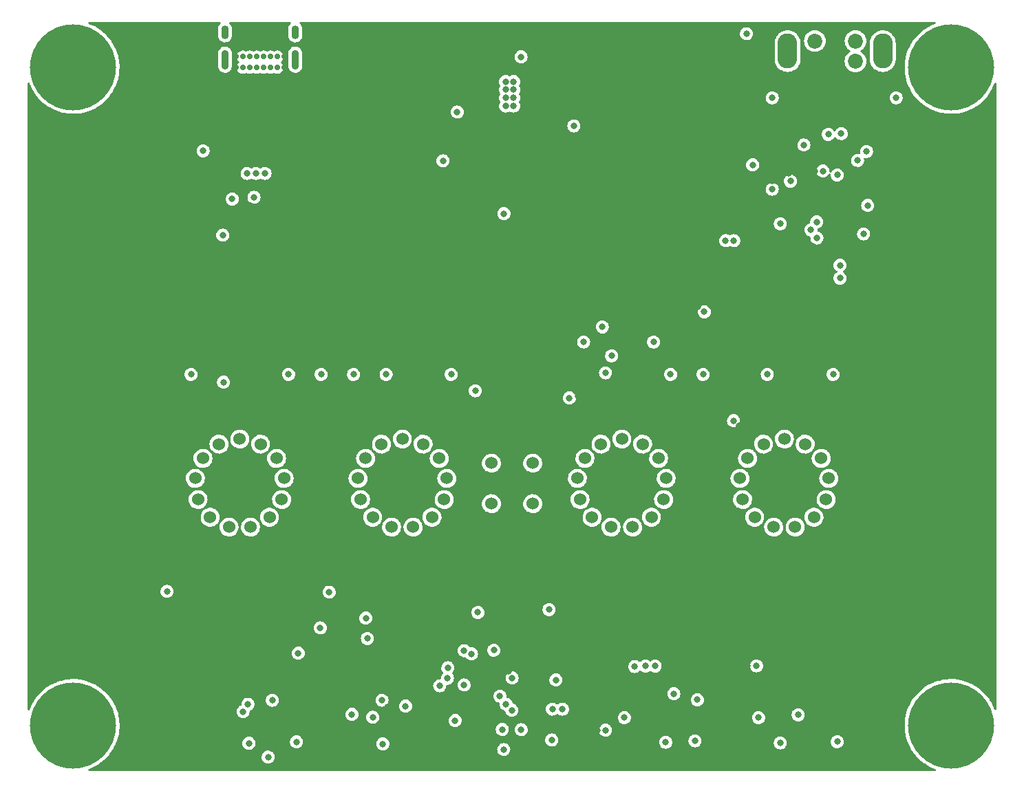
<source format=gbr>
%TF.GenerationSoftware,KiCad,Pcbnew,(5.99.0-9843-g93c991926f)*%
%TF.CreationDate,2021-06-06T23:03:52-04:00*%
%TF.ProjectId,nixieclock,6e697869-6563-46c6-9f63-6b2e6b696361,rev?*%
%TF.SameCoordinates,Original*%
%TF.FileFunction,Copper,L2,Inr*%
%TF.FilePolarity,Positive*%
%FSLAX46Y46*%
G04 Gerber Fmt 4.6, Leading zero omitted, Abs format (unit mm)*
G04 Created by KiCad (PCBNEW (5.99.0-9843-g93c991926f)) date 2021-06-06 23:03:52*
%MOMM*%
%LPD*%
G01*
G04 APERTURE LIST*
%TA.AperFunction,ComponentPad*%
%ADD10C,0.700000*%
%TD*%
%TA.AperFunction,ComponentPad*%
%ADD11O,0.900000X1.700000*%
%TD*%
%TA.AperFunction,ComponentPad*%
%ADD12O,0.900000X2.400000*%
%TD*%
%TA.AperFunction,ComponentPad*%
%ADD13C,10.600000*%
%TD*%
%TA.AperFunction,ComponentPad*%
%ADD14O,2.400000X4.300000*%
%TD*%
%TA.AperFunction,ComponentPad*%
%ADD15C,1.850000*%
%TD*%
%TA.AperFunction,ComponentPad*%
%ADD16C,1.524000*%
%TD*%
%TA.AperFunction,ViaPad*%
%ADD17C,0.800000*%
%TD*%
G04 APERTURE END LIST*
D10*
%TO.N,GND*%
%TO.C,J1*%
X81975000Y-76025000D03*
%TO.N,+5V*%
X81125000Y-76025000D03*
%TO.N,N/C*%
X80275000Y-76025000D03*
X79425000Y-76025000D03*
X78575000Y-76025000D03*
X77725000Y-76025000D03*
%TO.N,+5V*%
X76875000Y-76025000D03*
%TO.N,GND*%
X76025000Y-76025000D03*
X76025000Y-74675000D03*
%TO.N,+5V*%
X76875000Y-74675000D03*
%TO.N,N/C*%
X77725000Y-74675000D03*
X78575000Y-74675000D03*
X79425000Y-74675000D03*
X80275000Y-74675000D03*
%TO.N,+5V*%
X81125000Y-74675000D03*
%TO.N,GND*%
X81975000Y-74675000D03*
D11*
%TO.N,unconnected-(J1-PadS1)*%
X74675000Y-71665000D03*
D12*
X74675000Y-75045000D03*
D11*
X83325000Y-71665000D03*
D12*
X83325000Y-75045000D03*
%TD*%
D13*
%TO.N,*%
%TO.C,H1*%
X56000000Y-76000000D03*
%TD*%
D14*
%TO.N,*%
%TO.C,SW1*%
X143900000Y-74000000D03*
X155600000Y-74000000D03*
D15*
%TO.N,Net-(R19-Pad2)*%
X152250000Y-72750000D03*
%TO.N,Net-(R30-Pad2)*%
X147250000Y-72750000D03*
%TO.N,GND*%
X149750000Y-72750000D03*
%TO.N,/microcontroller/ENC_SW*%
X152250000Y-75250000D03*
%TO.N,GND*%
X147250000Y-75250000D03*
%TD*%
D13*
%TO.N,*%
%TO.C,H2*%
X56000000Y-157000000D03*
%TD*%
%TO.N,*%
%TO.C,H4*%
X164000000Y-76000000D03*
%TD*%
%TO.N,*%
%TO.C,H3*%
X164000000Y-157000000D03*
%TD*%
D16*
%TO.N,Net-(R21-Pad2)*%
%TO.C,V1*%
X76500000Y-121750000D03*
%TO.N,N/C*%
X79060000Y-122380000D03*
%TO.N,/cathode_sinks/NA1*%
X81030000Y-124130000D03*
%TO.N,/cathode_sinks/NA2*%
X81960000Y-126590000D03*
%TO.N,/cathode_sinks/NA3*%
X81640000Y-129200000D03*
%TO.N,/cathode_sinks/NA4*%
X80150000Y-131370000D03*
%TO.N,/cathode_sinks/NA5*%
X77820000Y-132590000D03*
%TO.N,/cathode_sinks/NA6*%
X75180000Y-132590000D03*
%TO.N,/cathode_sinks/NA7*%
X72850000Y-131370000D03*
%TO.N,/cathode_sinks/NA8*%
X71360000Y-129200000D03*
%TO.N,/cathode_sinks/NA9*%
X71040000Y-126590000D03*
%TO.N,/cathode_sinks/NA0*%
X71970000Y-124130000D03*
%TO.N,N/C*%
X73940000Y-122380000D03*
%TD*%
%TO.N,Net-(R22-Pad2)*%
%TO.C,V2*%
X96500000Y-121750000D03*
%TO.N,N/C*%
X99060000Y-122380000D03*
%TO.N,/cathode_sinks/NB1*%
X101030000Y-124130000D03*
%TO.N,/cathode_sinks/NB2*%
X101960000Y-126590000D03*
%TO.N,/cathode_sinks/NB3*%
X101640000Y-129200000D03*
%TO.N,/cathode_sinks/NB4*%
X100150000Y-131370000D03*
%TO.N,/cathode_sinks/NB5*%
X97820000Y-132590000D03*
%TO.N,/cathode_sinks/NB6*%
X95180000Y-132590000D03*
%TO.N,/cathode_sinks/NB7*%
X92850000Y-131370000D03*
%TO.N,/cathode_sinks/NB8*%
X91360000Y-129200000D03*
%TO.N,/cathode_sinks/NB9*%
X91040000Y-126590000D03*
%TO.N,/cathode_sinks/NB0*%
X91970000Y-124130000D03*
%TO.N,N/C*%
X93940000Y-122380000D03*
%TD*%
%TO.N,/nixie_tubes/NEH-*%
%TO.C,NE1*%
X112540000Y-124705983D03*
%TO.N,Net-(NE1-Pad2)*%
X107460000Y-124705983D03*
%TD*%
%TO.N,Net-(R24-Pad2)*%
%TO.C,V4*%
X143500000Y-121750000D03*
%TO.N,N/C*%
X146060000Y-122380000D03*
%TO.N,/cathode_sinks/ND1*%
X148030000Y-124130000D03*
%TO.N,/cathode_sinks/ND2*%
X148960000Y-126590000D03*
%TO.N,/cathode_sinks/ND3*%
X148640000Y-129200000D03*
%TO.N,/cathode_sinks/ND4*%
X147150000Y-131370000D03*
%TO.N,/cathode_sinks/ND5*%
X144820000Y-132590000D03*
%TO.N,/cathode_sinks/ND6*%
X142180000Y-132590000D03*
%TO.N,/cathode_sinks/ND7*%
X139850000Y-131370000D03*
%TO.N,/cathode_sinks/ND8*%
X138360000Y-129200000D03*
%TO.N,/cathode_sinks/ND9*%
X138040000Y-126590000D03*
%TO.N,/cathode_sinks/ND0*%
X138970000Y-124130000D03*
%TO.N,N/C*%
X140940000Y-122380000D03*
%TD*%
%TO.N,Net-(R23-Pad2)*%
%TO.C,V3*%
X123500000Y-121750000D03*
%TO.N,N/C*%
X126060000Y-122380000D03*
%TO.N,/cathode_sinks/NC1*%
X128030000Y-124130000D03*
%TO.N,/cathode_sinks/NC2*%
X128960000Y-126590000D03*
%TO.N,/cathode_sinks/NC3*%
X128640000Y-129200000D03*
%TO.N,/cathode_sinks/NC4*%
X127150000Y-131370000D03*
%TO.N,/cathode_sinks/NC5*%
X124820000Y-132590000D03*
%TO.N,/cathode_sinks/NC6*%
X122180000Y-132590000D03*
%TO.N,/cathode_sinks/NC7*%
X119850000Y-131370000D03*
%TO.N,/cathode_sinks/NC8*%
X118360000Y-129200000D03*
%TO.N,/cathode_sinks/NC9*%
X118040000Y-126590000D03*
%TO.N,/cathode_sinks/NC0*%
X118970000Y-124130000D03*
%TO.N,N/C*%
X120940000Y-122380000D03*
%TD*%
%TO.N,/nixie_tubes/NEH-*%
%TO.C,NE2*%
X112540000Y-129700000D03*
%TO.N,Net-(NE2-Pad2)*%
X107460000Y-129700000D03*
%TD*%
D17*
%TO.N,GND*%
X78000000Y-116750000D03*
X120500000Y-157600000D03*
X84300000Y-154200000D03*
X90500000Y-115200000D03*
X157550000Y-83250000D03*
X137000000Y-159350000D03*
X80700000Y-93050000D03*
X113550000Y-147875000D03*
X78200000Y-160400000D03*
X138400000Y-107350000D03*
X153500000Y-161150000D03*
X105800000Y-140400000D03*
X73000000Y-142100000D03*
X78800000Y-93050000D03*
X76500000Y-93726000D03*
X76400000Y-143700000D03*
X125000000Y-116750000D03*
X122000000Y-116750000D03*
X141800000Y-102750000D03*
X104500000Y-101350000D03*
X127800000Y-145600000D03*
X147250000Y-88750000D03*
X85400000Y-140500000D03*
X105100000Y-156700000D03*
X142000000Y-116750000D03*
X89900000Y-140800000D03*
X71150000Y-151100000D03*
X102500000Y-99150000D03*
X113200000Y-113800000D03*
X138400000Y-103750000D03*
X79700000Y-93050000D03*
X120500000Y-108950000D03*
X137200000Y-95850000D03*
X134500000Y-153800000D03*
X143400000Y-109150000D03*
X153600000Y-90450000D03*
X67250000Y-89750000D03*
X143400000Y-104450000D03*
X138400000Y-102750000D03*
X121150000Y-151100000D03*
X146600000Y-109150000D03*
X145500000Y-95750000D03*
X91948000Y-82143600D03*
X69000000Y-82750000D03*
X109600000Y-150300000D03*
X138975000Y-149675000D03*
X74750000Y-81000000D03*
X68250000Y-90750000D03*
X146000000Y-147500000D03*
X92900000Y-159800000D03*
X117500000Y-102100000D03*
X156500000Y-158000000D03*
X67250000Y-90750000D03*
X70500000Y-112200000D03*
X89050000Y-149650000D03*
X100600000Y-145600000D03*
X77800000Y-93050000D03*
X128200000Y-101500000D03*
X100850000Y-75150000D03*
X154500000Y-90450000D03*
X152400000Y-140600000D03*
X141800000Y-82650000D03*
X137575000Y-151100000D03*
X100700000Y-154000000D03*
X87650000Y-151100000D03*
X75000000Y-116750000D03*
X141800000Y-109150000D03*
X146250000Y-95000000D03*
X63750000Y-90250000D03*
X78500000Y-82550000D03*
X132850000Y-105500000D03*
X102500000Y-97650000D03*
X137200000Y-94850000D03*
X98000000Y-116750000D03*
X115400000Y-146300000D03*
X116800000Y-140800000D03*
X67750000Y-84500000D03*
X145000000Y-109150000D03*
X145000000Y-116750000D03*
X74600000Y-159750000D03*
X136280000Y-71900000D03*
X70850000Y-91200000D03*
X76750000Y-83250000D03*
X66750000Y-84500000D03*
X85648800Y-82535550D03*
X130775000Y-159050000D03*
X146600000Y-107350000D03*
X113000000Y-160000000D03*
X136400000Y-140700000D03*
X76100000Y-97250000D03*
X70900000Y-90100000D03*
X132875000Y-101575000D03*
X146600000Y-105550000D03*
X80873600Y-82535550D03*
X102500000Y-100150000D03*
X132500000Y-140700000D03*
X99100000Y-76950000D03*
X67750000Y-88250000D03*
X101375000Y-74250000D03*
X72550000Y-149500000D03*
X134200000Y-71800000D03*
X132875000Y-104150000D03*
X137950000Y-120150000D03*
X66750000Y-88250000D03*
X143000000Y-147700000D03*
X74500000Y-86250000D03*
X96500000Y-145500000D03*
X151000000Y-154300000D03*
X149300000Y-139600000D03*
X76100000Y-96250000D03*
X137200000Y-93850000D03*
X82500000Y-143600000D03*
X92700000Y-141800000D03*
X119600000Y-143700000D03*
X69400000Y-140700000D03*
X74600000Y-90200000D03*
X123250000Y-98700000D03*
X74750000Y-82000000D03*
X122550000Y-149650000D03*
X111400000Y-106150000D03*
X147400000Y-153950000D03*
X133500000Y-116900000D03*
X101500000Y-88750000D03*
X68250000Y-89750000D03*
X76000000Y-161150000D03*
X102500000Y-96650000D03*
X140200000Y-102750000D03*
X87300000Y-117000000D03*
X63750000Y-89250000D03*
X138400000Y-109150000D03*
X87111300Y-83250000D03*
X102700000Y-141000000D03*
X148450000Y-103350000D03*
X118150000Y-116500000D03*
X112200000Y-104600000D03*
X142000000Y-90000000D03*
X140200000Y-109150000D03*
X105100000Y-158800000D03*
X129700000Y-143600000D03*
X147200000Y-80050000D03*
X69000000Y-81750000D03*
X83261200Y-82535550D03*
X121750000Y-99700000D03*
X86700000Y-154200000D03*
X145000000Y-104450000D03*
X103500000Y-101350000D03*
X138400000Y-105550000D03*
X144000000Y-89000000D03*
X94650000Y-154750000D03*
X139900000Y-141900000D03*
X80350000Y-159800000D03*
X74600000Y-91300000D03*
X95000000Y-116750000D03*
%TO.N,VCC*%
X78500000Y-89050000D03*
X103250000Y-81500000D03*
X77400000Y-89050000D03*
X75565000Y-92202000D03*
X79600000Y-89050000D03*
X74400000Y-96647000D03*
X111100000Y-74700000D03*
%TO.N,HV*%
X109000000Y-94000000D03*
X122250000Y-111500000D03*
%TO.N,/cathode_registers/GA0*%
X80500000Y-153900000D03*
X74500000Y-114750000D03*
%TO.N,/power_supply/FBX*%
X101500000Y-87500000D03*
X71987347Y-86275000D03*
%TO.N,/cathode_registers/GA1*%
X83700000Y-148100000D03*
X82500000Y-113800000D03*
%TO.N,/cathode_registers/GA2*%
X86500000Y-113800000D03*
X86400000Y-145000000D03*
%TO.N,/cathode_registers/GA8*%
X67550000Y-140500000D03*
X96900000Y-154625000D03*
%TO.N,/cathode_registers/GA9*%
X102100000Y-149900000D03*
X70500000Y-113800000D03*
%TO.N,/cathode_registers/GB0*%
X94500000Y-113800000D03*
X101100000Y-152125000D03*
%TO.N,/cathode_registers/GB1*%
X102500000Y-113800000D03*
X104100000Y-152025000D03*
%TO.N,/cathode_registers/GB2*%
X105473011Y-115800000D03*
X105800000Y-143100000D03*
%TO.N,/cathode_registers/GB6*%
X92200000Y-146300000D03*
X104100000Y-147800000D03*
%TO.N,/cathode_registers/GB7*%
X92000000Y-143800000D03*
X105000000Y-148200000D03*
%TO.N,/cathode_registers/GB8*%
X87500000Y-140600000D03*
X102050000Y-151200000D03*
%TO.N,/cathode_registers/GB9*%
X107750000Y-147750000D03*
X90500000Y-113800000D03*
%TO.N,/cathode_registers/GC0*%
X121500000Y-113600000D03*
X108500000Y-153400000D03*
%TO.N,/cathode_registers/GC1*%
X129500000Y-113800000D03*
X109250000Y-154400000D03*
%TO.N,/cathode_registers/GC2*%
X109973952Y-155123952D03*
X133500000Y-113800000D03*
%TO.N,/cathode_registers/GC3*%
X108800000Y-157500000D03*
X132800000Y-153850000D03*
%TO.N,/cathode_registers/GC8*%
X127600000Y-149700000D03*
X114550000Y-142750000D03*
%TO.N,/cathode_registers/GC9*%
X126400000Y-149700000D03*
X117050000Y-116700000D03*
%TO.N,/cathode_registers/GD0*%
X125095000Y-149750000D03*
X141400000Y-113800000D03*
%TO.N,/nixie_tubes/NEH-*%
X118800000Y-109800000D03*
X127400000Y-109800000D03*
%TO.N,/cathode_registers/GD1*%
X149500000Y-113800000D03*
X129900000Y-153100000D03*
%TO.N,/cathode_registers/~OE*%
X77625000Y-159200000D03*
X116200000Y-155000000D03*
X108975000Y-159975000D03*
X147500000Y-97000000D03*
X94100000Y-159275000D03*
%TO.N,/cathode_registers/LCLK*%
X147487347Y-95012653D03*
X143000000Y-159150000D03*
X114950000Y-155000000D03*
X92850000Y-156000000D03*
X76900000Y-155300000D03*
%TO.N,/cathode_registers/CLK*%
X150000000Y-89250000D03*
X153750000Y-93000000D03*
%TO.N,/cathode_registers/~RES*%
X146750000Y-96000000D03*
X123825000Y-156050000D03*
X90300000Y-155650000D03*
X77500000Y-154400000D03*
X111125000Y-157525000D03*
X140325000Y-156050000D03*
%TO.N,Net-(U5-Pad9)*%
X114875000Y-158800000D03*
X128900000Y-159075000D03*
%TO.N,Net-(U6-Pad9)*%
X145200000Y-155700000D03*
X121500003Y-157600000D03*
%TO.N,Net-(U4-Pad9)*%
X110000000Y-151150000D03*
X94000000Y-153900000D03*
%TO.N,/cathode_registers/GD9*%
X140075000Y-149675000D03*
X137250000Y-119500000D03*
%TO.N,/microcontroller/VBAT*%
X117600000Y-83200000D03*
%TO.N,/microcontroller/~NRST*%
X143000000Y-95250000D03*
X139600000Y-88000000D03*
%TO.N,+3V3*%
X109200000Y-78750000D03*
X109200000Y-77750000D03*
X83475000Y-159025000D03*
X109200000Y-79750000D03*
X150350000Y-100350000D03*
X150350000Y-101950000D03*
X137275000Y-97325000D03*
X157250000Y-79750000D03*
X110200000Y-79750000D03*
X110200000Y-78750000D03*
X148900000Y-84250000D03*
X138830000Y-71850000D03*
X109200000Y-80750000D03*
X103000000Y-156400000D03*
X153600000Y-86350000D03*
X136275000Y-97325000D03*
X150000000Y-159000000D03*
X152500000Y-87450000D03*
X110200000Y-77750000D03*
X132500000Y-158900000D03*
X115400000Y-151400000D03*
X110200000Y-80750000D03*
X142000000Y-79750000D03*
%TO.N,/cathode_registers/D*%
X148250000Y-88750000D03*
X80000000Y-160900000D03*
%TO.N,/microcontroller/~SHDN*%
X78250000Y-92000000D03*
X153250000Y-96500000D03*
%TO.N,/microcontroller/~TIM1_CH1N*%
X142000000Y-91000000D03*
%TO.N,/microcontroller/TIM1_CH1*%
X133650000Y-106100000D03*
X144250000Y-90000000D03*
X121100000Y-107950000D03*
%TO.N,/microcontroller/ENC_SW*%
X150500000Y-84150000D03*
X145900000Y-85550000D03*
%TD*%
%TA.AperFunction,Conductor*%
%TO.N,GND*%
G36*
X74104735Y-70420002D02*
G01*
X74151228Y-70473658D01*
X74161332Y-70543932D01*
X74131838Y-70608512D01*
X74117944Y-70622236D01*
X74055471Y-70675030D01*
X73943236Y-70821828D01*
X73865142Y-70989302D01*
X73824832Y-71169638D01*
X73824500Y-71175576D01*
X73824500Y-72111025D01*
X73839457Y-72248706D01*
X73898396Y-72423841D01*
X73993569Y-72582235D01*
X73998256Y-72587191D01*
X74099086Y-72693816D01*
X74120533Y-72716496D01*
X74273367Y-72820362D01*
X74279701Y-72822895D01*
X74279704Y-72822897D01*
X74438602Y-72886452D01*
X74438607Y-72886453D01*
X74444939Y-72888986D01*
X74536718Y-72904180D01*
X74620507Y-72918051D01*
X74620511Y-72918051D01*
X74627245Y-72919166D01*
X74634062Y-72918809D01*
X74634066Y-72918809D01*
X74787077Y-72910790D01*
X74811778Y-72909495D01*
X74818351Y-72907684D01*
X74818354Y-72907684D01*
X74983349Y-72862237D01*
X74989931Y-72860424D01*
X75153390Y-72774242D01*
X75158603Y-72769837D01*
X75158607Y-72769834D01*
X75289315Y-72659377D01*
X75289319Y-72659373D01*
X75294529Y-72654970D01*
X75308368Y-72636870D01*
X75358397Y-72571434D01*
X75406764Y-72508172D01*
X75484858Y-72340698D01*
X75525168Y-72160362D01*
X75525500Y-72154424D01*
X75525500Y-71218975D01*
X75510543Y-71081294D01*
X75451604Y-70906159D01*
X75356431Y-70747765D01*
X75229467Y-70613504D01*
X75231477Y-70611603D01*
X75199347Y-70562575D01*
X75198714Y-70491582D01*
X75236563Y-70431515D01*
X75300878Y-70401447D01*
X75319922Y-70400000D01*
X82686614Y-70400000D01*
X82754735Y-70420002D01*
X82801228Y-70473658D01*
X82811332Y-70543932D01*
X82781838Y-70608512D01*
X82767944Y-70622236D01*
X82705471Y-70675030D01*
X82593236Y-70821828D01*
X82515142Y-70989302D01*
X82474832Y-71169638D01*
X82474500Y-71175576D01*
X82474500Y-72111025D01*
X82489457Y-72248706D01*
X82548396Y-72423841D01*
X82643569Y-72582235D01*
X82648256Y-72587191D01*
X82749086Y-72693816D01*
X82770533Y-72716496D01*
X82923367Y-72820362D01*
X82929701Y-72822895D01*
X82929704Y-72822897D01*
X83088602Y-72886452D01*
X83088607Y-72886453D01*
X83094939Y-72888986D01*
X83186718Y-72904180D01*
X83270507Y-72918051D01*
X83270511Y-72918051D01*
X83277245Y-72919166D01*
X83284062Y-72918809D01*
X83284066Y-72918809D01*
X83437077Y-72910790D01*
X83461778Y-72909495D01*
X83468351Y-72907684D01*
X83468354Y-72907684D01*
X83633349Y-72862237D01*
X83639931Y-72860424D01*
X83803390Y-72774242D01*
X83808603Y-72769837D01*
X83808607Y-72769834D01*
X83939315Y-72659377D01*
X83939319Y-72659373D01*
X83944529Y-72654970D01*
X83958368Y-72636870D01*
X84008397Y-72571434D01*
X84056764Y-72508172D01*
X84134858Y-72340698D01*
X84175168Y-72160362D01*
X84175500Y-72154424D01*
X84175500Y-71838753D01*
X138024579Y-71838753D01*
X138025266Y-71845760D01*
X138025266Y-71845763D01*
X138028939Y-71883221D01*
X138042102Y-72017473D01*
X138098785Y-72187869D01*
X138102434Y-72193894D01*
X138168301Y-72302652D01*
X138191811Y-72341472D01*
X138316555Y-72470648D01*
X138466818Y-72568978D01*
X138635132Y-72631573D01*
X138642113Y-72632504D01*
X138642115Y-72632505D01*
X138806150Y-72654392D01*
X138806154Y-72654392D01*
X138813131Y-72655323D01*
X138820142Y-72654685D01*
X138820146Y-72654685D01*
X138984947Y-72639687D01*
X138991968Y-72639048D01*
X139025700Y-72628088D01*
X139156057Y-72585733D01*
X139156060Y-72585732D01*
X139162756Y-72583556D01*
X139317005Y-72491605D01*
X139394958Y-72417371D01*
X139441945Y-72372626D01*
X139441947Y-72372624D01*
X139447049Y-72367765D01*
X139546425Y-72218192D01*
X139610194Y-72050320D01*
X139628007Y-71923576D01*
X139634635Y-71876414D01*
X139634635Y-71876409D01*
X139635186Y-71872491D01*
X139635500Y-71850000D01*
X139615483Y-71671543D01*
X139609364Y-71653970D01*
X139558744Y-71508612D01*
X139556426Y-71501955D01*
X139461265Y-71349665D01*
X139397726Y-71285681D01*
X139339692Y-71227240D01*
X139339688Y-71227237D01*
X139334729Y-71222243D01*
X139317905Y-71211566D01*
X139189062Y-71129799D01*
X139189058Y-71129797D01*
X139183108Y-71126021D01*
X139013937Y-71065782D01*
X138835623Y-71044520D01*
X138828620Y-71045256D01*
X138828619Y-71045256D01*
X138784810Y-71049860D01*
X138657031Y-71063290D01*
X138650363Y-71065560D01*
X138493702Y-71118892D01*
X138493699Y-71118893D01*
X138487035Y-71121162D01*
X138334085Y-71215257D01*
X138329054Y-71220183D01*
X138329051Y-71220186D01*
X138321848Y-71227240D01*
X138205782Y-71340900D01*
X138108504Y-71491846D01*
X138106095Y-71498466D01*
X138106093Y-71498469D01*
X138077795Y-71576219D01*
X138047085Y-71660593D01*
X138024579Y-71838753D01*
X84175500Y-71838753D01*
X84175500Y-71218975D01*
X84160543Y-71081294D01*
X84101604Y-70906159D01*
X84006431Y-70747765D01*
X83879467Y-70613504D01*
X83881477Y-70611603D01*
X83849347Y-70562575D01*
X83848714Y-70491582D01*
X83886563Y-70431515D01*
X83950878Y-70401447D01*
X83969922Y-70400000D01*
X161992306Y-70400000D01*
X162060427Y-70420002D01*
X162106920Y-70473658D01*
X162117024Y-70543932D01*
X162087530Y-70608512D01*
X162031244Y-70645833D01*
X162011222Y-70652338D01*
X161570716Y-70837509D01*
X161568383Y-70838728D01*
X161568378Y-70838731D01*
X161149583Y-71057672D01*
X161149577Y-71057676D01*
X161147250Y-71058892D01*
X161122142Y-71074826D01*
X160746031Y-71313513D01*
X160746025Y-71313517D01*
X160743794Y-71314933D01*
X160363177Y-71603837D01*
X160008071Y-71923576D01*
X159680965Y-72271909D01*
X159384154Y-72646391D01*
X159382700Y-72648580D01*
X159382696Y-72648585D01*
X159203160Y-72918809D01*
X159119719Y-73044397D01*
X158889517Y-73463134D01*
X158695160Y-73899665D01*
X158538014Y-74350929D01*
X158537359Y-74353480D01*
X158537356Y-74353490D01*
X158422647Y-74800252D01*
X158419179Y-74813760D01*
X158339490Y-75284911D01*
X158339270Y-75287528D01*
X158339270Y-75287530D01*
X158301859Y-75733051D01*
X158299505Y-75761078D01*
X158299505Y-76238922D01*
X158299725Y-76241540D01*
X158299725Y-76241544D01*
X158332931Y-76636986D01*
X158339490Y-76715089D01*
X158419179Y-77186240D01*
X158419834Y-77188790D01*
X158419835Y-77188796D01*
X158517092Y-77567584D01*
X158538014Y-77649071D01*
X158695160Y-78100335D01*
X158889517Y-78536866D01*
X159119719Y-78955603D01*
X159121171Y-78957789D01*
X159121175Y-78957795D01*
X159382696Y-79351415D01*
X159384154Y-79353609D01*
X159680965Y-79728091D01*
X160008071Y-80076424D01*
X160363177Y-80396163D01*
X160743794Y-80685067D01*
X160746025Y-80686483D01*
X160746031Y-80686487D01*
X160949809Y-80815808D01*
X161147250Y-80941108D01*
X161149577Y-80942324D01*
X161149583Y-80942328D01*
X161568378Y-81161269D01*
X161568383Y-81161272D01*
X161570716Y-81162491D01*
X162011222Y-81347662D01*
X162013730Y-81348477D01*
X162013733Y-81348478D01*
X162463163Y-81494507D01*
X162463167Y-81494508D01*
X162465678Y-81495324D01*
X162721485Y-81555323D01*
X162928320Y-81603836D01*
X162928324Y-81603837D01*
X162930896Y-81604440D01*
X162933513Y-81604827D01*
X162933516Y-81604827D01*
X163400991Y-81673858D01*
X163400995Y-81673858D01*
X163403613Y-81674245D01*
X163880513Y-81704249D01*
X163883145Y-81704194D01*
X163883152Y-81704194D01*
X164068066Y-81700320D01*
X164358251Y-81694241D01*
X164833477Y-81644293D01*
X165302856Y-81554754D01*
X165305385Y-81554048D01*
X165305393Y-81554046D01*
X165760562Y-81426961D01*
X165760573Y-81426957D01*
X165763096Y-81426253D01*
X166055298Y-81317584D01*
X166208497Y-81260610D01*
X166208503Y-81260607D01*
X166210970Y-81259690D01*
X166643336Y-81056235D01*
X167057160Y-80817313D01*
X167449540Y-80544601D01*
X167778303Y-80272626D01*
X167815696Y-80241692D01*
X167815702Y-80241686D01*
X167817725Y-80240013D01*
X168159131Y-79905684D01*
X168160844Y-79903699D01*
X168160851Y-79903692D01*
X168469628Y-79545969D01*
X168471363Y-79543959D01*
X168472915Y-79541823D01*
X168472922Y-79541814D01*
X168750681Y-79159510D01*
X168750683Y-79159507D01*
X168752232Y-79157375D01*
X168770483Y-79127240D01*
X168998407Y-78750893D01*
X168999768Y-78748646D01*
X169212234Y-78320636D01*
X169356848Y-77955381D01*
X169400522Y-77899408D01*
X169467525Y-77875931D01*
X169536584Y-77892407D01*
X169585773Y-77943602D01*
X169600000Y-78001765D01*
X169600000Y-154998235D01*
X169579998Y-155066356D01*
X169526342Y-155112849D01*
X169456068Y-155122953D01*
X169391488Y-155093459D01*
X169356848Y-155044619D01*
X169356497Y-155043731D01*
X169212234Y-154679364D01*
X168999768Y-154251354D01*
X168781815Y-153891472D01*
X168753596Y-153844877D01*
X168753594Y-153844875D01*
X168752232Y-153842625D01*
X168749419Y-153838753D01*
X168472922Y-153458186D01*
X168472915Y-153458177D01*
X168471363Y-153456041D01*
X168445791Y-153426416D01*
X168160851Y-153096308D01*
X168160844Y-153096301D01*
X168159131Y-153094316D01*
X167920604Y-152860733D01*
X167819601Y-152761824D01*
X167819600Y-152761823D01*
X167817725Y-152759987D01*
X167815702Y-152758314D01*
X167815696Y-152758308D01*
X167548052Y-152536895D01*
X167449540Y-152455399D01*
X167057160Y-152182687D01*
X166643336Y-151943765D01*
X166210970Y-151740310D01*
X166208503Y-151739393D01*
X166208497Y-151739390D01*
X166024542Y-151670978D01*
X165763096Y-151573747D01*
X165760573Y-151573043D01*
X165760562Y-151573039D01*
X165305393Y-151445954D01*
X165305385Y-151445952D01*
X165302856Y-151445246D01*
X164833477Y-151355707D01*
X164358251Y-151305759D01*
X164065511Y-151299626D01*
X163883152Y-151295806D01*
X163883145Y-151295806D01*
X163880513Y-151295751D01*
X163403613Y-151325755D01*
X163400995Y-151326142D01*
X163400991Y-151326142D01*
X162933516Y-151395173D01*
X162933513Y-151395173D01*
X162930896Y-151395560D01*
X162928324Y-151396163D01*
X162928320Y-151396164D01*
X162882539Y-151406902D01*
X162465678Y-151504676D01*
X162463167Y-151505492D01*
X162463163Y-151505493D01*
X162013733Y-151651522D01*
X162011222Y-151652338D01*
X161570716Y-151837509D01*
X161568383Y-151838728D01*
X161568378Y-151838731D01*
X161149583Y-152057672D01*
X161149577Y-152057676D01*
X161147250Y-152058892D01*
X161145022Y-152060306D01*
X160746031Y-152313513D01*
X160746025Y-152313517D01*
X160743794Y-152314933D01*
X160363177Y-152603837D01*
X160008071Y-152923576D01*
X160006267Y-152925497D01*
X160006263Y-152925501D01*
X160002609Y-152929392D01*
X159680965Y-153271909D01*
X159384154Y-153646391D01*
X159382700Y-153648580D01*
X159382696Y-153648585D01*
X159133166Y-154024158D01*
X159119719Y-154044397D01*
X158889517Y-154463134D01*
X158695160Y-154899665D01*
X158538014Y-155350929D01*
X158537359Y-155353480D01*
X158537356Y-155353490D01*
X158421584Y-155804392D01*
X158419179Y-155813760D01*
X158339490Y-156284911D01*
X158339270Y-156287528D01*
X158339270Y-156287530D01*
X158301419Y-156738290D01*
X158299505Y-156761078D01*
X158299505Y-157238922D01*
X158299725Y-157241540D01*
X158299725Y-157241544D01*
X158339270Y-157712470D01*
X158339490Y-157715089D01*
X158419179Y-158186240D01*
X158419834Y-158188790D01*
X158419835Y-158188796D01*
X158537220Y-158645978D01*
X158538014Y-158649071D01*
X158695160Y-159100335D01*
X158889517Y-159536866D01*
X159119719Y-159955603D01*
X159121171Y-159957789D01*
X159121175Y-159957795D01*
X159382696Y-160351415D01*
X159384154Y-160353609D01*
X159680965Y-160728091D01*
X159910798Y-160972839D01*
X159993085Y-161060465D01*
X160008071Y-161076424D01*
X160363177Y-161396163D01*
X160743794Y-161685067D01*
X160746025Y-161686483D01*
X160746031Y-161686487D01*
X160774245Y-161704392D01*
X161147250Y-161941108D01*
X161149577Y-161942324D01*
X161149583Y-161942328D01*
X161568378Y-162161269D01*
X161568383Y-162161272D01*
X161570716Y-162162491D01*
X162011222Y-162347662D01*
X162031244Y-162354167D01*
X162089848Y-162394241D01*
X162117485Y-162459638D01*
X162105378Y-162529594D01*
X162057372Y-162581900D01*
X161992306Y-162600000D01*
X57996184Y-162600000D01*
X57928063Y-162579998D01*
X57881570Y-162526342D01*
X57871466Y-162456068D01*
X57900960Y-162391488D01*
X57952264Y-162355902D01*
X58208497Y-162260610D01*
X58208503Y-162260607D01*
X58210970Y-162259690D01*
X58643336Y-162056235D01*
X59057160Y-161817313D01*
X59449540Y-161544601D01*
X59641922Y-161385449D01*
X59815696Y-161241692D01*
X59815702Y-161241686D01*
X59817725Y-161240013D01*
X59929573Y-161130484D01*
X60157258Y-160907518D01*
X60159131Y-160905684D01*
X60160844Y-160903699D01*
X60160851Y-160903692D01*
X60173746Y-160888753D01*
X79194579Y-160888753D01*
X79195266Y-160895760D01*
X79195266Y-160895763D01*
X79207057Y-161016022D01*
X79212102Y-161067473D01*
X79268785Y-161237869D01*
X79361811Y-161391472D01*
X79486555Y-161520648D01*
X79636818Y-161618978D01*
X79805132Y-161681573D01*
X79812113Y-161682504D01*
X79812115Y-161682505D01*
X79976150Y-161704392D01*
X79976154Y-161704392D01*
X79983131Y-161705323D01*
X79990142Y-161704685D01*
X79990146Y-161704685D01*
X80154947Y-161689687D01*
X80161968Y-161689048D01*
X80195700Y-161678088D01*
X80326057Y-161635733D01*
X80326060Y-161635732D01*
X80332756Y-161633556D01*
X80487005Y-161541605D01*
X80557284Y-161474679D01*
X80611945Y-161422626D01*
X80611947Y-161422624D01*
X80617049Y-161417765D01*
X80716425Y-161268192D01*
X80780194Y-161100320D01*
X80781174Y-161093348D01*
X80804635Y-160926414D01*
X80804635Y-160926409D01*
X80805186Y-160922491D01*
X80805500Y-160900000D01*
X80785483Y-160721543D01*
X80780961Y-160708556D01*
X80742985Y-160599507D01*
X80726426Y-160551955D01*
X80631265Y-160399665D01*
X80512508Y-160280076D01*
X80509692Y-160277240D01*
X80509688Y-160277237D01*
X80504729Y-160272243D01*
X80498781Y-160268468D01*
X80359062Y-160179799D01*
X80359058Y-160179797D01*
X80353108Y-160176021D01*
X80183937Y-160115782D01*
X80005623Y-160094520D01*
X79998620Y-160095256D01*
X79998619Y-160095256D01*
X79954810Y-160099860D01*
X79827031Y-160113290D01*
X79820363Y-160115560D01*
X79663702Y-160168892D01*
X79663699Y-160168893D01*
X79657035Y-160171162D01*
X79504085Y-160265257D01*
X79499054Y-160270183D01*
X79499051Y-160270186D01*
X79462285Y-160306190D01*
X79375782Y-160390900D01*
X79371963Y-160396825D01*
X79371962Y-160396827D01*
X79307002Y-160497626D01*
X79278504Y-160541846D01*
X79276095Y-160548466D01*
X79276093Y-160548469D01*
X79257517Y-160599507D01*
X79217085Y-160710593D01*
X79194579Y-160888753D01*
X60173746Y-160888753D01*
X60469628Y-160545969D01*
X60471363Y-160543959D01*
X60472915Y-160541823D01*
X60472922Y-160541814D01*
X60750681Y-160159510D01*
X60750683Y-160159507D01*
X60752232Y-160157375D01*
X60757209Y-160149158D01*
X60935892Y-159854118D01*
X60999768Y-159748646D01*
X61212234Y-159320636D01*
X61264450Y-159188753D01*
X76819579Y-159188753D01*
X76820266Y-159195760D01*
X76820266Y-159195763D01*
X76830468Y-159299811D01*
X76837102Y-159367473D01*
X76893785Y-159537869D01*
X76897434Y-159543894D01*
X76968806Y-159661742D01*
X76986811Y-159691472D01*
X76991702Y-159696537D01*
X76991703Y-159696538D01*
X77039749Y-159746291D01*
X77111555Y-159820648D01*
X77261818Y-159918978D01*
X77430132Y-159981573D01*
X77437113Y-159982504D01*
X77437115Y-159982505D01*
X77601150Y-160004392D01*
X77601154Y-160004392D01*
X77608131Y-160005323D01*
X77615142Y-160004685D01*
X77615146Y-160004685D01*
X77779947Y-159989687D01*
X77786968Y-159989048D01*
X77883156Y-159957795D01*
X77951057Y-159935733D01*
X77951060Y-159935732D01*
X77957756Y-159933556D01*
X78112005Y-159841605D01*
X78191839Y-159765580D01*
X78236945Y-159722626D01*
X78236947Y-159722624D01*
X78242049Y-159717765D01*
X78341425Y-159568192D01*
X78388908Y-159443192D01*
X78402694Y-159406902D01*
X78402695Y-159406900D01*
X78405194Y-159400320D01*
X78406196Y-159393192D01*
X78429635Y-159226414D01*
X78429635Y-159226409D01*
X78430186Y-159222491D01*
X78430500Y-159200000D01*
X78410483Y-159021543D01*
X78407771Y-159013753D01*
X82669579Y-159013753D01*
X82670266Y-159020760D01*
X82670266Y-159020763D01*
X82678712Y-159106902D01*
X82687102Y-159192473D01*
X82743785Y-159362869D01*
X82747434Y-159368894D01*
X82818023Y-159485449D01*
X82836811Y-159516472D01*
X82841702Y-159521537D01*
X82841703Y-159521538D01*
X82886756Y-159568192D01*
X82961555Y-159645648D01*
X83111818Y-159743978D01*
X83280132Y-159806573D01*
X83287113Y-159807504D01*
X83287115Y-159807505D01*
X83451150Y-159829392D01*
X83451154Y-159829392D01*
X83458131Y-159830323D01*
X83465142Y-159829685D01*
X83465146Y-159829685D01*
X83629947Y-159814687D01*
X83636968Y-159814048D01*
X83691179Y-159796434D01*
X83801057Y-159760733D01*
X83801060Y-159760732D01*
X83807756Y-159758556D01*
X83962005Y-159666605D01*
X84045708Y-159586895D01*
X84086945Y-159547626D01*
X84086947Y-159547624D01*
X84092049Y-159542765D01*
X84191425Y-159393192D01*
X84240595Y-159263753D01*
X93294579Y-159263753D01*
X93295266Y-159270760D01*
X93295266Y-159270763D01*
X93303712Y-159356902D01*
X93312102Y-159442473D01*
X93368785Y-159612869D01*
X93372434Y-159618894D01*
X93443195Y-159735733D01*
X93461811Y-159766472D01*
X93466702Y-159771537D01*
X93466703Y-159771538D01*
X93484646Y-159790118D01*
X93586555Y-159895648D01*
X93736818Y-159993978D01*
X93905132Y-160056573D01*
X93912113Y-160057504D01*
X93912115Y-160057505D01*
X94076150Y-160079392D01*
X94076154Y-160079392D01*
X94083131Y-160080323D01*
X94090142Y-160079685D01*
X94090146Y-160079685D01*
X94254947Y-160064687D01*
X94261968Y-160064048D01*
X94295700Y-160053088D01*
X94426057Y-160010733D01*
X94426060Y-160010732D01*
X94432756Y-160008556D01*
X94507914Y-159963753D01*
X108169579Y-159963753D01*
X108170266Y-159970760D01*
X108170266Y-159970763D01*
X108173592Y-160004685D01*
X108187102Y-160142473D01*
X108243785Y-160312869D01*
X108336811Y-160466472D01*
X108461555Y-160595648D01*
X108611818Y-160693978D01*
X108780132Y-160756573D01*
X108787113Y-160757504D01*
X108787115Y-160757505D01*
X108951150Y-160779392D01*
X108951154Y-160779392D01*
X108958131Y-160780323D01*
X108965142Y-160779685D01*
X108965146Y-160779685D01*
X109129947Y-160764687D01*
X109136968Y-160764048D01*
X109223735Y-160735856D01*
X109301057Y-160710733D01*
X109301060Y-160710732D01*
X109307756Y-160708556D01*
X109462005Y-160616605D01*
X109546732Y-160535920D01*
X109586945Y-160497626D01*
X109586947Y-160497624D01*
X109592049Y-160492765D01*
X109691425Y-160343192D01*
X109755194Y-160175320D01*
X109757716Y-160157375D01*
X109779635Y-160001414D01*
X109779635Y-160001409D01*
X109780186Y-159997491D01*
X109780500Y-159975000D01*
X109760483Y-159796543D01*
X109758096Y-159789687D01*
X109733472Y-159718978D01*
X109701426Y-159626955D01*
X109606265Y-159474665D01*
X109528681Y-159396538D01*
X109484692Y-159352240D01*
X109484688Y-159352237D01*
X109479729Y-159347243D01*
X109473781Y-159343468D01*
X109334062Y-159254799D01*
X109334058Y-159254797D01*
X109328108Y-159251021D01*
X109158937Y-159190782D01*
X108980623Y-159169520D01*
X108973620Y-159170256D01*
X108973619Y-159170256D01*
X108929810Y-159174860D01*
X108802031Y-159188290D01*
X108795363Y-159190560D01*
X108638702Y-159243892D01*
X108638699Y-159243893D01*
X108632035Y-159246162D01*
X108479085Y-159340257D01*
X108474054Y-159345183D01*
X108474051Y-159345186D01*
X108444563Y-159374063D01*
X108350782Y-159465900D01*
X108346963Y-159471825D01*
X108346962Y-159471827D01*
X108271007Y-159589687D01*
X108253504Y-159616846D01*
X108251095Y-159623466D01*
X108251093Y-159623469D01*
X108228017Y-159686870D01*
X108192085Y-159785593D01*
X108169579Y-159963753D01*
X94507914Y-159963753D01*
X94587005Y-159916605D01*
X94670869Y-159836742D01*
X94711945Y-159797626D01*
X94711947Y-159797624D01*
X94717049Y-159792765D01*
X94816425Y-159643192D01*
X94859442Y-159529949D01*
X94877694Y-159481902D01*
X94877695Y-159481900D01*
X94880194Y-159475320D01*
X94889108Y-159411895D01*
X94904635Y-159301414D01*
X94904635Y-159301409D01*
X94905186Y-159297491D01*
X94905500Y-159275000D01*
X94885483Y-159096543D01*
X94879364Y-159078970D01*
X94845513Y-158981766D01*
X94826426Y-158926955D01*
X94745954Y-158798173D01*
X94740068Y-158788753D01*
X114069579Y-158788753D01*
X114070266Y-158795760D01*
X114070266Y-158795763D01*
X114080486Y-158900000D01*
X114087102Y-158967473D01*
X114143785Y-159137869D01*
X114147434Y-159143894D01*
X114226268Y-159274063D01*
X114236811Y-159291472D01*
X114241702Y-159296537D01*
X114241703Y-159296538D01*
X114293640Y-159350320D01*
X114361555Y-159420648D01*
X114511818Y-159518978D01*
X114680132Y-159581573D01*
X114687113Y-159582504D01*
X114687115Y-159582505D01*
X114851150Y-159604392D01*
X114851154Y-159604392D01*
X114858131Y-159605323D01*
X114865142Y-159604685D01*
X114865146Y-159604685D01*
X115029947Y-159589687D01*
X115036968Y-159589048D01*
X115070700Y-159578088D01*
X115201057Y-159535733D01*
X115201060Y-159535732D01*
X115207756Y-159533556D01*
X115362005Y-159441605D01*
X115439851Y-159367473D01*
X115486945Y-159322626D01*
X115486947Y-159322624D01*
X115492049Y-159317765D01*
X115591425Y-159168192D01*
X115631098Y-159063753D01*
X128094579Y-159063753D01*
X128095266Y-159070760D01*
X128095266Y-159070763D01*
X128102620Y-159145763D01*
X128112102Y-159242473D01*
X128168785Y-159412869D01*
X128172434Y-159418894D01*
X128243806Y-159536742D01*
X128261811Y-159566472D01*
X128266702Y-159571537D01*
X128266703Y-159571538D01*
X128314128Y-159620648D01*
X128386555Y-159695648D01*
X128536818Y-159793978D01*
X128705132Y-159856573D01*
X128712113Y-159857504D01*
X128712115Y-159857505D01*
X128876150Y-159879392D01*
X128876154Y-159879392D01*
X128883131Y-159880323D01*
X128890142Y-159879685D01*
X128890146Y-159879685D01*
X129054947Y-159864687D01*
X129061968Y-159864048D01*
X129095700Y-159853088D01*
X129226057Y-159810733D01*
X129226060Y-159810732D01*
X129232756Y-159808556D01*
X129387005Y-159716605D01*
X129471014Y-159636604D01*
X129511945Y-159597626D01*
X129511947Y-159597624D01*
X129517049Y-159592765D01*
X129616425Y-159443192D01*
X129664071Y-159317765D01*
X129677694Y-159281902D01*
X129677695Y-159281900D01*
X129680194Y-159275320D01*
X129683871Y-159249158D01*
X129704635Y-159101414D01*
X129704635Y-159101409D01*
X129705186Y-159097491D01*
X129705500Y-159075000D01*
X129685483Y-158896543D01*
X129682770Y-158888753D01*
X131694579Y-158888753D01*
X131695266Y-158895760D01*
X131695266Y-158895763D01*
X131703699Y-158981766D01*
X131712102Y-159067473D01*
X131768785Y-159237869D01*
X131775318Y-159248656D01*
X131851268Y-159374063D01*
X131861811Y-159391472D01*
X131866702Y-159396537D01*
X131866703Y-159396538D01*
X131905528Y-159436742D01*
X131986555Y-159520648D01*
X132136818Y-159618978D01*
X132305132Y-159681573D01*
X132312113Y-159682504D01*
X132312115Y-159682505D01*
X132476150Y-159704392D01*
X132476154Y-159704392D01*
X132483131Y-159705323D01*
X132490142Y-159704685D01*
X132490146Y-159704685D01*
X132654947Y-159689687D01*
X132661968Y-159689048D01*
X132712510Y-159672626D01*
X132826057Y-159635733D01*
X132826060Y-159635732D01*
X132832756Y-159633556D01*
X132987005Y-159541605D01*
X133071682Y-159460968D01*
X133111945Y-159422626D01*
X133111947Y-159422624D01*
X133117049Y-159417765D01*
X133216425Y-159268192D01*
X133265595Y-159138753D01*
X142194579Y-159138753D01*
X142195266Y-159145760D01*
X142195266Y-159145763D01*
X142203712Y-159231902D01*
X142212102Y-159317473D01*
X142268785Y-159487869D01*
X142272434Y-159493894D01*
X142357051Y-159633612D01*
X142361811Y-159641472D01*
X142366702Y-159646537D01*
X142366703Y-159646538D01*
X142414128Y-159695648D01*
X142486555Y-159770648D01*
X142636818Y-159868978D01*
X142805132Y-159931573D01*
X142812113Y-159932504D01*
X142812115Y-159932505D01*
X142976150Y-159954392D01*
X142976154Y-159954392D01*
X142983131Y-159955323D01*
X142990142Y-159954685D01*
X142990146Y-159954685D01*
X143154947Y-159939687D01*
X143161968Y-159939048D01*
X143216179Y-159921434D01*
X143326057Y-159885733D01*
X143326060Y-159885732D01*
X143332756Y-159883556D01*
X143487005Y-159791605D01*
X143570869Y-159711742D01*
X143611945Y-159672626D01*
X143611947Y-159672624D01*
X143617049Y-159667765D01*
X143716425Y-159518192D01*
X143771175Y-159374063D01*
X143777694Y-159356902D01*
X143777695Y-159356900D01*
X143780194Y-159350320D01*
X143783871Y-159324158D01*
X143804635Y-159176414D01*
X143804635Y-159176409D01*
X143805186Y-159172491D01*
X143805500Y-159150000D01*
X143787413Y-158988753D01*
X149194579Y-158988753D01*
X149195266Y-158995760D01*
X149195266Y-158995763D01*
X149205240Y-159097491D01*
X149212102Y-159167473D01*
X149268785Y-159337869D01*
X149280312Y-159356902D01*
X149355580Y-159481183D01*
X149361811Y-159491472D01*
X149366702Y-159496537D01*
X149366703Y-159496538D01*
X149406616Y-159537869D01*
X149486555Y-159620648D01*
X149636818Y-159718978D01*
X149805132Y-159781573D01*
X149812113Y-159782504D01*
X149812115Y-159782505D01*
X149976150Y-159804392D01*
X149976154Y-159804392D01*
X149983131Y-159805323D01*
X149990142Y-159804685D01*
X149990146Y-159804685D01*
X150154947Y-159789687D01*
X150161968Y-159789048D01*
X150218598Y-159770648D01*
X150326057Y-159735733D01*
X150326060Y-159735732D01*
X150332756Y-159733556D01*
X150487005Y-159641605D01*
X150592015Y-159541605D01*
X150611945Y-159522626D01*
X150611947Y-159522624D01*
X150617049Y-159517765D01*
X150716425Y-159368192D01*
X150763642Y-159243894D01*
X150777694Y-159206902D01*
X150777695Y-159206900D01*
X150780194Y-159200320D01*
X150781297Y-159192473D01*
X150804635Y-159026414D01*
X150804635Y-159026409D01*
X150805186Y-159022491D01*
X150805500Y-159000000D01*
X150785483Y-158821543D01*
X150779364Y-158803970D01*
X150754862Y-158733612D01*
X150726426Y-158651955D01*
X150631265Y-158499665D01*
X150550314Y-158418147D01*
X150509692Y-158377240D01*
X150509688Y-158377237D01*
X150504729Y-158372243D01*
X150498275Y-158368147D01*
X150359062Y-158279799D01*
X150359058Y-158279797D01*
X150353108Y-158276021D01*
X150183937Y-158215782D01*
X150005623Y-158194520D01*
X149998620Y-158195256D01*
X149998619Y-158195256D01*
X149954810Y-158199860D01*
X149827031Y-158213290D01*
X149820363Y-158215560D01*
X149663702Y-158268892D01*
X149663699Y-158268893D01*
X149657035Y-158271162D01*
X149504085Y-158365257D01*
X149499054Y-158370183D01*
X149499051Y-158370186D01*
X149455035Y-158413290D01*
X149375782Y-158490900D01*
X149371963Y-158496825D01*
X149371962Y-158496827D01*
X149330626Y-158560968D01*
X149278504Y-158641846D01*
X149276095Y-158648466D01*
X149276093Y-158648469D01*
X149255893Y-158703970D01*
X149217085Y-158810593D01*
X149194579Y-158988753D01*
X143787413Y-158988753D01*
X143785483Y-158971543D01*
X143779364Y-158953970D01*
X143745904Y-158857887D01*
X143726426Y-158801955D01*
X143631265Y-158649665D01*
X143559344Y-158577240D01*
X143509692Y-158527240D01*
X143509688Y-158527237D01*
X143504729Y-158522243D01*
X143498781Y-158518468D01*
X143359062Y-158429799D01*
X143359058Y-158429797D01*
X143353108Y-158426021D01*
X143183937Y-158365782D01*
X143005623Y-158344520D01*
X142998620Y-158345256D01*
X142998619Y-158345256D01*
X142966270Y-158348656D01*
X142827031Y-158363290D01*
X142820363Y-158365560D01*
X142663702Y-158418892D01*
X142663699Y-158418893D01*
X142657035Y-158421162D01*
X142504085Y-158515257D01*
X142499054Y-158520183D01*
X142499051Y-158520186D01*
X142443419Y-158574665D01*
X142375782Y-158640900D01*
X142371963Y-158646825D01*
X142371962Y-158646827D01*
X142295225Y-158765900D01*
X142278504Y-158791846D01*
X142276095Y-158798466D01*
X142276093Y-158798469D01*
X142254203Y-158858612D01*
X142217085Y-158960593D01*
X142194579Y-159138753D01*
X133265595Y-159138753D01*
X133280194Y-159100320D01*
X133283196Y-159078963D01*
X133304635Y-158926414D01*
X133304635Y-158926409D01*
X133305186Y-158922491D01*
X133305500Y-158900000D01*
X133285483Y-158721543D01*
X133279364Y-158703970D01*
X133255666Y-158635920D01*
X133226426Y-158551955D01*
X133131265Y-158399665D01*
X133046878Y-158314687D01*
X133009692Y-158277240D01*
X133009688Y-158277237D01*
X133004729Y-158272243D01*
X132987905Y-158261566D01*
X132859062Y-158179799D01*
X132859058Y-158179797D01*
X132853108Y-158176021D01*
X132683937Y-158115782D01*
X132505623Y-158094520D01*
X132498620Y-158095256D01*
X132498619Y-158095256D01*
X132454810Y-158099860D01*
X132327031Y-158113290D01*
X132320363Y-158115560D01*
X132163702Y-158168892D01*
X132163699Y-158168893D01*
X132157035Y-158171162D01*
X132004085Y-158265257D01*
X131999054Y-158270183D01*
X131999051Y-158270186D01*
X131953301Y-158314988D01*
X131875782Y-158390900D01*
X131871963Y-158396825D01*
X131871962Y-158396827D01*
X131798018Y-158511566D01*
X131778504Y-158541846D01*
X131776095Y-158548466D01*
X131776093Y-158548469D01*
X131764384Y-158580639D01*
X131717085Y-158710593D01*
X131694579Y-158888753D01*
X129682770Y-158888753D01*
X129679364Y-158878970D01*
X129650388Y-158795763D01*
X129626426Y-158726955D01*
X129531265Y-158574665D01*
X129462719Y-158505639D01*
X129409692Y-158452240D01*
X129409688Y-158452237D01*
X129404729Y-158447243D01*
X129371289Y-158426021D01*
X129259062Y-158354799D01*
X129259058Y-158354797D01*
X129253108Y-158351021D01*
X129083937Y-158290782D01*
X128905623Y-158269520D01*
X128898620Y-158270256D01*
X128898619Y-158270256D01*
X128879714Y-158272243D01*
X128727031Y-158288290D01*
X128720363Y-158290560D01*
X128563702Y-158343892D01*
X128563699Y-158343893D01*
X128557035Y-158346162D01*
X128404085Y-158440257D01*
X128399054Y-158445183D01*
X128399051Y-158445186D01*
X128355035Y-158488290D01*
X128275782Y-158565900D01*
X128271963Y-158571825D01*
X128271962Y-158571827D01*
X128195225Y-158690900D01*
X128178504Y-158716846D01*
X128176095Y-158723466D01*
X128176093Y-158723469D01*
X128149702Y-158795978D01*
X128117085Y-158885593D01*
X128094579Y-159063753D01*
X115631098Y-159063753D01*
X115638780Y-159043530D01*
X115652694Y-159006902D01*
X115652695Y-159006900D01*
X115655194Y-159000320D01*
X115659810Y-158967473D01*
X115679635Y-158826414D01*
X115679635Y-158826409D01*
X115680186Y-158822491D01*
X115680500Y-158800000D01*
X115660483Y-158621543D01*
X115654364Y-158603970D01*
X115622185Y-158511566D01*
X115601426Y-158451955D01*
X115506265Y-158299665D01*
X115428578Y-158221434D01*
X115384692Y-158177240D01*
X115384688Y-158177237D01*
X115379729Y-158172243D01*
X115368721Y-158165257D01*
X115234062Y-158079799D01*
X115234058Y-158079797D01*
X115228108Y-158076021D01*
X115058937Y-158015782D01*
X114880623Y-157994520D01*
X114873620Y-157995256D01*
X114873619Y-157995256D01*
X114829810Y-157999860D01*
X114702031Y-158013290D01*
X114695363Y-158015560D01*
X114538702Y-158068892D01*
X114538699Y-158068893D01*
X114532035Y-158071162D01*
X114379085Y-158165257D01*
X114374054Y-158170183D01*
X114374051Y-158170186D01*
X114322521Y-158220648D01*
X114250782Y-158290900D01*
X114246963Y-158296825D01*
X114246962Y-158296827D01*
X114161268Y-158429799D01*
X114153504Y-158441846D01*
X114151095Y-158448466D01*
X114151093Y-158448469D01*
X114124393Y-158521827D01*
X114092085Y-158610593D01*
X114069579Y-158788753D01*
X94740068Y-158788753D01*
X94734998Y-158780639D01*
X94731265Y-158774665D01*
X94661062Y-158703970D01*
X94609692Y-158652240D01*
X94609688Y-158652237D01*
X94604729Y-158647243D01*
X94596225Y-158641846D01*
X94459062Y-158554799D01*
X94459058Y-158554797D01*
X94453108Y-158551021D01*
X94283937Y-158490782D01*
X94105623Y-158469520D01*
X94098620Y-158470256D01*
X94098619Y-158470256D01*
X94066270Y-158473656D01*
X93927031Y-158488290D01*
X93920363Y-158490560D01*
X93763702Y-158543892D01*
X93763699Y-158543893D01*
X93757035Y-158546162D01*
X93604085Y-158640257D01*
X93599054Y-158645183D01*
X93599051Y-158645186D01*
X93570170Y-158673469D01*
X93475782Y-158765900D01*
X93471963Y-158771825D01*
X93471962Y-158771827D01*
X93382323Y-158910920D01*
X93378504Y-158916846D01*
X93376095Y-158923466D01*
X93376093Y-158923469D01*
X93349672Y-158996061D01*
X93317085Y-159085593D01*
X93294579Y-159263753D01*
X84240595Y-159263753D01*
X84246139Y-159249158D01*
X84252694Y-159231902D01*
X84252695Y-159231900D01*
X84255194Y-159225320D01*
X84256174Y-159218348D01*
X84279635Y-159051414D01*
X84279635Y-159051409D01*
X84280186Y-159047491D01*
X84280500Y-159025000D01*
X84260483Y-158846543D01*
X84254364Y-158828970D01*
X84221156Y-158733612D01*
X84201426Y-158676955D01*
X84106265Y-158524665D01*
X84030599Y-158448469D01*
X83984692Y-158402240D01*
X83984688Y-158402237D01*
X83979729Y-158397243D01*
X83973781Y-158393468D01*
X83834062Y-158304799D01*
X83834058Y-158304797D01*
X83828108Y-158301021D01*
X83658937Y-158240782D01*
X83480623Y-158219520D01*
X83473620Y-158220256D01*
X83473619Y-158220256D01*
X83433173Y-158224507D01*
X83302031Y-158238290D01*
X83295363Y-158240560D01*
X83138702Y-158293892D01*
X83138699Y-158293893D01*
X83132035Y-158296162D01*
X82979085Y-158390257D01*
X82974054Y-158395183D01*
X82974051Y-158395186D01*
X82919641Y-158448469D01*
X82850782Y-158515900D01*
X82846963Y-158521825D01*
X82846962Y-158521827D01*
X82766610Y-158646510D01*
X82753504Y-158666846D01*
X82751095Y-158673466D01*
X82751093Y-158673469D01*
X82733596Y-158721543D01*
X82692085Y-158835593D01*
X82669579Y-159013753D01*
X78407771Y-159013753D01*
X78405385Y-159006902D01*
X78374610Y-158918530D01*
X78351426Y-158851955D01*
X78256265Y-158699665D01*
X78174755Y-158617584D01*
X78134692Y-158577240D01*
X78134688Y-158577237D01*
X78129729Y-158572243D01*
X78123781Y-158568468D01*
X77984062Y-158479799D01*
X77984058Y-158479797D01*
X77978108Y-158476021D01*
X77808937Y-158415782D01*
X77630623Y-158394520D01*
X77623620Y-158395256D01*
X77623619Y-158395256D01*
X77608672Y-158396827D01*
X77452031Y-158413290D01*
X77445363Y-158415560D01*
X77288702Y-158468892D01*
X77288699Y-158468893D01*
X77282035Y-158471162D01*
X77129085Y-158565257D01*
X77124054Y-158570183D01*
X77124051Y-158570186D01*
X77116848Y-158577240D01*
X77000782Y-158690900D01*
X76996963Y-158696825D01*
X76996962Y-158696827D01*
X76920877Y-158814889D01*
X76903504Y-158841846D01*
X76901095Y-158848466D01*
X76901093Y-158848469D01*
X76881048Y-158903542D01*
X76842085Y-159010593D01*
X76819579Y-159188753D01*
X61264450Y-159188753D01*
X61388139Y-158876349D01*
X61526251Y-158418900D01*
X61527444Y-158413290D01*
X61607449Y-158036895D01*
X61625600Y-157951499D01*
X61684059Y-157488753D01*
X107994579Y-157488753D01*
X107995266Y-157495760D01*
X107995266Y-157495763D01*
X107998521Y-157528963D01*
X108012102Y-157667473D01*
X108068785Y-157837869D01*
X108083160Y-157861604D01*
X108151268Y-157974063D01*
X108161811Y-157991472D01*
X108166702Y-157996537D01*
X108166703Y-157996538D01*
X108211344Y-158042765D01*
X108286555Y-158120648D01*
X108436818Y-158218978D01*
X108605132Y-158281573D01*
X108612113Y-158282504D01*
X108612115Y-158282505D01*
X108776150Y-158304392D01*
X108776154Y-158304392D01*
X108783131Y-158305323D01*
X108790142Y-158304685D01*
X108790146Y-158304685D01*
X108954947Y-158289687D01*
X108961968Y-158289048D01*
X109020020Y-158270186D01*
X109126057Y-158235733D01*
X109126060Y-158235732D01*
X109132756Y-158233556D01*
X109287005Y-158141605D01*
X109396961Y-158036895D01*
X109411945Y-158022626D01*
X109411947Y-158022624D01*
X109417049Y-158017765D01*
X109516425Y-157868192D01*
X109568197Y-157731902D01*
X109577694Y-157706902D01*
X109577695Y-157706900D01*
X109580194Y-157700320D01*
X109594847Y-157596061D01*
X109604635Y-157526414D01*
X109604635Y-157526409D01*
X109605186Y-157522491D01*
X109605308Y-157513753D01*
X110319579Y-157513753D01*
X110320266Y-157520760D01*
X110320266Y-157520763D01*
X110327620Y-157595763D01*
X110337102Y-157692473D01*
X110393785Y-157862869D01*
X110397434Y-157868894D01*
X110468023Y-157985449D01*
X110486811Y-158016472D01*
X110611555Y-158145648D01*
X110761818Y-158243978D01*
X110930132Y-158306573D01*
X110937113Y-158307504D01*
X110937115Y-158307505D01*
X111101150Y-158329392D01*
X111101154Y-158329392D01*
X111108131Y-158330323D01*
X111115142Y-158329685D01*
X111115146Y-158329685D01*
X111279947Y-158314687D01*
X111286968Y-158314048D01*
X111378724Y-158284235D01*
X111451057Y-158260733D01*
X111451060Y-158260732D01*
X111457756Y-158258556D01*
X111612005Y-158166605D01*
X111707127Y-158076021D01*
X111736945Y-158047626D01*
X111736947Y-158047624D01*
X111742049Y-158042765D01*
X111841425Y-157893192D01*
X111886642Y-157774158D01*
X111902694Y-157731902D01*
X111902695Y-157731900D01*
X111905194Y-157725320D01*
X111907000Y-157712470D01*
X111924387Y-157588753D01*
X120694582Y-157588753D01*
X120695269Y-157595760D01*
X120695269Y-157595763D01*
X120701613Y-157660465D01*
X120712105Y-157767473D01*
X120768788Y-157937869D01*
X120772437Y-157943894D01*
X120854745Y-158079799D01*
X120861814Y-158091472D01*
X120866705Y-158096537D01*
X120866706Y-158096538D01*
X120905531Y-158136742D01*
X120986558Y-158220648D01*
X121136821Y-158318978D01*
X121305135Y-158381573D01*
X121312116Y-158382504D01*
X121312118Y-158382505D01*
X121476153Y-158404392D01*
X121476157Y-158404392D01*
X121483134Y-158405323D01*
X121490145Y-158404685D01*
X121490149Y-158404685D01*
X121654950Y-158389687D01*
X121661971Y-158389048D01*
X121743512Y-158362554D01*
X121826060Y-158335733D01*
X121826063Y-158335732D01*
X121832759Y-158333556D01*
X121987008Y-158241605D01*
X122093094Y-158140580D01*
X122111948Y-158122626D01*
X122111950Y-158122624D01*
X122117052Y-158117765D01*
X122216428Y-157968192D01*
X122271443Y-157823365D01*
X122277697Y-157806902D01*
X122277698Y-157806900D01*
X122280197Y-157800320D01*
X122285798Y-157760465D01*
X122304638Y-157626414D01*
X122304638Y-157626409D01*
X122305189Y-157622491D01*
X122305503Y-157600000D01*
X122285486Y-157421543D01*
X122279367Y-157403970D01*
X122253249Y-157328970D01*
X122226429Y-157251955D01*
X122131268Y-157099665D01*
X122062722Y-157030639D01*
X122009695Y-156977240D01*
X122009691Y-156977237D01*
X122004732Y-156972243D01*
X121948762Y-156936723D01*
X121859065Y-156879799D01*
X121859061Y-156879797D01*
X121853111Y-156876021D01*
X121683940Y-156815782D01*
X121505626Y-156794520D01*
X121498623Y-156795256D01*
X121498622Y-156795256D01*
X121466273Y-156798656D01*
X121327034Y-156813290D01*
X121320366Y-156815560D01*
X121163705Y-156868892D01*
X121163702Y-156868893D01*
X121157038Y-156871162D01*
X121004088Y-156965257D01*
X120999057Y-156970183D01*
X120999054Y-156970186D01*
X120952373Y-157015900D01*
X120875785Y-157090900D01*
X120871966Y-157096825D01*
X120871965Y-157096827D01*
X120812533Y-157189048D01*
X120778507Y-157241846D01*
X120776098Y-157248466D01*
X120776096Y-157248469D01*
X120758033Y-157298097D01*
X120717088Y-157410593D01*
X120694582Y-157588753D01*
X111924387Y-157588753D01*
X111929635Y-157551414D01*
X111929635Y-157551409D01*
X111930186Y-157547491D01*
X111930500Y-157525000D01*
X111910483Y-157346543D01*
X111904364Y-157328970D01*
X111875462Y-157245978D01*
X111851426Y-157176955D01*
X111756265Y-157024665D01*
X111692726Y-156960681D01*
X111634692Y-156902240D01*
X111634688Y-156902237D01*
X111629729Y-156897243D01*
X111623781Y-156893468D01*
X111484062Y-156804799D01*
X111484058Y-156804797D01*
X111478108Y-156801021D01*
X111308937Y-156740782D01*
X111130623Y-156719520D01*
X111123620Y-156720256D01*
X111123619Y-156720256D01*
X111079810Y-156724860D01*
X110952031Y-156738290D01*
X110945363Y-156740560D01*
X110788702Y-156793892D01*
X110788699Y-156793893D01*
X110782035Y-156796162D01*
X110629085Y-156890257D01*
X110624054Y-156895183D01*
X110624051Y-156895186D01*
X110581635Y-156936723D01*
X110500782Y-157015900D01*
X110496963Y-157021825D01*
X110496962Y-157021827D01*
X110415347Y-157148469D01*
X110403504Y-157166846D01*
X110401095Y-157173466D01*
X110401093Y-157173469D01*
X110389499Y-157205323D01*
X110342085Y-157335593D01*
X110319579Y-157513753D01*
X109605308Y-157513753D01*
X109605500Y-157500000D01*
X109585483Y-157321543D01*
X109579364Y-157303970D01*
X109545011Y-157205323D01*
X109526426Y-157151955D01*
X109431265Y-156999665D01*
X109354762Y-156922626D01*
X109309692Y-156877240D01*
X109309688Y-156877237D01*
X109304729Y-156872243D01*
X109287905Y-156861566D01*
X109159062Y-156779799D01*
X109159058Y-156779797D01*
X109153108Y-156776021D01*
X108983937Y-156715782D01*
X108805623Y-156694520D01*
X108798620Y-156695256D01*
X108798619Y-156695256D01*
X108754810Y-156699860D01*
X108627031Y-156713290D01*
X108620363Y-156715560D01*
X108463702Y-156768892D01*
X108463699Y-156768893D01*
X108457035Y-156771162D01*
X108304085Y-156865257D01*
X108299054Y-156870183D01*
X108299051Y-156870186D01*
X108250465Y-156917765D01*
X108175782Y-156990900D01*
X108171963Y-156996825D01*
X108171962Y-156996827D01*
X108082444Y-157135733D01*
X108078504Y-157141846D01*
X108076095Y-157148466D01*
X108076093Y-157148469D01*
X108061324Y-157189048D01*
X108017085Y-157310593D01*
X107994579Y-157488753D01*
X61684059Y-157488753D01*
X61685490Y-157477424D01*
X61691142Y-157342584D01*
X61705389Y-157002648D01*
X61705500Y-157000000D01*
X61699436Y-156855323D01*
X61685601Y-156525221D01*
X61685601Y-156525218D01*
X61685490Y-156522576D01*
X61625600Y-156048501D01*
X61596798Y-155913000D01*
X61526797Y-155583667D01*
X61526795Y-155583659D01*
X61526251Y-155581100D01*
X61437986Y-155288753D01*
X76094579Y-155288753D01*
X76095266Y-155295760D01*
X76095266Y-155295763D01*
X76100190Y-155345978D01*
X76112102Y-155467473D01*
X76168785Y-155637869D01*
X76172434Y-155643894D01*
X76253192Y-155777240D01*
X76261811Y-155791472D01*
X76266702Y-155796537D01*
X76266703Y-155796538D01*
X76297609Y-155828542D01*
X76386555Y-155920648D01*
X76536818Y-156018978D01*
X76705132Y-156081573D01*
X76712113Y-156082504D01*
X76712115Y-156082505D01*
X76876150Y-156104392D01*
X76876154Y-156104392D01*
X76883131Y-156105323D01*
X76890142Y-156104685D01*
X76890146Y-156104685D01*
X77054947Y-156089687D01*
X77061968Y-156089048D01*
X77100852Y-156076414D01*
X77226057Y-156035733D01*
X77226060Y-156035732D01*
X77232756Y-156033556D01*
X77387005Y-155941605D01*
X77467564Y-155864889D01*
X77511945Y-155822626D01*
X77511947Y-155822624D01*
X77517049Y-155817765D01*
X77616425Y-155668192D01*
X77627608Y-155638753D01*
X89494579Y-155638753D01*
X89495266Y-155645760D01*
X89495266Y-155645763D01*
X89503874Y-155733556D01*
X89512102Y-155817473D01*
X89568785Y-155987869D01*
X89572434Y-155993894D01*
X89630449Y-156089687D01*
X89661811Y-156141472D01*
X89666702Y-156146537D01*
X89666703Y-156146538D01*
X89711907Y-156193348D01*
X89786555Y-156270648D01*
X89936818Y-156368978D01*
X90105132Y-156431573D01*
X90112113Y-156432504D01*
X90112115Y-156432505D01*
X90276150Y-156454392D01*
X90276154Y-156454392D01*
X90283131Y-156455323D01*
X90290142Y-156454685D01*
X90290146Y-156454685D01*
X90454947Y-156439687D01*
X90461968Y-156439048D01*
X90500852Y-156426414D01*
X90626057Y-156385733D01*
X90626060Y-156385732D01*
X90632756Y-156383556D01*
X90787005Y-156291605D01*
X90870708Y-156211895D01*
X90911945Y-156172626D01*
X90911947Y-156172624D01*
X90917049Y-156167765D01*
X91016425Y-156018192D01*
X91027608Y-155988753D01*
X92044579Y-155988753D01*
X92045266Y-155995760D01*
X92045266Y-155995763D01*
X92051428Y-156058612D01*
X92062102Y-156167473D01*
X92118785Y-156337869D01*
X92122434Y-156343894D01*
X92180449Y-156439687D01*
X92211811Y-156491472D01*
X92216702Y-156496537D01*
X92216703Y-156496538D01*
X92264988Y-156546538D01*
X92336555Y-156620648D01*
X92486818Y-156718978D01*
X92655132Y-156781573D01*
X92662113Y-156782504D01*
X92662115Y-156782505D01*
X92826150Y-156804392D01*
X92826154Y-156804392D01*
X92833131Y-156805323D01*
X92840142Y-156804685D01*
X92840146Y-156804685D01*
X93004947Y-156789687D01*
X93011968Y-156789048D01*
X93055656Y-156774853D01*
X93176057Y-156735733D01*
X93176060Y-156735732D01*
X93182756Y-156733556D01*
X93337005Y-156641605D01*
X93436835Y-156546538D01*
X93461945Y-156522626D01*
X93461947Y-156522624D01*
X93467049Y-156517765D01*
X93552764Y-156388753D01*
X102194579Y-156388753D01*
X102195266Y-156395760D01*
X102195266Y-156395763D01*
X102198618Y-156429949D01*
X102212102Y-156567473D01*
X102268785Y-156737869D01*
X102272434Y-156743894D01*
X102354742Y-156879799D01*
X102361811Y-156891472D01*
X102366702Y-156896537D01*
X102366703Y-156896538D01*
X102381533Y-156911895D01*
X102486555Y-157020648D01*
X102492452Y-157024507D01*
X102501823Y-157030639D01*
X102636818Y-157118978D01*
X102805132Y-157181573D01*
X102812113Y-157182504D01*
X102812115Y-157182505D01*
X102976150Y-157204392D01*
X102976154Y-157204392D01*
X102983131Y-157205323D01*
X102990142Y-157204685D01*
X102990146Y-157204685D01*
X103154947Y-157189687D01*
X103161968Y-157189048D01*
X103217582Y-157170978D01*
X103326057Y-157135733D01*
X103326060Y-157135732D01*
X103332756Y-157133556D01*
X103487005Y-157041605D01*
X103571054Y-156961566D01*
X103611945Y-156922626D01*
X103611947Y-156922624D01*
X103617049Y-156917765D01*
X103716425Y-156768192D01*
X103764511Y-156641605D01*
X103777694Y-156606902D01*
X103777695Y-156606900D01*
X103780194Y-156600320D01*
X103785795Y-156560465D01*
X103804635Y-156426414D01*
X103804635Y-156426409D01*
X103805186Y-156422491D01*
X103805500Y-156400000D01*
X103785483Y-156221543D01*
X103780385Y-156206902D01*
X103745011Y-156105323D01*
X103726426Y-156051955D01*
X103718177Y-156038753D01*
X123019579Y-156038753D01*
X123020266Y-156045760D01*
X123020266Y-156045763D01*
X123023777Y-156081573D01*
X123037102Y-156217473D01*
X123093785Y-156387869D01*
X123097434Y-156393894D01*
X123173777Y-156519950D01*
X123186811Y-156541472D01*
X123191702Y-156546537D01*
X123191703Y-156546538D01*
X123236907Y-156593348D01*
X123311555Y-156670648D01*
X123461818Y-156768978D01*
X123630132Y-156831573D01*
X123637113Y-156832504D01*
X123637115Y-156832505D01*
X123801150Y-156854392D01*
X123801154Y-156854392D01*
X123808131Y-156855323D01*
X123815142Y-156854685D01*
X123815146Y-156854685D01*
X123979947Y-156839687D01*
X123986968Y-156839048D01*
X124090764Y-156805323D01*
X124151057Y-156785733D01*
X124151060Y-156785732D01*
X124157756Y-156783556D01*
X124312005Y-156691605D01*
X124391839Y-156615580D01*
X124436945Y-156572626D01*
X124436947Y-156572624D01*
X124442049Y-156567765D01*
X124541425Y-156418192D01*
X124591059Y-156287530D01*
X124602694Y-156256902D01*
X124602695Y-156256900D01*
X124605194Y-156250320D01*
X124609810Y-156217473D01*
X124629635Y-156076414D01*
X124629635Y-156076409D01*
X124630186Y-156072491D01*
X124630500Y-156050000D01*
X124629238Y-156038753D01*
X139519579Y-156038753D01*
X139520266Y-156045760D01*
X139520266Y-156045763D01*
X139523777Y-156081573D01*
X139537102Y-156217473D01*
X139593785Y-156387869D01*
X139597434Y-156393894D01*
X139673777Y-156519950D01*
X139686811Y-156541472D01*
X139691702Y-156546537D01*
X139691703Y-156546538D01*
X139736907Y-156593348D01*
X139811555Y-156670648D01*
X139961818Y-156768978D01*
X140130132Y-156831573D01*
X140137113Y-156832504D01*
X140137115Y-156832505D01*
X140301150Y-156854392D01*
X140301154Y-156854392D01*
X140308131Y-156855323D01*
X140315142Y-156854685D01*
X140315146Y-156854685D01*
X140479947Y-156839687D01*
X140486968Y-156839048D01*
X140590764Y-156805323D01*
X140651057Y-156785733D01*
X140651060Y-156785732D01*
X140657756Y-156783556D01*
X140812005Y-156691605D01*
X140891839Y-156615580D01*
X140936945Y-156572626D01*
X140936947Y-156572624D01*
X140942049Y-156567765D01*
X141041425Y-156418192D01*
X141091059Y-156287530D01*
X141102694Y-156256902D01*
X141102695Y-156256900D01*
X141105194Y-156250320D01*
X141109810Y-156217473D01*
X141129635Y-156076414D01*
X141129635Y-156076409D01*
X141130186Y-156072491D01*
X141130500Y-156050000D01*
X141110483Y-155871543D01*
X141105596Y-155857508D01*
X141067620Y-155748459D01*
X141051426Y-155701955D01*
X141043177Y-155688753D01*
X144394579Y-155688753D01*
X144395266Y-155695760D01*
X144395266Y-155695763D01*
X144401718Y-155761566D01*
X144412102Y-155867473D01*
X144468785Y-156037869D01*
X144472434Y-156043894D01*
X144547277Y-156167473D01*
X144561811Y-156191472D01*
X144566702Y-156196537D01*
X144566703Y-156196538D01*
X144597609Y-156228542D01*
X144686555Y-156320648D01*
X144836818Y-156418978D01*
X145005132Y-156481573D01*
X145012113Y-156482504D01*
X145012115Y-156482505D01*
X145176150Y-156504392D01*
X145176154Y-156504392D01*
X145183131Y-156505323D01*
X145190142Y-156504685D01*
X145190146Y-156504685D01*
X145354947Y-156489687D01*
X145361968Y-156489048D01*
X145465764Y-156455323D01*
X145526057Y-156435733D01*
X145526060Y-156435732D01*
X145532756Y-156433556D01*
X145687005Y-156341605D01*
X145766839Y-156265580D01*
X145811945Y-156222626D01*
X145811947Y-156222624D01*
X145817049Y-156217765D01*
X145916425Y-156068192D01*
X145964511Y-155941605D01*
X145977694Y-155906902D01*
X145977695Y-155906900D01*
X145980194Y-155900320D01*
X145984810Y-155867473D01*
X146004635Y-155726414D01*
X146004635Y-155726409D01*
X146005186Y-155722491D01*
X146005500Y-155700000D01*
X145985483Y-155521543D01*
X145980385Y-155506902D01*
X145953495Y-155429685D01*
X145926426Y-155351955D01*
X145831265Y-155199665D01*
X145758286Y-155126175D01*
X145709692Y-155077240D01*
X145709688Y-155077237D01*
X145704729Y-155072243D01*
X145693721Y-155065257D01*
X145559062Y-154979799D01*
X145559058Y-154979797D01*
X145553108Y-154976021D01*
X145383937Y-154915782D01*
X145205623Y-154894520D01*
X145198620Y-154895256D01*
X145198619Y-154895256D01*
X145156670Y-154899665D01*
X145027031Y-154913290D01*
X145020363Y-154915560D01*
X144863702Y-154968892D01*
X144863699Y-154968893D01*
X144857035Y-154971162D01*
X144704085Y-155065257D01*
X144699054Y-155070183D01*
X144699051Y-155070186D01*
X144644455Y-155123651D01*
X144575782Y-155190900D01*
X144571963Y-155196825D01*
X144571962Y-155196827D01*
X144488449Y-155326414D01*
X144478504Y-155341846D01*
X144476095Y-155348466D01*
X144476093Y-155348469D01*
X144449242Y-155422243D01*
X144417085Y-155510593D01*
X144394579Y-155688753D01*
X141043177Y-155688753D01*
X140956265Y-155549665D01*
X140874645Y-155467473D01*
X140834692Y-155427240D01*
X140834688Y-155427237D01*
X140829729Y-155422243D01*
X140806506Y-155407505D01*
X140684062Y-155329799D01*
X140684058Y-155329797D01*
X140678108Y-155326021D01*
X140508937Y-155265782D01*
X140330623Y-155244520D01*
X140323620Y-155245256D01*
X140323619Y-155245256D01*
X140283173Y-155249507D01*
X140152031Y-155263290D01*
X140145363Y-155265560D01*
X139988702Y-155318892D01*
X139988699Y-155318893D01*
X139982035Y-155321162D01*
X139829085Y-155415257D01*
X139824054Y-155420183D01*
X139824051Y-155420186D01*
X139771607Y-155471543D01*
X139700782Y-155540900D01*
X139696963Y-155546825D01*
X139696962Y-155546827D01*
X139613449Y-155676414D01*
X139603504Y-155691846D01*
X139601095Y-155698466D01*
X139601093Y-155698469D01*
X139574242Y-155772243D01*
X139542085Y-155860593D01*
X139519579Y-156038753D01*
X124629238Y-156038753D01*
X124610483Y-155871543D01*
X124605596Y-155857508D01*
X124567620Y-155748459D01*
X124551426Y-155701955D01*
X124456265Y-155549665D01*
X124374645Y-155467473D01*
X124334692Y-155427240D01*
X124334688Y-155427237D01*
X124329729Y-155422243D01*
X124306506Y-155407505D01*
X124184062Y-155329799D01*
X124184058Y-155329797D01*
X124178108Y-155326021D01*
X124008937Y-155265782D01*
X123830623Y-155244520D01*
X123823620Y-155245256D01*
X123823619Y-155245256D01*
X123783173Y-155249507D01*
X123652031Y-155263290D01*
X123645363Y-155265560D01*
X123488702Y-155318892D01*
X123488699Y-155318893D01*
X123482035Y-155321162D01*
X123329085Y-155415257D01*
X123324054Y-155420183D01*
X123324051Y-155420186D01*
X123271607Y-155471543D01*
X123200782Y-155540900D01*
X123196963Y-155546825D01*
X123196962Y-155546827D01*
X123113449Y-155676414D01*
X123103504Y-155691846D01*
X123101095Y-155698466D01*
X123101093Y-155698469D01*
X123074242Y-155772243D01*
X123042085Y-155860593D01*
X123019579Y-156038753D01*
X103718177Y-156038753D01*
X103631265Y-155899665D01*
X103553686Y-155821543D01*
X103509692Y-155777240D01*
X103509688Y-155777237D01*
X103504729Y-155772243D01*
X103447199Y-155735733D01*
X103359062Y-155679799D01*
X103359058Y-155679797D01*
X103353108Y-155676021D01*
X103183937Y-155615782D01*
X103005623Y-155594520D01*
X102998620Y-155595256D01*
X102998619Y-155595256D01*
X102954810Y-155599860D01*
X102827031Y-155613290D01*
X102820363Y-155615560D01*
X102663702Y-155668892D01*
X102663699Y-155668893D01*
X102657035Y-155671162D01*
X102504085Y-155765257D01*
X102499054Y-155770183D01*
X102499051Y-155770186D01*
X102450650Y-155817584D01*
X102375782Y-155890900D01*
X102371963Y-155896825D01*
X102371962Y-155896827D01*
X102282444Y-156035733D01*
X102278504Y-156041846D01*
X102276095Y-156048466D01*
X102276093Y-156048469D01*
X102261324Y-156089048D01*
X102217085Y-156210593D01*
X102194579Y-156388753D01*
X93552764Y-156388753D01*
X93566425Y-156368192D01*
X93613849Y-156243348D01*
X93627694Y-156206902D01*
X93627695Y-156206900D01*
X93630194Y-156200320D01*
X93631174Y-156193348D01*
X93654635Y-156026414D01*
X93654635Y-156026409D01*
X93655186Y-156022491D01*
X93655500Y-156000000D01*
X93635483Y-155821543D01*
X93629613Y-155804685D01*
X93591756Y-155695978D01*
X93576426Y-155651955D01*
X93481265Y-155499665D01*
X93409344Y-155427240D01*
X93359692Y-155377240D01*
X93359688Y-155377237D01*
X93354729Y-155372243D01*
X93337905Y-155361566D01*
X93209062Y-155279799D01*
X93209058Y-155279797D01*
X93203108Y-155276021D01*
X93033937Y-155215782D01*
X92855623Y-155194520D01*
X92848620Y-155195256D01*
X92848619Y-155195256D01*
X92806670Y-155199665D01*
X92677031Y-155213290D01*
X92670363Y-155215560D01*
X92513702Y-155268892D01*
X92513699Y-155268893D01*
X92507035Y-155271162D01*
X92354085Y-155365257D01*
X92349054Y-155370183D01*
X92349051Y-155370186D01*
X92290790Y-155427240D01*
X92225782Y-155490900D01*
X92221963Y-155496825D01*
X92221962Y-155496827D01*
X92145532Y-155615424D01*
X92128504Y-155641846D01*
X92126095Y-155648466D01*
X92126093Y-155648469D01*
X92106626Y-155701955D01*
X92067085Y-155810593D01*
X92044579Y-155988753D01*
X91027608Y-155988753D01*
X91061201Y-155900320D01*
X91077694Y-155856902D01*
X91077695Y-155856900D01*
X91080194Y-155850320D01*
X91084968Y-155816351D01*
X91104635Y-155676414D01*
X91104635Y-155676409D01*
X91105186Y-155672491D01*
X91105500Y-155650000D01*
X91085483Y-155471543D01*
X91082098Y-155461821D01*
X91046137Y-155358556D01*
X91026426Y-155301955D01*
X90931265Y-155149665D01*
X90859344Y-155077240D01*
X90809692Y-155027240D01*
X90809688Y-155027237D01*
X90804729Y-155022243D01*
X90787905Y-155011566D01*
X90659062Y-154929799D01*
X90659058Y-154929797D01*
X90653108Y-154926021D01*
X90483937Y-154865782D01*
X90305623Y-154844520D01*
X90298620Y-154845256D01*
X90298619Y-154845256D01*
X90254810Y-154849860D01*
X90127031Y-154863290D01*
X90120363Y-154865560D01*
X89963702Y-154918892D01*
X89963699Y-154918893D01*
X89957035Y-154921162D01*
X89804085Y-155015257D01*
X89799054Y-155020183D01*
X89799051Y-155020186D01*
X89740790Y-155077240D01*
X89675782Y-155140900D01*
X89671963Y-155146825D01*
X89671962Y-155146827D01*
X89586268Y-155279799D01*
X89578504Y-155291846D01*
X89576095Y-155298466D01*
X89576093Y-155298469D01*
X89549242Y-155372243D01*
X89517085Y-155460593D01*
X89494579Y-155638753D01*
X77627608Y-155638753D01*
X77659180Y-155555639D01*
X77677694Y-155506902D01*
X77677695Y-155506900D01*
X77680194Y-155500320D01*
X77681343Y-155492144D01*
X77704635Y-155326414D01*
X77704635Y-155326409D01*
X77705186Y-155322491D01*
X77705500Y-155300000D01*
X77705058Y-155296064D01*
X77705058Y-155296054D01*
X77703417Y-155281422D01*
X77715703Y-155211496D01*
X77763843Y-155159313D01*
X77789696Y-155147547D01*
X77826057Y-155135733D01*
X77826060Y-155135732D01*
X77832756Y-155133556D01*
X77987005Y-155041605D01*
X78063361Y-154968892D01*
X78111945Y-154922626D01*
X78111947Y-154922624D01*
X78117049Y-154917765D01*
X78216425Y-154768192D01*
X78269255Y-154629118D01*
X78277694Y-154606902D01*
X78277695Y-154606900D01*
X78280194Y-154600320D01*
X78286965Y-154552142D01*
X78304635Y-154426414D01*
X78304635Y-154426409D01*
X78305186Y-154422491D01*
X78305500Y-154400000D01*
X78285483Y-154221543D01*
X78283166Y-154214888D01*
X78248422Y-154115118D01*
X78226426Y-154051955D01*
X78131265Y-153899665D01*
X78120429Y-153888753D01*
X79694579Y-153888753D01*
X79695266Y-153895760D01*
X79695266Y-153895763D01*
X79704169Y-153986566D01*
X79712102Y-154067473D01*
X79768785Y-154237869D01*
X79772434Y-154243894D01*
X79855933Y-154381766D01*
X79861811Y-154391472D01*
X79866702Y-154396537D01*
X79866703Y-154396538D01*
X79921751Y-154453542D01*
X79986555Y-154520648D01*
X80136818Y-154618978D01*
X80305132Y-154681573D01*
X80312113Y-154682504D01*
X80312115Y-154682505D01*
X80476150Y-154704392D01*
X80476154Y-154704392D01*
X80483131Y-154705323D01*
X80490142Y-154704685D01*
X80490146Y-154704685D01*
X80654947Y-154689687D01*
X80661968Y-154689048D01*
X80735190Y-154665257D01*
X80826057Y-154635733D01*
X80826060Y-154635732D01*
X80832756Y-154633556D01*
X80987005Y-154541605D01*
X81066839Y-154465580D01*
X81111945Y-154422626D01*
X81111947Y-154422624D01*
X81117049Y-154417765D01*
X81216425Y-154268192D01*
X81272024Y-154121827D01*
X81277694Y-154106902D01*
X81277695Y-154106900D01*
X81280194Y-154100320D01*
X81287831Y-154045978D01*
X81304635Y-153926414D01*
X81304635Y-153926409D01*
X81305186Y-153922491D01*
X81305338Y-153911570D01*
X81305445Y-153903963D01*
X81305445Y-153903958D01*
X81305500Y-153900000D01*
X81304238Y-153888753D01*
X93194579Y-153888753D01*
X93195266Y-153895760D01*
X93195266Y-153895763D01*
X93204169Y-153986566D01*
X93212102Y-154067473D01*
X93268785Y-154237869D01*
X93272434Y-154243894D01*
X93355933Y-154381766D01*
X93361811Y-154391472D01*
X93366702Y-154396537D01*
X93366703Y-154396538D01*
X93421751Y-154453542D01*
X93486555Y-154520648D01*
X93636818Y-154618978D01*
X93805132Y-154681573D01*
X93812113Y-154682504D01*
X93812115Y-154682505D01*
X93976150Y-154704392D01*
X93976154Y-154704392D01*
X93983131Y-154705323D01*
X93990142Y-154704685D01*
X93990146Y-154704685D01*
X94154947Y-154689687D01*
X94161968Y-154689048D01*
X94235190Y-154665257D01*
X94326057Y-154635733D01*
X94326060Y-154635732D01*
X94332756Y-154633556D01*
X94365976Y-154613753D01*
X96094579Y-154613753D01*
X96095266Y-154620760D01*
X96095266Y-154620763D01*
X96101253Y-154681819D01*
X96112102Y-154792473D01*
X96168785Y-154962869D01*
X96175318Y-154973656D01*
X96247874Y-155093459D01*
X96261811Y-155116472D01*
X96266702Y-155121537D01*
X96266703Y-155121538D01*
X96291820Y-155147547D01*
X96386555Y-155245648D01*
X96536818Y-155343978D01*
X96705132Y-155406573D01*
X96712113Y-155407504D01*
X96712115Y-155407505D01*
X96876150Y-155429392D01*
X96876154Y-155429392D01*
X96883131Y-155430323D01*
X96890142Y-155429685D01*
X96890146Y-155429685D01*
X97054947Y-155414687D01*
X97061968Y-155414048D01*
X97095700Y-155403088D01*
X97226057Y-155360733D01*
X97226060Y-155360732D01*
X97232756Y-155358556D01*
X97387005Y-155266605D01*
X97478875Y-155179118D01*
X97511945Y-155147626D01*
X97511947Y-155147624D01*
X97517049Y-155142765D01*
X97616425Y-154993192D01*
X97658010Y-154883719D01*
X97677694Y-154831902D01*
X97677695Y-154831900D01*
X97680194Y-154825320D01*
X97683871Y-154799158D01*
X97704635Y-154651414D01*
X97704635Y-154651409D01*
X97705186Y-154647491D01*
X97705500Y-154625000D01*
X97685483Y-154446543D01*
X97679364Y-154428970D01*
X97658294Y-154368468D01*
X97626426Y-154276955D01*
X97531265Y-154124665D01*
X97451555Y-154044397D01*
X97409692Y-154002240D01*
X97409688Y-154002237D01*
X97404729Y-153997243D01*
X97387905Y-153986566D01*
X97259062Y-153904799D01*
X97259058Y-153904797D01*
X97253108Y-153901021D01*
X97083937Y-153840782D01*
X96905623Y-153819520D01*
X96898620Y-153820256D01*
X96898619Y-153820256D01*
X96854810Y-153824860D01*
X96727031Y-153838290D01*
X96720363Y-153840560D01*
X96563702Y-153893892D01*
X96563699Y-153893893D01*
X96557035Y-153896162D01*
X96404085Y-153990257D01*
X96399054Y-153995183D01*
X96399051Y-153995186D01*
X96369466Y-154024158D01*
X96275782Y-154115900D01*
X96271963Y-154121825D01*
X96271962Y-154121827D01*
X96189936Y-154249107D01*
X96178504Y-154266846D01*
X96176095Y-154273466D01*
X96176093Y-154273469D01*
X96152472Y-154338367D01*
X96117085Y-154435593D01*
X96094579Y-154613753D01*
X94365976Y-154613753D01*
X94487005Y-154541605D01*
X94566839Y-154465580D01*
X94611945Y-154422626D01*
X94611947Y-154422624D01*
X94617049Y-154417765D01*
X94716425Y-154268192D01*
X94772024Y-154121827D01*
X94777694Y-154106902D01*
X94777695Y-154106900D01*
X94780194Y-154100320D01*
X94787831Y-154045978D01*
X94804635Y-153926414D01*
X94804635Y-153926409D01*
X94805186Y-153922491D01*
X94805338Y-153911570D01*
X94805445Y-153903963D01*
X94805445Y-153903958D01*
X94805500Y-153900000D01*
X94785483Y-153721543D01*
X94779364Y-153703970D01*
X94749477Y-153618147D01*
X94726426Y-153551955D01*
X94631265Y-153399665D01*
X94620429Y-153388753D01*
X107694579Y-153388753D01*
X107695266Y-153395760D01*
X107695266Y-153395763D01*
X107699985Y-153443894D01*
X107712102Y-153567473D01*
X107768785Y-153737869D01*
X107772434Y-153743894D01*
X107855933Y-153881766D01*
X107861811Y-153891472D01*
X107866702Y-153896537D01*
X107866703Y-153896538D01*
X107874681Y-153904799D01*
X107986555Y-154020648D01*
X108136818Y-154118978D01*
X108305132Y-154181573D01*
X108332733Y-154185256D01*
X108343983Y-154186757D01*
X108408859Y-154215593D01*
X108447847Y-154274927D01*
X108452324Y-154327441D01*
X108449912Y-154346538D01*
X108444579Y-154388753D01*
X108445266Y-154395760D01*
X108445266Y-154395763D01*
X108454537Y-154490318D01*
X108462102Y-154567473D01*
X108518785Y-154737869D01*
X108522434Y-154743894D01*
X108594298Y-154862554D01*
X108611811Y-154891472D01*
X108616702Y-154896537D01*
X108616703Y-154896538D01*
X108635287Y-154915782D01*
X108736555Y-155020648D01*
X108742452Y-155024507D01*
X108761149Y-155036742D01*
X108886818Y-155118978D01*
X109055132Y-155181573D01*
X109078568Y-155184700D01*
X109143445Y-155213536D01*
X109182433Y-155272869D01*
X109185149Y-155283391D01*
X109185367Y-155284415D01*
X109186054Y-155291425D01*
X109188279Y-155298113D01*
X109188279Y-155298114D01*
X109197693Y-155326414D01*
X109242737Y-155461821D01*
X109246386Y-155467846D01*
X109323549Y-155595256D01*
X109335763Y-155615424D01*
X109340654Y-155620489D01*
X109340655Y-155620490D01*
X109389589Y-155671162D01*
X109460507Y-155744600D01*
X109610770Y-155842930D01*
X109779084Y-155905525D01*
X109786065Y-155906456D01*
X109786067Y-155906457D01*
X109950102Y-155928344D01*
X109950106Y-155928344D01*
X109957083Y-155929275D01*
X109964094Y-155928637D01*
X109964098Y-155928637D01*
X110128899Y-155913639D01*
X110135920Y-155913000D01*
X110196403Y-155893348D01*
X110300009Y-155859685D01*
X110300012Y-155859684D01*
X110306708Y-155857508D01*
X110460957Y-155765557D01*
X110554566Y-155676414D01*
X110585897Y-155646578D01*
X110585899Y-155646576D01*
X110591001Y-155641717D01*
X110690377Y-155492144D01*
X110740296Y-155360733D01*
X110751646Y-155330854D01*
X110751647Y-155330852D01*
X110754146Y-155324272D01*
X110757000Y-155303963D01*
X110778587Y-155150366D01*
X110778587Y-155150361D01*
X110779138Y-155146443D01*
X110779318Y-155133556D01*
X110779397Y-155127915D01*
X110779397Y-155127910D01*
X110779452Y-155123952D01*
X110764287Y-154988753D01*
X114144579Y-154988753D01*
X114145266Y-154995760D01*
X114145266Y-154995763D01*
X114150115Y-155045215D01*
X114162102Y-155167473D01*
X114218785Y-155337869D01*
X114229129Y-155354949D01*
X114297277Y-155467473D01*
X114311811Y-155491472D01*
X114316702Y-155496537D01*
X114316703Y-155496538D01*
X114337027Y-155517584D01*
X114436555Y-155620648D01*
X114586818Y-155718978D01*
X114755132Y-155781573D01*
X114762113Y-155782504D01*
X114762115Y-155782505D01*
X114926150Y-155804392D01*
X114926154Y-155804392D01*
X114933131Y-155805323D01*
X114940142Y-155804685D01*
X114940146Y-155804685D01*
X115104947Y-155789687D01*
X115111968Y-155789048D01*
X115175307Y-155768468D01*
X115276057Y-155735733D01*
X115276060Y-155735732D01*
X115282756Y-155733556D01*
X115437005Y-155641605D01*
X115486936Y-155594056D01*
X115550060Y-155561563D01*
X115620731Y-155568356D01*
X115664463Y-155597772D01*
X115675694Y-155609401D01*
X115686555Y-155620648D01*
X115836818Y-155718978D01*
X116005132Y-155781573D01*
X116012113Y-155782504D01*
X116012115Y-155782505D01*
X116176150Y-155804392D01*
X116176154Y-155804392D01*
X116183131Y-155805323D01*
X116190142Y-155804685D01*
X116190146Y-155804685D01*
X116354947Y-155789687D01*
X116361968Y-155789048D01*
X116425307Y-155768468D01*
X116526057Y-155735733D01*
X116526060Y-155735732D01*
X116532756Y-155733556D01*
X116687005Y-155641605D01*
X116786531Y-155546827D01*
X116811945Y-155522626D01*
X116811947Y-155522624D01*
X116817049Y-155517765D01*
X116916425Y-155368192D01*
X116958010Y-155258719D01*
X116977694Y-155206902D01*
X116977695Y-155206900D01*
X116980194Y-155200320D01*
X116985957Y-155159313D01*
X117004635Y-155026414D01*
X117004635Y-155026409D01*
X117005186Y-155022491D01*
X117005500Y-155000000D01*
X116985483Y-154821543D01*
X116979364Y-154803970D01*
X116945011Y-154705323D01*
X116926426Y-154651955D01*
X116831265Y-154499665D01*
X116750694Y-154418530D01*
X116709692Y-154377240D01*
X116709688Y-154377237D01*
X116704729Y-154372243D01*
X116693721Y-154365257D01*
X116559062Y-154279799D01*
X116559058Y-154279797D01*
X116553108Y-154276021D01*
X116383937Y-154215782D01*
X116205623Y-154194520D01*
X116198620Y-154195256D01*
X116198619Y-154195256D01*
X116154810Y-154199860D01*
X116027031Y-154213290D01*
X116020363Y-154215560D01*
X115863702Y-154268892D01*
X115863699Y-154268893D01*
X115857035Y-154271162D01*
X115704085Y-154365257D01*
X115699054Y-154370183D01*
X115699051Y-154370186D01*
X115680092Y-154388753D01*
X115668607Y-154400000D01*
X115663547Y-154404955D01*
X115600882Y-154438326D01*
X115530123Y-154432520D01*
X115485983Y-154403716D01*
X115482266Y-154399973D01*
X115454729Y-154372243D01*
X115443721Y-154365257D01*
X115309062Y-154279799D01*
X115309058Y-154279797D01*
X115303108Y-154276021D01*
X115133937Y-154215782D01*
X114955623Y-154194520D01*
X114948620Y-154195256D01*
X114948619Y-154195256D01*
X114904810Y-154199860D01*
X114777031Y-154213290D01*
X114770363Y-154215560D01*
X114613702Y-154268892D01*
X114613699Y-154268893D01*
X114607035Y-154271162D01*
X114454085Y-154365257D01*
X114449054Y-154370183D01*
X114449051Y-154370186D01*
X114400465Y-154417765D01*
X114325782Y-154490900D01*
X114321963Y-154496825D01*
X114321962Y-154496827D01*
X114232444Y-154635733D01*
X114228504Y-154641846D01*
X114226095Y-154648466D01*
X114226093Y-154648469D01*
X114211324Y-154689048D01*
X114167085Y-154810593D01*
X114144579Y-154988753D01*
X110764287Y-154988753D01*
X110759435Y-154945495D01*
X110752654Y-154926021D01*
X110724272Y-154844520D01*
X110700378Y-154775907D01*
X110605217Y-154623617D01*
X110518946Y-154536742D01*
X110483644Y-154501192D01*
X110483640Y-154501189D01*
X110478681Y-154496195D01*
X110472733Y-154492420D01*
X110333014Y-154403751D01*
X110333010Y-154403749D01*
X110327060Y-154399973D01*
X110157889Y-154339734D01*
X110146424Y-154338367D01*
X110081151Y-154310439D01*
X110041339Y-154251655D01*
X110037863Y-154235408D01*
X110037830Y-154235416D01*
X110036268Y-154228542D01*
X110035483Y-154221543D01*
X109976426Y-154051955D01*
X109881265Y-153899665D01*
X109803578Y-153821434D01*
X109759692Y-153777240D01*
X109759688Y-153777237D01*
X109754729Y-153772243D01*
X109712140Y-153745215D01*
X109609062Y-153679799D01*
X109609058Y-153679797D01*
X109603108Y-153676021D01*
X109526059Y-153648585D01*
X109440572Y-153618144D01*
X109440567Y-153618143D01*
X109433937Y-153615782D01*
X109426950Y-153614949D01*
X109426938Y-153614946D01*
X109408352Y-153612730D01*
X109343079Y-153584803D01*
X109303267Y-153526019D01*
X109298498Y-153470082D01*
X109304634Y-153426416D01*
X109305186Y-153422491D01*
X109305338Y-153411570D01*
X109305445Y-153403963D01*
X109305445Y-153403958D01*
X109305500Y-153400000D01*
X109285483Y-153221543D01*
X109279364Y-153203970D01*
X109250989Y-153122491D01*
X109239240Y-153088753D01*
X129094579Y-153088753D01*
X129095266Y-153095760D01*
X129095266Y-153095763D01*
X129103021Y-153174853D01*
X129112102Y-153267473D01*
X129168785Y-153437869D01*
X129181090Y-153458186D01*
X129247277Y-153567473D01*
X129261811Y-153591472D01*
X129266702Y-153596537D01*
X129266703Y-153596538D01*
X129285287Y-153615782D01*
X129386555Y-153720648D01*
X129536818Y-153818978D01*
X129705132Y-153881573D01*
X129712113Y-153882504D01*
X129712115Y-153882505D01*
X129876150Y-153904392D01*
X129876154Y-153904392D01*
X129883131Y-153905323D01*
X129890142Y-153904685D01*
X129890146Y-153904685D01*
X130054947Y-153889687D01*
X130061968Y-153889048D01*
X130112926Y-153872491D01*
X130216762Y-153838753D01*
X131994579Y-153838753D01*
X131995266Y-153845760D01*
X131995266Y-153845763D01*
X132001106Y-153905323D01*
X132012102Y-154017473D01*
X132068785Y-154187869D01*
X132072434Y-154193894D01*
X132152770Y-154326543D01*
X132161811Y-154341472D01*
X132166702Y-154346537D01*
X132166703Y-154346538D01*
X132214239Y-154395763D01*
X132286555Y-154470648D01*
X132436818Y-154568978D01*
X132605132Y-154631573D01*
X132612113Y-154632504D01*
X132612115Y-154632505D01*
X132776150Y-154654392D01*
X132776154Y-154654392D01*
X132783131Y-154655323D01*
X132790142Y-154654685D01*
X132790146Y-154654685D01*
X132954947Y-154639687D01*
X132961968Y-154639048D01*
X133023738Y-154618978D01*
X133126057Y-154585733D01*
X133126060Y-154585732D01*
X133132756Y-154583556D01*
X133287005Y-154491605D01*
X133383199Y-154400000D01*
X133411945Y-154372626D01*
X133411947Y-154372624D01*
X133417049Y-154367765D01*
X133516425Y-154218192D01*
X133573678Y-154067473D01*
X133577694Y-154056902D01*
X133577695Y-154056900D01*
X133580194Y-154050320D01*
X133581174Y-154043348D01*
X133604635Y-153876414D01*
X133604635Y-153876409D01*
X133605186Y-153872491D01*
X133605500Y-153850000D01*
X133585483Y-153671543D01*
X133579364Y-153653970D01*
X133541756Y-153545978D01*
X133526426Y-153501955D01*
X133431265Y-153349665D01*
X133356113Y-153273987D01*
X133309692Y-153227240D01*
X133309688Y-153227237D01*
X133304729Y-153222243D01*
X133286372Y-153210593D01*
X133159062Y-153129799D01*
X133159058Y-153129797D01*
X133153108Y-153126021D01*
X132983937Y-153065782D01*
X132805623Y-153044520D01*
X132798620Y-153045256D01*
X132798619Y-153045256D01*
X132791750Y-153045978D01*
X132627031Y-153063290D01*
X132620363Y-153065560D01*
X132463702Y-153118892D01*
X132463699Y-153118893D01*
X132457035Y-153121162D01*
X132304085Y-153215257D01*
X132299054Y-153220183D01*
X132299051Y-153220186D01*
X132244112Y-153273987D01*
X132175782Y-153340900D01*
X132171963Y-153346825D01*
X132171962Y-153346827D01*
X132113290Y-153437869D01*
X132078504Y-153491846D01*
X132076095Y-153498466D01*
X132076093Y-153498469D01*
X132057895Y-153548469D01*
X132017085Y-153660593D01*
X131994579Y-153838753D01*
X130216762Y-153838753D01*
X130226057Y-153835733D01*
X130226060Y-153835732D01*
X130232756Y-153833556D01*
X130387005Y-153741605D01*
X130467564Y-153664889D01*
X130511945Y-153622626D01*
X130511947Y-153622624D01*
X130517049Y-153617765D01*
X130616425Y-153468192D01*
X130659180Y-153355639D01*
X130677694Y-153306902D01*
X130677695Y-153306900D01*
X130680194Y-153300320D01*
X130684429Y-153270186D01*
X130704635Y-153126414D01*
X130704635Y-153126409D01*
X130705186Y-153122491D01*
X130705500Y-153100000D01*
X130685483Y-152921543D01*
X130683096Y-152914687D01*
X130653495Y-152829685D01*
X130626426Y-152751955D01*
X130531265Y-152599665D01*
X130453681Y-152521538D01*
X130409692Y-152477240D01*
X130409688Y-152477237D01*
X130404729Y-152472243D01*
X130379423Y-152456183D01*
X130259062Y-152379799D01*
X130259058Y-152379797D01*
X130253108Y-152376021D01*
X130083937Y-152315782D01*
X129905623Y-152294520D01*
X129898620Y-152295256D01*
X129898619Y-152295256D01*
X129854810Y-152299860D01*
X129727031Y-152313290D01*
X129720363Y-152315560D01*
X129563702Y-152368892D01*
X129563699Y-152368893D01*
X129557035Y-152371162D01*
X129404085Y-152465257D01*
X129399054Y-152470183D01*
X129399051Y-152470186D01*
X129369563Y-152499063D01*
X129275782Y-152590900D01*
X129271963Y-152596825D01*
X129271962Y-152596827D01*
X129182323Y-152735920D01*
X129178504Y-152741846D01*
X129176095Y-152748466D01*
X129176093Y-152748469D01*
X129155839Y-152804118D01*
X129117085Y-152910593D01*
X129094579Y-153088753D01*
X109239240Y-153088753D01*
X109226426Y-153051955D01*
X109131265Y-152899665D01*
X109046878Y-152814687D01*
X109009692Y-152777240D01*
X109009688Y-152777237D01*
X109004729Y-152772243D01*
X108993721Y-152765257D01*
X108859062Y-152679799D01*
X108859058Y-152679797D01*
X108853108Y-152676021D01*
X108683937Y-152615782D01*
X108505623Y-152594520D01*
X108498620Y-152595256D01*
X108498619Y-152595256D01*
X108483672Y-152596827D01*
X108327031Y-152613290D01*
X108320363Y-152615560D01*
X108163702Y-152668892D01*
X108163699Y-152668893D01*
X108157035Y-152671162D01*
X108004085Y-152765257D01*
X107999054Y-152770183D01*
X107999051Y-152770186D01*
X107938592Y-152829392D01*
X107875782Y-152890900D01*
X107871963Y-152896825D01*
X107871962Y-152896827D01*
X107782323Y-153035920D01*
X107778504Y-153041846D01*
X107776095Y-153048466D01*
X107776093Y-153048469D01*
X107755895Y-153103963D01*
X107717085Y-153210593D01*
X107694579Y-153388753D01*
X94620429Y-153388753D01*
X94532611Y-153300320D01*
X94509692Y-153277240D01*
X94509688Y-153277237D01*
X94504729Y-153272243D01*
X94435868Y-153228542D01*
X94359062Y-153179799D01*
X94359058Y-153179797D01*
X94353108Y-153176021D01*
X94183937Y-153115782D01*
X94005623Y-153094520D01*
X93998620Y-153095256D01*
X93998619Y-153095256D01*
X93954810Y-153099860D01*
X93827031Y-153113290D01*
X93820363Y-153115560D01*
X93663702Y-153168892D01*
X93663699Y-153168893D01*
X93657035Y-153171162D01*
X93504085Y-153265257D01*
X93499054Y-153270183D01*
X93499051Y-153270186D01*
X93461558Y-153306902D01*
X93375782Y-153390900D01*
X93371963Y-153396825D01*
X93371962Y-153396827D01*
X93304212Y-153501955D01*
X93278504Y-153541846D01*
X93276095Y-153548466D01*
X93276093Y-153548469D01*
X93253008Y-153611895D01*
X93217085Y-153710593D01*
X93194579Y-153888753D01*
X81304238Y-153888753D01*
X81285483Y-153721543D01*
X81279364Y-153703970D01*
X81249477Y-153618147D01*
X81226426Y-153551955D01*
X81131265Y-153399665D01*
X81032611Y-153300320D01*
X81009692Y-153277240D01*
X81009688Y-153277237D01*
X81004729Y-153272243D01*
X80935868Y-153228542D01*
X80859062Y-153179799D01*
X80859058Y-153179797D01*
X80853108Y-153176021D01*
X80683937Y-153115782D01*
X80505623Y-153094520D01*
X80498620Y-153095256D01*
X80498619Y-153095256D01*
X80454810Y-153099860D01*
X80327031Y-153113290D01*
X80320363Y-153115560D01*
X80163702Y-153168892D01*
X80163699Y-153168893D01*
X80157035Y-153171162D01*
X80004085Y-153265257D01*
X79999054Y-153270183D01*
X79999051Y-153270186D01*
X79961558Y-153306902D01*
X79875782Y-153390900D01*
X79871963Y-153396825D01*
X79871962Y-153396827D01*
X79804212Y-153501955D01*
X79778504Y-153541846D01*
X79776095Y-153548466D01*
X79776093Y-153548469D01*
X79753008Y-153611895D01*
X79717085Y-153710593D01*
X79694579Y-153888753D01*
X78120429Y-153888753D01*
X78053578Y-153821434D01*
X78009692Y-153777240D01*
X78009688Y-153777237D01*
X78004729Y-153772243D01*
X77962140Y-153745215D01*
X77859062Y-153679799D01*
X77859058Y-153679797D01*
X77853108Y-153676021D01*
X77683937Y-153615782D01*
X77505623Y-153594520D01*
X77498620Y-153595256D01*
X77498619Y-153595256D01*
X77454810Y-153599860D01*
X77327031Y-153613290D01*
X77320363Y-153615560D01*
X77163702Y-153668892D01*
X77163699Y-153668893D01*
X77157035Y-153671162D01*
X77004085Y-153765257D01*
X76999054Y-153770183D01*
X76999051Y-153770186D01*
X76946719Y-153821434D01*
X76875782Y-153890900D01*
X76871963Y-153896825D01*
X76871962Y-153896827D01*
X76811751Y-153990257D01*
X76778504Y-154041846D01*
X76776095Y-154048466D01*
X76776093Y-154048469D01*
X76753346Y-154110968D01*
X76717085Y-154210593D01*
X76694579Y-154388753D01*
X76695266Y-154395761D01*
X76695266Y-154395766D01*
X76697698Y-154420571D01*
X76684437Y-154490318D01*
X76635574Y-154541824D01*
X76612905Y-154552142D01*
X76563702Y-154568892D01*
X76563699Y-154568893D01*
X76557035Y-154571162D01*
X76404085Y-154665257D01*
X76399054Y-154670183D01*
X76399051Y-154670186D01*
X76336887Y-154731062D01*
X76275782Y-154790900D01*
X76271963Y-154796825D01*
X76271962Y-154796827D01*
X76186268Y-154929799D01*
X76178504Y-154941846D01*
X76176095Y-154948466D01*
X76176093Y-154948469D01*
X76149822Y-155020648D01*
X76117085Y-155110593D01*
X76094579Y-155288753D01*
X61437986Y-155288753D01*
X61388139Y-155123651D01*
X61212234Y-154679364D01*
X60999768Y-154251354D01*
X60781815Y-153891472D01*
X60753596Y-153844877D01*
X60753594Y-153844875D01*
X60752232Y-153842625D01*
X60749419Y-153838753D01*
X60472922Y-153458186D01*
X60472915Y-153458177D01*
X60471363Y-153456041D01*
X60445791Y-153426416D01*
X60160851Y-153096308D01*
X60160844Y-153096301D01*
X60159131Y-153094316D01*
X59920604Y-152860733D01*
X59819601Y-152761824D01*
X59819600Y-152761823D01*
X59817725Y-152759987D01*
X59815702Y-152758314D01*
X59815696Y-152758308D01*
X59548052Y-152536895D01*
X59449540Y-152455399D01*
X59057160Y-152182687D01*
X58937763Y-152113753D01*
X100294579Y-152113753D01*
X100295266Y-152120760D01*
X100295266Y-152120763D01*
X100301320Y-152182505D01*
X100312102Y-152292473D01*
X100368785Y-152462869D01*
X100383160Y-152486604D01*
X100455235Y-152605613D01*
X100461811Y-152616472D01*
X100466702Y-152621537D01*
X100466703Y-152621538D01*
X100505528Y-152661742D01*
X100586555Y-152745648D01*
X100736818Y-152843978D01*
X100905132Y-152906573D01*
X100912113Y-152907504D01*
X100912115Y-152907505D01*
X101076150Y-152929392D01*
X101076154Y-152929392D01*
X101083131Y-152930323D01*
X101090142Y-152929685D01*
X101090146Y-152929685D01*
X101254947Y-152914687D01*
X101261968Y-152914048D01*
X101348390Y-152885968D01*
X101426057Y-152860733D01*
X101426060Y-152860732D01*
X101432756Y-152858556D01*
X101587005Y-152766605D01*
X101682127Y-152676021D01*
X101711945Y-152647626D01*
X101711947Y-152647624D01*
X101717049Y-152642765D01*
X101816425Y-152493192D01*
X101863642Y-152368894D01*
X101877694Y-152331902D01*
X101877695Y-152331900D01*
X101880194Y-152325320D01*
X101881429Y-152316533D01*
X101904635Y-152151414D01*
X101904635Y-152151409D01*
X101905186Y-152147491D01*
X101905447Y-152128772D01*
X101926397Y-152060937D01*
X101980696Y-152015197D01*
X101987940Y-152013753D01*
X103294579Y-152013753D01*
X103295266Y-152020760D01*
X103295266Y-152020763D01*
X103304896Y-152118978D01*
X103312102Y-152192473D01*
X103368785Y-152362869D01*
X103375318Y-152373656D01*
X103451268Y-152499063D01*
X103461811Y-152516472D01*
X103586555Y-152645648D01*
X103736818Y-152743978D01*
X103905132Y-152806573D01*
X103912113Y-152807504D01*
X103912115Y-152807505D01*
X104076150Y-152829392D01*
X104076154Y-152829392D01*
X104083131Y-152830323D01*
X104090142Y-152829685D01*
X104090146Y-152829685D01*
X104254947Y-152814687D01*
X104261968Y-152814048D01*
X104295700Y-152803088D01*
X104426057Y-152760733D01*
X104426060Y-152760732D01*
X104432756Y-152758556D01*
X104587005Y-152666605D01*
X104671682Y-152585968D01*
X104711945Y-152547626D01*
X104711947Y-152547624D01*
X104717049Y-152542765D01*
X104816425Y-152393192D01*
X104880194Y-152225320D01*
X104881174Y-152218348D01*
X104904635Y-152051414D01*
X104904635Y-152051409D01*
X104905186Y-152047491D01*
X104905500Y-152025000D01*
X104885483Y-151846543D01*
X104879364Y-151828970D01*
X104848168Y-151739390D01*
X104826426Y-151676955D01*
X104731265Y-151524665D01*
X104651907Y-151444751D01*
X104609692Y-151402240D01*
X104609688Y-151402237D01*
X104604729Y-151397243D01*
X104598781Y-151393468D01*
X104459062Y-151304799D01*
X104459058Y-151304797D01*
X104453108Y-151301021D01*
X104283937Y-151240782D01*
X104105623Y-151219520D01*
X104098620Y-151220256D01*
X104098619Y-151220256D01*
X104054810Y-151224860D01*
X103927031Y-151238290D01*
X103920363Y-151240560D01*
X103763702Y-151293892D01*
X103763699Y-151293893D01*
X103757035Y-151296162D01*
X103604085Y-151390257D01*
X103599054Y-151395183D01*
X103599051Y-151395186D01*
X103548437Y-151444751D01*
X103475782Y-151515900D01*
X103471963Y-151521825D01*
X103471962Y-151521827D01*
X103425870Y-151593348D01*
X103378504Y-151666846D01*
X103376095Y-151673466D01*
X103376093Y-151673469D01*
X103362107Y-151711895D01*
X103317085Y-151835593D01*
X103294579Y-152013753D01*
X101987940Y-152013753D01*
X102031395Y-152005091D01*
X102033131Y-152005323D01*
X102180887Y-151991876D01*
X102204947Y-151989687D01*
X102211968Y-151989048D01*
X102315764Y-151955323D01*
X102376057Y-151935733D01*
X102376060Y-151935732D01*
X102382756Y-151933556D01*
X102537005Y-151841605D01*
X102652959Y-151731183D01*
X102661945Y-151722626D01*
X102661947Y-151722624D01*
X102667049Y-151717765D01*
X102766425Y-151568192D01*
X102830194Y-151400320D01*
X102836464Y-151355707D01*
X102854635Y-151226414D01*
X102854635Y-151226409D01*
X102855186Y-151222491D01*
X102855500Y-151200000D01*
X102848630Y-151138753D01*
X109194579Y-151138753D01*
X109195266Y-151145760D01*
X109195266Y-151145763D01*
X109206858Y-151263990D01*
X109212102Y-151317473D01*
X109268785Y-151487869D01*
X109272434Y-151493894D01*
X109340875Y-151606902D01*
X109361811Y-151641472D01*
X109366702Y-151646537D01*
X109366703Y-151646538D01*
X109402505Y-151683612D01*
X109486555Y-151770648D01*
X109636818Y-151868978D01*
X109805132Y-151931573D01*
X109812113Y-151932504D01*
X109812115Y-151932505D01*
X109976150Y-151954392D01*
X109976154Y-151954392D01*
X109983131Y-151955323D01*
X109990142Y-151954685D01*
X109990146Y-151954685D01*
X110154947Y-151939687D01*
X110161968Y-151939048D01*
X110245537Y-151911895D01*
X110326057Y-151885733D01*
X110326060Y-151885732D01*
X110332756Y-151883556D01*
X110487005Y-151791605D01*
X110570708Y-151711895D01*
X110611945Y-151672626D01*
X110611947Y-151672624D01*
X110617049Y-151667765D01*
X110716425Y-151518192D01*
X110763156Y-151395173D01*
X110765595Y-151388753D01*
X114594579Y-151388753D01*
X114595266Y-151395760D01*
X114595266Y-151395763D01*
X114604169Y-151486566D01*
X114612102Y-151567473D01*
X114668785Y-151737869D01*
X114672434Y-151743894D01*
X114738840Y-151853542D01*
X114761811Y-151891472D01*
X114886555Y-152020648D01*
X114892452Y-152024507D01*
X114911149Y-152036742D01*
X115036818Y-152118978D01*
X115205132Y-152181573D01*
X115212113Y-152182504D01*
X115212115Y-152182505D01*
X115376150Y-152204392D01*
X115376154Y-152204392D01*
X115383131Y-152205323D01*
X115390142Y-152204685D01*
X115390146Y-152204685D01*
X115554947Y-152189687D01*
X115561968Y-152189048D01*
X115595700Y-152178088D01*
X115726057Y-152135733D01*
X115726060Y-152135732D01*
X115732756Y-152133556D01*
X115887005Y-152041605D01*
X115957284Y-151974679D01*
X116011945Y-151922626D01*
X116011947Y-151922624D01*
X116017049Y-151917765D01*
X116116425Y-151768192D01*
X116180194Y-151600320D01*
X116190911Y-151524063D01*
X116204635Y-151426414D01*
X116204635Y-151426409D01*
X116205186Y-151422491D01*
X116205500Y-151400000D01*
X116185483Y-151221543D01*
X116179364Y-151203970D01*
X116128744Y-151058612D01*
X116126426Y-151051955D01*
X116031265Y-150899665D01*
X115940845Y-150808612D01*
X115909692Y-150777240D01*
X115909688Y-150777237D01*
X115904729Y-150772243D01*
X115887905Y-150761566D01*
X115759062Y-150679799D01*
X115759058Y-150679797D01*
X115753108Y-150676021D01*
X115583937Y-150615782D01*
X115405623Y-150594520D01*
X115398620Y-150595256D01*
X115398619Y-150595256D01*
X115354810Y-150599860D01*
X115227031Y-150613290D01*
X115220363Y-150615560D01*
X115063702Y-150668892D01*
X115063699Y-150668893D01*
X115057035Y-150671162D01*
X114904085Y-150765257D01*
X114899054Y-150770183D01*
X114899051Y-150770186D01*
X114870170Y-150798469D01*
X114775782Y-150890900D01*
X114771963Y-150896825D01*
X114771962Y-150896827D01*
X114702913Y-151003970D01*
X114678504Y-151041846D01*
X114676095Y-151048466D01*
X114676093Y-151048469D01*
X114647794Y-151126220D01*
X114617085Y-151210593D01*
X114594579Y-151388753D01*
X110765595Y-151388753D01*
X110777694Y-151356902D01*
X110777695Y-151356900D01*
X110780194Y-151350320D01*
X110783592Y-151326142D01*
X110804635Y-151176414D01*
X110804635Y-151176409D01*
X110805186Y-151172491D01*
X110805500Y-151150000D01*
X110785483Y-150971543D01*
X110779364Y-150953970D01*
X110741756Y-150845978D01*
X110726426Y-150801955D01*
X110631265Y-150649665D01*
X110567726Y-150585681D01*
X110509692Y-150527240D01*
X110509688Y-150527237D01*
X110504729Y-150522243D01*
X110487905Y-150511566D01*
X110359062Y-150429799D01*
X110359058Y-150429797D01*
X110353108Y-150426021D01*
X110183937Y-150365782D01*
X110005623Y-150344520D01*
X109998620Y-150345256D01*
X109998619Y-150345256D01*
X109954810Y-150349860D01*
X109827031Y-150363290D01*
X109820363Y-150365560D01*
X109663702Y-150418892D01*
X109663699Y-150418893D01*
X109657035Y-150421162D01*
X109504085Y-150515257D01*
X109499054Y-150520183D01*
X109499051Y-150520186D01*
X109436887Y-150581062D01*
X109375782Y-150640900D01*
X109371963Y-150646825D01*
X109371962Y-150646827D01*
X109298018Y-150761566D01*
X109278504Y-150791846D01*
X109276095Y-150798466D01*
X109276093Y-150798469D01*
X109257895Y-150848469D01*
X109217085Y-150960593D01*
X109194579Y-151138753D01*
X102848630Y-151138753D01*
X102835483Y-151021543D01*
X102829364Y-151003970D01*
X102789988Y-150890900D01*
X102776426Y-150851955D01*
X102681265Y-150699665D01*
X102657786Y-150676021D01*
X102645442Y-150663591D01*
X102611635Y-150601160D01*
X102616947Y-150530363D01*
X102647956Y-150483562D01*
X102700467Y-150433556D01*
X102717049Y-150417765D01*
X102816425Y-150268192D01*
X102880194Y-150100320D01*
X102891638Y-150018894D01*
X102904635Y-149926414D01*
X102904635Y-149926409D01*
X102905186Y-149922491D01*
X102905500Y-149900000D01*
X102887413Y-149738753D01*
X124289579Y-149738753D01*
X124307102Y-149917473D01*
X124363785Y-150087869D01*
X124367434Y-150093894D01*
X124450580Y-150231183D01*
X124456811Y-150241472D01*
X124581555Y-150370648D01*
X124731818Y-150468978D01*
X124900132Y-150531573D01*
X124907113Y-150532504D01*
X124907115Y-150532505D01*
X125071150Y-150554392D01*
X125071154Y-150554392D01*
X125078131Y-150555323D01*
X125085142Y-150554685D01*
X125085146Y-150554685D01*
X125249947Y-150539687D01*
X125256968Y-150539048D01*
X125330190Y-150515257D01*
X125421057Y-150485733D01*
X125421060Y-150485732D01*
X125427756Y-150483556D01*
X125582005Y-150391605D01*
X125685741Y-150292818D01*
X125748866Y-150260325D01*
X125819536Y-150267118D01*
X125863270Y-150296535D01*
X125886555Y-150320648D01*
X126036818Y-150418978D01*
X126205132Y-150481573D01*
X126212113Y-150482504D01*
X126212115Y-150482505D01*
X126376150Y-150504392D01*
X126376154Y-150504392D01*
X126383131Y-150505323D01*
X126390142Y-150504685D01*
X126390146Y-150504685D01*
X126554947Y-150489687D01*
X126561968Y-150489048D01*
X126623738Y-150468978D01*
X126726057Y-150435733D01*
X126726060Y-150435732D01*
X126732756Y-150433556D01*
X126838285Y-150370648D01*
X126880953Y-150345213D01*
X126880955Y-150345212D01*
X126887005Y-150341605D01*
X126911108Y-150318652D01*
X126974233Y-150286160D01*
X127044904Y-150292953D01*
X127078312Y-150312811D01*
X127081666Y-150315585D01*
X127086555Y-150320648D01*
X127236818Y-150418978D01*
X127405132Y-150481573D01*
X127412113Y-150482504D01*
X127412115Y-150482505D01*
X127576150Y-150504392D01*
X127576154Y-150504392D01*
X127583131Y-150505323D01*
X127590142Y-150504685D01*
X127590146Y-150504685D01*
X127754947Y-150489687D01*
X127761968Y-150489048D01*
X127823738Y-150468978D01*
X127926057Y-150435733D01*
X127926060Y-150435732D01*
X127932756Y-150433556D01*
X128087005Y-150341605D01*
X128189611Y-150243894D01*
X128211945Y-150222626D01*
X128211947Y-150222624D01*
X128217049Y-150217765D01*
X128316425Y-150068192D01*
X128373678Y-149917473D01*
X128377694Y-149906902D01*
X128377695Y-149906900D01*
X128380194Y-149900320D01*
X128381820Y-149888753D01*
X128404635Y-149726414D01*
X128404635Y-149726409D01*
X128405186Y-149722491D01*
X128405500Y-149700000D01*
X128401434Y-149663753D01*
X139269579Y-149663753D01*
X139270266Y-149670760D01*
X139270266Y-149670763D01*
X139277620Y-149745763D01*
X139287102Y-149842473D01*
X139343785Y-150012869D01*
X139347434Y-150018894D01*
X139396748Y-150100320D01*
X139436811Y-150166472D01*
X139441702Y-150171537D01*
X139441703Y-150171538D01*
X139486344Y-150217765D01*
X139561555Y-150295648D01*
X139711818Y-150393978D01*
X139880132Y-150456573D01*
X139887113Y-150457504D01*
X139887115Y-150457505D01*
X140051150Y-150479392D01*
X140051154Y-150479392D01*
X140058131Y-150480323D01*
X140065142Y-150479685D01*
X140065146Y-150479685D01*
X140229947Y-150464687D01*
X140236968Y-150464048D01*
X140270700Y-150453088D01*
X140401057Y-150410733D01*
X140401060Y-150410732D01*
X140407756Y-150408556D01*
X140562005Y-150316605D01*
X140640902Y-150241472D01*
X140686945Y-150197626D01*
X140686947Y-150197624D01*
X140692049Y-150192765D01*
X140791425Y-150043192D01*
X140838780Y-149918530D01*
X140852694Y-149881902D01*
X140852695Y-149881900D01*
X140855194Y-149875320D01*
X140876806Y-149721543D01*
X140879635Y-149701414D01*
X140879635Y-149701409D01*
X140880186Y-149697491D01*
X140880500Y-149675000D01*
X140860483Y-149496543D01*
X140854364Y-149478970D01*
X140825006Y-149394667D01*
X140801426Y-149326955D01*
X140706265Y-149174665D01*
X140639762Y-149107696D01*
X140584692Y-149052240D01*
X140584688Y-149052237D01*
X140579729Y-149047243D01*
X140546289Y-149026021D01*
X140434062Y-148954799D01*
X140434058Y-148954797D01*
X140428108Y-148951021D01*
X140258937Y-148890782D01*
X140080623Y-148869520D01*
X140073620Y-148870256D01*
X140073619Y-148870256D01*
X140029810Y-148874860D01*
X139902031Y-148888290D01*
X139895363Y-148890560D01*
X139738702Y-148943892D01*
X139738699Y-148943893D01*
X139732035Y-148946162D01*
X139579085Y-149040257D01*
X139574054Y-149045183D01*
X139574051Y-149045186D01*
X139511887Y-149106062D01*
X139450782Y-149165900D01*
X139446963Y-149171825D01*
X139446962Y-149171827D01*
X139386751Y-149265257D01*
X139353504Y-149316846D01*
X139351095Y-149323466D01*
X139351093Y-149323469D01*
X139342901Y-149345978D01*
X139292085Y-149485593D01*
X139269579Y-149663753D01*
X128401434Y-149663753D01*
X128385483Y-149521543D01*
X128379215Y-149503542D01*
X128341300Y-149394667D01*
X128326426Y-149351955D01*
X128231265Y-149199665D01*
X128159345Y-149127241D01*
X128109692Y-149077240D01*
X128109688Y-149077237D01*
X128104729Y-149072243D01*
X128087905Y-149061566D01*
X127959062Y-148979799D01*
X127959058Y-148979797D01*
X127953108Y-148976021D01*
X127783937Y-148915782D01*
X127605623Y-148894520D01*
X127598620Y-148895256D01*
X127598619Y-148895256D01*
X127554810Y-148899860D01*
X127427031Y-148913290D01*
X127420363Y-148915560D01*
X127263702Y-148968892D01*
X127263699Y-148968893D01*
X127257035Y-148971162D01*
X127104085Y-149065257D01*
X127099051Y-149070187D01*
X127099047Y-149070190D01*
X127088894Y-149080132D01*
X127026229Y-149113502D01*
X126955470Y-149107696D01*
X126915318Y-149081492D01*
X126915185Y-149081657D01*
X126913523Y-149080321D01*
X126911328Y-149078888D01*
X126904729Y-149072243D01*
X126887905Y-149061566D01*
X126759062Y-148979799D01*
X126759058Y-148979797D01*
X126753108Y-148976021D01*
X126583937Y-148915782D01*
X126405623Y-148894520D01*
X126398620Y-148895256D01*
X126398619Y-148895256D01*
X126354810Y-148899860D01*
X126227031Y-148913290D01*
X126220363Y-148915560D01*
X126063702Y-148968892D01*
X126063699Y-148968893D01*
X126057035Y-148971162D01*
X125904085Y-149065257D01*
X125873451Y-149095256D01*
X125810489Y-149156912D01*
X125747824Y-149190282D01*
X125677065Y-149184476D01*
X125632927Y-149155673D01*
X125604692Y-149127241D01*
X125599729Y-149122243D01*
X125593275Y-149118147D01*
X125454062Y-149029799D01*
X125454058Y-149029797D01*
X125448108Y-149026021D01*
X125278937Y-148965782D01*
X125100623Y-148944520D01*
X125093620Y-148945256D01*
X125093619Y-148945256D01*
X125061270Y-148948656D01*
X124922031Y-148963290D01*
X124915363Y-148965560D01*
X124758702Y-149018892D01*
X124758699Y-149018893D01*
X124752035Y-149021162D01*
X124599085Y-149115257D01*
X124594054Y-149120183D01*
X124594051Y-149120186D01*
X124586847Y-149127241D01*
X124470782Y-149240900D01*
X124466963Y-149246825D01*
X124466962Y-149246827D01*
X124451908Y-149270186D01*
X124373504Y-149391846D01*
X124371095Y-149398466D01*
X124371093Y-149398469D01*
X124342794Y-149476220D01*
X124312085Y-149560593D01*
X124289579Y-149738753D01*
X102887413Y-149738753D01*
X102885483Y-149721543D01*
X102879364Y-149703970D01*
X102859019Y-149645549D01*
X102826426Y-149551955D01*
X102731265Y-149399665D01*
X102643137Y-149310920D01*
X102609692Y-149277240D01*
X102609688Y-149277237D01*
X102604729Y-149272243D01*
X102587905Y-149261566D01*
X102459062Y-149179799D01*
X102459058Y-149179797D01*
X102453108Y-149176021D01*
X102283937Y-149115782D01*
X102105623Y-149094520D01*
X102098620Y-149095256D01*
X102098619Y-149095256D01*
X102054810Y-149099860D01*
X101927031Y-149113290D01*
X101920363Y-149115560D01*
X101763702Y-149168892D01*
X101763699Y-149168893D01*
X101757035Y-149171162D01*
X101604085Y-149265257D01*
X101599054Y-149270183D01*
X101599051Y-149270186D01*
X101591848Y-149277240D01*
X101475782Y-149390900D01*
X101471963Y-149396825D01*
X101471962Y-149396827D01*
X101411988Y-149489889D01*
X101378504Y-149541846D01*
X101376095Y-149548466D01*
X101376093Y-149548469D01*
X101369136Y-149567584D01*
X101317085Y-149710593D01*
X101294579Y-149888753D01*
X101295266Y-149895760D01*
X101295266Y-149895763D01*
X101306093Y-150006183D01*
X101312102Y-150067473D01*
X101368785Y-150237869D01*
X101372434Y-150243894D01*
X101451537Y-150374507D01*
X101461811Y-150391472D01*
X101466702Y-150396537D01*
X101466703Y-150396538D01*
X101505996Y-150437227D01*
X101538928Y-150500124D01*
X101532628Y-150570840D01*
X101503517Y-150614777D01*
X101425782Y-150690900D01*
X101421963Y-150696825D01*
X101421962Y-150696827D01*
X101354212Y-150801955D01*
X101328504Y-150841846D01*
X101326095Y-150848466D01*
X101326093Y-150848469D01*
X101305285Y-150905639D01*
X101267085Y-151010593D01*
X101244579Y-151188753D01*
X101245266Y-151195764D01*
X101245261Y-151196154D01*
X101224311Y-151263990D01*
X101170012Y-151309730D01*
X101118394Y-151320394D01*
X101112615Y-151320354D01*
X101105623Y-151319520D01*
X101098620Y-151320256D01*
X101098619Y-151320256D01*
X101054810Y-151324860D01*
X100927031Y-151338290D01*
X100920363Y-151340560D01*
X100763702Y-151393892D01*
X100763699Y-151393893D01*
X100757035Y-151396162D01*
X100604085Y-151490257D01*
X100599054Y-151495183D01*
X100599051Y-151495186D01*
X100562848Y-151530639D01*
X100475782Y-151615900D01*
X100471963Y-151621825D01*
X100471962Y-151621827D01*
X100382323Y-151760920D01*
X100378504Y-151766846D01*
X100376095Y-151773466D01*
X100376093Y-151773469D01*
X100355893Y-151828970D01*
X100317085Y-151935593D01*
X100294579Y-152113753D01*
X58937763Y-152113753D01*
X58643336Y-151943765D01*
X58210970Y-151740310D01*
X58208503Y-151739393D01*
X58208497Y-151739390D01*
X58024542Y-151670978D01*
X57763096Y-151573747D01*
X57760573Y-151573043D01*
X57760562Y-151573039D01*
X57305393Y-151445954D01*
X57305385Y-151445952D01*
X57302856Y-151445246D01*
X56833477Y-151355707D01*
X56358251Y-151305759D01*
X56065511Y-151299626D01*
X55883152Y-151295806D01*
X55883145Y-151295806D01*
X55880513Y-151295751D01*
X55403613Y-151325755D01*
X55400995Y-151326142D01*
X55400991Y-151326142D01*
X54933516Y-151395173D01*
X54933513Y-151395173D01*
X54930896Y-151395560D01*
X54928324Y-151396163D01*
X54928320Y-151396164D01*
X54882539Y-151406902D01*
X54465678Y-151504676D01*
X54463167Y-151505492D01*
X54463163Y-151505493D01*
X54013733Y-151651522D01*
X54011222Y-151652338D01*
X53570716Y-151837509D01*
X53568383Y-151838728D01*
X53568378Y-151838731D01*
X53149583Y-152057672D01*
X53149577Y-152057676D01*
X53147250Y-152058892D01*
X53145022Y-152060306D01*
X52746031Y-152313513D01*
X52746025Y-152313517D01*
X52743794Y-152314933D01*
X52363177Y-152603837D01*
X52008071Y-152923576D01*
X52006267Y-152925497D01*
X52006263Y-152925501D01*
X52002609Y-152929392D01*
X51680965Y-153271909D01*
X51384154Y-153646391D01*
X51382700Y-153648580D01*
X51382696Y-153648585D01*
X51133166Y-154024158D01*
X51119719Y-154044397D01*
X50889517Y-154463134D01*
X50695160Y-154899665D01*
X50686389Y-154924853D01*
X50644991Y-155043731D01*
X50603699Y-155101485D01*
X50537738Y-155127746D01*
X50468050Y-155114177D01*
X50416761Y-155065086D01*
X50400000Y-155002294D01*
X50400000Y-148088753D01*
X82894579Y-148088753D01*
X82895266Y-148095760D01*
X82895266Y-148095763D01*
X82899985Y-148143894D01*
X82912102Y-148267473D01*
X82968785Y-148437869D01*
X82972434Y-148443894D01*
X83054126Y-148578782D01*
X83061811Y-148591472D01*
X83066702Y-148596537D01*
X83066703Y-148596538D01*
X83075187Y-148605323D01*
X83186555Y-148720648D01*
X83336818Y-148818978D01*
X83505132Y-148881573D01*
X83512113Y-148882504D01*
X83512115Y-148882505D01*
X83676150Y-148904392D01*
X83676154Y-148904392D01*
X83683131Y-148905323D01*
X83690142Y-148904685D01*
X83690146Y-148904685D01*
X83854947Y-148889687D01*
X83861968Y-148889048D01*
X83919804Y-148870256D01*
X84026057Y-148835733D01*
X84026060Y-148835732D01*
X84032756Y-148833556D01*
X84187005Y-148741605D01*
X84279910Y-148653132D01*
X84311945Y-148622626D01*
X84311947Y-148622624D01*
X84317049Y-148617765D01*
X84416425Y-148468192D01*
X84480194Y-148300320D01*
X84481174Y-148293348D01*
X84504635Y-148126414D01*
X84504635Y-148126409D01*
X84505186Y-148122491D01*
X84505500Y-148100000D01*
X84485483Y-147921543D01*
X84479364Y-147903970D01*
X84459019Y-147845549D01*
X84439240Y-147788753D01*
X103294579Y-147788753D01*
X103312102Y-147967473D01*
X103368785Y-148137869D01*
X103372434Y-148143894D01*
X103447277Y-148267473D01*
X103461811Y-148291472D01*
X103466702Y-148296537D01*
X103466703Y-148296538D01*
X103533376Y-148365580D01*
X103586555Y-148420648D01*
X103736818Y-148518978D01*
X103905132Y-148581573D01*
X103912113Y-148582504D01*
X103912115Y-148582505D01*
X104076150Y-148604392D01*
X104076154Y-148604392D01*
X104083131Y-148605323D01*
X104090142Y-148604685D01*
X104090145Y-148604685D01*
X104151316Y-148599118D01*
X104219396Y-148592922D01*
X104289049Y-148606667D01*
X104338591Y-148653132D01*
X104361811Y-148691472D01*
X104366702Y-148696537D01*
X104366703Y-148696538D01*
X104405528Y-148736742D01*
X104486555Y-148820648D01*
X104636818Y-148918978D01*
X104805132Y-148981573D01*
X104812113Y-148982504D01*
X104812115Y-148982505D01*
X104976150Y-149004392D01*
X104976154Y-149004392D01*
X104983131Y-149005323D01*
X104990142Y-149004685D01*
X104990146Y-149004685D01*
X105154947Y-148989687D01*
X105161968Y-148989048D01*
X105243509Y-148962554D01*
X105326057Y-148935733D01*
X105326060Y-148935732D01*
X105332756Y-148933556D01*
X105487005Y-148841605D01*
X105592015Y-148741605D01*
X105611945Y-148722626D01*
X105611947Y-148722624D01*
X105617049Y-148717765D01*
X105716425Y-148568192D01*
X105780194Y-148400320D01*
X105784364Y-148370648D01*
X105804635Y-148226414D01*
X105804635Y-148226409D01*
X105805186Y-148222491D01*
X105805500Y-148200000D01*
X105785483Y-148021543D01*
X105726426Y-147851955D01*
X105655690Y-147738753D01*
X106944579Y-147738753D01*
X106945266Y-147745760D01*
X106945266Y-147745763D01*
X106955092Y-147845978D01*
X106962102Y-147917473D01*
X107018785Y-148087869D01*
X107022434Y-148093894D01*
X107100316Y-148222491D01*
X107111811Y-148241472D01*
X107116702Y-148246537D01*
X107116703Y-148246538D01*
X107161907Y-148293348D01*
X107236555Y-148370648D01*
X107386818Y-148468978D01*
X107555132Y-148531573D01*
X107562113Y-148532504D01*
X107562115Y-148532505D01*
X107726150Y-148554392D01*
X107726154Y-148554392D01*
X107733131Y-148555323D01*
X107740142Y-148554685D01*
X107740146Y-148554685D01*
X107904947Y-148539687D01*
X107911968Y-148539048D01*
X107973738Y-148518978D01*
X108076057Y-148485733D01*
X108076060Y-148485732D01*
X108082756Y-148483556D01*
X108237005Y-148391605D01*
X108307284Y-148324679D01*
X108361945Y-148272626D01*
X108361947Y-148272624D01*
X108367049Y-148267765D01*
X108466425Y-148118192D01*
X108523678Y-147967473D01*
X108527694Y-147956902D01*
X108527695Y-147956900D01*
X108530194Y-147950320D01*
X108534810Y-147917473D01*
X108554635Y-147776414D01*
X108554635Y-147776409D01*
X108555186Y-147772491D01*
X108555500Y-147750000D01*
X108535483Y-147571543D01*
X108529364Y-147553970D01*
X108492624Y-147448469D01*
X108476426Y-147401955D01*
X108381265Y-147249665D01*
X108309344Y-147177240D01*
X108259692Y-147127240D01*
X108259688Y-147127237D01*
X108254729Y-147122243D01*
X108237905Y-147111566D01*
X108109062Y-147029799D01*
X108109058Y-147029797D01*
X108103108Y-147026021D01*
X107933937Y-146965782D01*
X107755623Y-146944520D01*
X107748620Y-146945256D01*
X107748619Y-146945256D01*
X107704810Y-146949860D01*
X107577031Y-146963290D01*
X107570363Y-146965560D01*
X107413702Y-147018892D01*
X107413699Y-147018893D01*
X107407035Y-147021162D01*
X107254085Y-147115257D01*
X107249054Y-147120183D01*
X107249051Y-147120186D01*
X107190790Y-147177240D01*
X107125782Y-147240900D01*
X107121963Y-147246825D01*
X107121962Y-147246827D01*
X107036268Y-147379799D01*
X107028504Y-147391846D01*
X107026095Y-147398466D01*
X107026093Y-147398469D01*
X106999242Y-147472243D01*
X106967085Y-147560593D01*
X106944579Y-147738753D01*
X105655690Y-147738753D01*
X105631265Y-147699665D01*
X105549755Y-147617584D01*
X105509692Y-147577240D01*
X105509688Y-147577237D01*
X105504729Y-147572243D01*
X105486372Y-147560593D01*
X105359062Y-147479799D01*
X105359058Y-147479797D01*
X105353108Y-147476021D01*
X105183937Y-147415782D01*
X105005623Y-147394520D01*
X104998620Y-147395256D01*
X104998619Y-147395256D01*
X104968049Y-147398469D01*
X104882094Y-147407503D01*
X104812256Y-147394731D01*
X104762070Y-147348963D01*
X104734998Y-147305639D01*
X104731265Y-147299665D01*
X104667726Y-147235681D01*
X104609692Y-147177240D01*
X104609688Y-147177237D01*
X104604729Y-147172243D01*
X104587905Y-147161566D01*
X104459062Y-147079799D01*
X104459058Y-147079797D01*
X104453108Y-147076021D01*
X104283937Y-147015782D01*
X104105623Y-146994520D01*
X104098620Y-146995256D01*
X104098619Y-146995256D01*
X104054810Y-146999860D01*
X103927031Y-147013290D01*
X103920363Y-147015560D01*
X103763702Y-147068892D01*
X103763699Y-147068893D01*
X103757035Y-147071162D01*
X103604085Y-147165257D01*
X103599054Y-147170183D01*
X103599051Y-147170186D01*
X103591848Y-147177240D01*
X103475782Y-147290900D01*
X103471963Y-147296825D01*
X103471962Y-147296827D01*
X103395301Y-147415782D01*
X103378504Y-147441846D01*
X103376095Y-147448466D01*
X103376093Y-147448469D01*
X103364690Y-147479799D01*
X103317085Y-147610593D01*
X103294579Y-147788753D01*
X84439240Y-147788753D01*
X84426426Y-147751955D01*
X84331265Y-147599665D01*
X84267726Y-147535681D01*
X84209692Y-147477240D01*
X84209688Y-147477237D01*
X84204729Y-147472243D01*
X84187905Y-147461566D01*
X84059062Y-147379799D01*
X84059058Y-147379797D01*
X84053108Y-147376021D01*
X83883937Y-147315782D01*
X83705623Y-147294520D01*
X83698620Y-147295256D01*
X83698619Y-147295256D01*
X83683672Y-147296827D01*
X83527031Y-147313290D01*
X83520363Y-147315560D01*
X83363702Y-147368892D01*
X83363699Y-147368893D01*
X83357035Y-147371162D01*
X83204085Y-147465257D01*
X83199054Y-147470183D01*
X83199051Y-147470186D01*
X83195508Y-147473656D01*
X83075782Y-147590900D01*
X83071963Y-147596825D01*
X83071962Y-147596827D01*
X83058585Y-147617584D01*
X82978504Y-147741846D01*
X82976095Y-147748466D01*
X82976093Y-147748469D01*
X82967350Y-147772491D01*
X82917085Y-147910593D01*
X82894579Y-148088753D01*
X50400000Y-148088753D01*
X50400000Y-146288753D01*
X91394579Y-146288753D01*
X91395266Y-146295760D01*
X91395266Y-146295763D01*
X91407057Y-146416022D01*
X91412102Y-146467473D01*
X91468785Y-146637869D01*
X91561811Y-146791472D01*
X91686555Y-146920648D01*
X91836818Y-147018978D01*
X92005132Y-147081573D01*
X92012113Y-147082504D01*
X92012115Y-147082505D01*
X92176150Y-147104392D01*
X92176154Y-147104392D01*
X92183131Y-147105323D01*
X92190142Y-147104685D01*
X92190146Y-147104685D01*
X92354947Y-147089687D01*
X92361968Y-147089048D01*
X92424002Y-147068892D01*
X92526057Y-147035733D01*
X92526060Y-147035732D01*
X92532756Y-147033556D01*
X92687005Y-146941605D01*
X92757284Y-146874679D01*
X92811945Y-146822626D01*
X92811947Y-146822624D01*
X92817049Y-146817765D01*
X92916425Y-146668192D01*
X92980194Y-146500320D01*
X93005186Y-146322491D01*
X93005500Y-146300000D01*
X92985483Y-146121543D01*
X92979364Y-146103970D01*
X92928744Y-145958612D01*
X92926426Y-145951955D01*
X92831265Y-145799665D01*
X92747306Y-145715118D01*
X92709692Y-145677240D01*
X92709688Y-145677237D01*
X92704729Y-145672243D01*
X92662140Y-145645215D01*
X92559062Y-145579799D01*
X92559058Y-145579797D01*
X92553108Y-145576021D01*
X92383937Y-145515782D01*
X92205623Y-145494520D01*
X92198620Y-145495256D01*
X92198619Y-145495256D01*
X92154810Y-145499860D01*
X92027031Y-145513290D01*
X92020363Y-145515560D01*
X91863702Y-145568892D01*
X91863699Y-145568893D01*
X91857035Y-145571162D01*
X91704085Y-145665257D01*
X91699054Y-145670183D01*
X91699051Y-145670186D01*
X91691848Y-145677240D01*
X91575782Y-145790900D01*
X91478504Y-145941846D01*
X91476095Y-145948466D01*
X91476093Y-145948469D01*
X91447795Y-146026219D01*
X91417085Y-146110593D01*
X91394579Y-146288753D01*
X50400000Y-146288753D01*
X50400000Y-144988753D01*
X85594579Y-144988753D01*
X85595266Y-144995760D01*
X85595266Y-144995763D01*
X85607057Y-145116022D01*
X85612102Y-145167473D01*
X85668785Y-145337869D01*
X85761811Y-145491472D01*
X85766702Y-145496537D01*
X85766703Y-145496538D01*
X85785287Y-145515782D01*
X85886555Y-145620648D01*
X86036818Y-145718978D01*
X86205132Y-145781573D01*
X86212113Y-145782504D01*
X86212115Y-145782505D01*
X86376150Y-145804392D01*
X86376154Y-145804392D01*
X86383131Y-145805323D01*
X86390142Y-145804685D01*
X86390146Y-145804685D01*
X86554947Y-145789687D01*
X86561968Y-145789048D01*
X86595700Y-145778088D01*
X86726057Y-145735733D01*
X86726060Y-145735732D01*
X86732756Y-145733556D01*
X86887005Y-145641605D01*
X86963361Y-145568892D01*
X87011945Y-145522626D01*
X87011947Y-145522624D01*
X87017049Y-145517765D01*
X87116425Y-145368192D01*
X87180194Y-145200320D01*
X87205186Y-145022491D01*
X87205500Y-145000000D01*
X87185483Y-144821543D01*
X87179364Y-144803970D01*
X87128744Y-144658612D01*
X87126426Y-144651955D01*
X87031265Y-144499665D01*
X86956630Y-144424507D01*
X86909692Y-144377240D01*
X86909688Y-144377237D01*
X86904729Y-144372243D01*
X86887905Y-144361566D01*
X86759062Y-144279799D01*
X86759058Y-144279797D01*
X86753108Y-144276021D01*
X86583937Y-144215782D01*
X86405623Y-144194520D01*
X86398620Y-144195256D01*
X86398619Y-144195256D01*
X86354810Y-144199860D01*
X86227031Y-144213290D01*
X86220363Y-144215560D01*
X86063702Y-144268892D01*
X86063699Y-144268893D01*
X86057035Y-144271162D01*
X85904085Y-144365257D01*
X85899054Y-144370183D01*
X85899051Y-144370186D01*
X85847521Y-144420648D01*
X85775782Y-144490900D01*
X85771963Y-144496825D01*
X85771962Y-144496827D01*
X85712530Y-144589048D01*
X85678504Y-144641846D01*
X85676095Y-144648466D01*
X85676093Y-144648469D01*
X85647795Y-144726219D01*
X85617085Y-144810593D01*
X85594579Y-144988753D01*
X50400000Y-144988753D01*
X50400000Y-143788753D01*
X91194579Y-143788753D01*
X91195266Y-143795760D01*
X91195266Y-143795763D01*
X91198618Y-143829949D01*
X91212102Y-143967473D01*
X91268785Y-144137869D01*
X91272434Y-144143894D01*
X91354742Y-144279799D01*
X91361811Y-144291472D01*
X91486555Y-144420648D01*
X91636818Y-144518978D01*
X91805132Y-144581573D01*
X91812113Y-144582504D01*
X91812115Y-144582505D01*
X91976150Y-144604392D01*
X91976154Y-144604392D01*
X91983131Y-144605323D01*
X91990142Y-144604685D01*
X91990146Y-144604685D01*
X92154947Y-144589687D01*
X92161968Y-144589048D01*
X92195700Y-144578088D01*
X92326057Y-144535733D01*
X92326060Y-144535732D01*
X92332756Y-144533556D01*
X92487005Y-144441605D01*
X92571054Y-144361566D01*
X92611945Y-144322626D01*
X92611947Y-144322624D01*
X92617049Y-144317765D01*
X92716425Y-144168192D01*
X92780194Y-144000320D01*
X92793545Y-143905323D01*
X92804635Y-143826414D01*
X92804635Y-143826409D01*
X92805186Y-143822491D01*
X92805500Y-143800000D01*
X92785483Y-143621543D01*
X92779364Y-143603970D01*
X92737431Y-143483556D01*
X92726426Y-143451955D01*
X92631265Y-143299665D01*
X92567496Y-143235449D01*
X92509692Y-143177240D01*
X92509688Y-143177237D01*
X92504729Y-143172243D01*
X92487905Y-143161566D01*
X92373171Y-143088753D01*
X104994579Y-143088753D01*
X104995266Y-143095760D01*
X104995266Y-143095763D01*
X105001718Y-143161566D01*
X105012102Y-143267473D01*
X105068785Y-143437869D01*
X105072434Y-143443894D01*
X105130449Y-143539687D01*
X105161811Y-143591472D01*
X105166702Y-143596537D01*
X105166703Y-143596538D01*
X105187027Y-143617584D01*
X105286555Y-143720648D01*
X105436818Y-143818978D01*
X105605132Y-143881573D01*
X105612113Y-143882504D01*
X105612115Y-143882505D01*
X105776150Y-143904392D01*
X105776154Y-143904392D01*
X105783131Y-143905323D01*
X105790142Y-143904685D01*
X105790146Y-143904685D01*
X105954947Y-143889687D01*
X105961968Y-143889048D01*
X105995700Y-143878088D01*
X106126057Y-143835733D01*
X106126060Y-143835732D01*
X106132756Y-143833556D01*
X106287005Y-143741605D01*
X106357284Y-143674679D01*
X106411945Y-143622626D01*
X106411947Y-143622624D01*
X106417049Y-143617765D01*
X106516425Y-143468192D01*
X106580194Y-143300320D01*
X106585795Y-143260465D01*
X106604635Y-143126414D01*
X106604635Y-143126409D01*
X106605186Y-143122491D01*
X106605500Y-143100000D01*
X106585483Y-142921543D01*
X106579364Y-142903970D01*
X106559019Y-142845549D01*
X106526426Y-142751955D01*
X106518177Y-142738753D01*
X113744579Y-142738753D01*
X113745266Y-142745760D01*
X113745266Y-142745763D01*
X113757057Y-142866022D01*
X113762102Y-142917473D01*
X113818785Y-143087869D01*
X113911811Y-143241472D01*
X113916702Y-143246537D01*
X113916703Y-143246538D01*
X113954780Y-143285968D01*
X114036555Y-143370648D01*
X114186818Y-143468978D01*
X114355132Y-143531573D01*
X114362113Y-143532504D01*
X114362115Y-143532505D01*
X114526150Y-143554392D01*
X114526154Y-143554392D01*
X114533131Y-143555323D01*
X114540142Y-143554685D01*
X114540146Y-143554685D01*
X114704947Y-143539687D01*
X114711968Y-143539048D01*
X114745700Y-143528088D01*
X114876057Y-143485733D01*
X114876060Y-143485732D01*
X114882756Y-143483556D01*
X115037005Y-143391605D01*
X115107284Y-143324679D01*
X115161945Y-143272626D01*
X115161947Y-143272624D01*
X115167049Y-143267765D01*
X115266425Y-143118192D01*
X115330194Y-142950320D01*
X115334810Y-142917473D01*
X115354635Y-142776414D01*
X115354635Y-142776409D01*
X115355186Y-142772491D01*
X115355500Y-142750000D01*
X115335483Y-142571543D01*
X115329364Y-142553970D01*
X115278744Y-142408612D01*
X115276426Y-142401955D01*
X115181265Y-142249665D01*
X115117726Y-142185681D01*
X115059692Y-142127240D01*
X115059688Y-142127237D01*
X115054729Y-142122243D01*
X115037905Y-142111566D01*
X114909062Y-142029799D01*
X114909058Y-142029797D01*
X114903108Y-142026021D01*
X114733937Y-141965782D01*
X114555623Y-141944520D01*
X114548620Y-141945256D01*
X114548619Y-141945256D01*
X114504810Y-141949860D01*
X114377031Y-141963290D01*
X114370363Y-141965560D01*
X114213702Y-142018892D01*
X114213699Y-142018893D01*
X114207035Y-142021162D01*
X114054085Y-142115257D01*
X114049054Y-142120183D01*
X114049051Y-142120186D01*
X114041848Y-142127240D01*
X113925782Y-142240900D01*
X113921963Y-142246825D01*
X113921962Y-142246827D01*
X113836268Y-142379799D01*
X113828504Y-142391846D01*
X113826095Y-142398466D01*
X113826093Y-142398469D01*
X113799242Y-142472243D01*
X113767085Y-142560593D01*
X113744579Y-142738753D01*
X106518177Y-142738753D01*
X106431265Y-142599665D01*
X106367726Y-142535681D01*
X106309692Y-142477240D01*
X106309688Y-142477237D01*
X106304729Y-142472243D01*
X106287905Y-142461566D01*
X106159062Y-142379799D01*
X106159058Y-142379797D01*
X106153108Y-142376021D01*
X105983937Y-142315782D01*
X105805623Y-142294520D01*
X105798620Y-142295256D01*
X105798619Y-142295256D01*
X105754810Y-142299860D01*
X105627031Y-142313290D01*
X105620363Y-142315560D01*
X105463702Y-142368892D01*
X105463699Y-142368893D01*
X105457035Y-142371162D01*
X105304085Y-142465257D01*
X105299054Y-142470183D01*
X105299051Y-142470186D01*
X105291848Y-142477240D01*
X105175782Y-142590900D01*
X105078504Y-142741846D01*
X105076095Y-142748466D01*
X105076093Y-142748469D01*
X105067350Y-142772491D01*
X105017085Y-142910593D01*
X104994579Y-143088753D01*
X92373171Y-143088753D01*
X92359062Y-143079799D01*
X92359058Y-143079797D01*
X92353108Y-143076021D01*
X92183937Y-143015782D01*
X92005623Y-142994520D01*
X91998620Y-142995256D01*
X91998619Y-142995256D01*
X91954810Y-142999860D01*
X91827031Y-143013290D01*
X91820363Y-143015560D01*
X91663702Y-143068892D01*
X91663699Y-143068893D01*
X91657035Y-143071162D01*
X91504085Y-143165257D01*
X91499054Y-143170183D01*
X91499051Y-143170186D01*
X91491848Y-143177240D01*
X91375782Y-143290900D01*
X91371963Y-143296825D01*
X91371962Y-143296827D01*
X91285376Y-143431183D01*
X91278504Y-143441846D01*
X91276095Y-143448466D01*
X91276093Y-143448469D01*
X91263323Y-143483556D01*
X91217085Y-143610593D01*
X91194579Y-143788753D01*
X50400000Y-143788753D01*
X50400000Y-140488753D01*
X66744579Y-140488753D01*
X66745266Y-140495760D01*
X66745266Y-140495763D01*
X66753699Y-140581766D01*
X66762102Y-140667473D01*
X66818785Y-140837869D01*
X66822434Y-140843894D01*
X66901268Y-140974063D01*
X66911811Y-140991472D01*
X67036555Y-141120648D01*
X67186818Y-141218978D01*
X67355132Y-141281573D01*
X67362113Y-141282504D01*
X67362115Y-141282505D01*
X67526150Y-141304392D01*
X67526154Y-141304392D01*
X67533131Y-141305323D01*
X67540142Y-141304685D01*
X67540146Y-141304685D01*
X67704947Y-141289687D01*
X67711968Y-141289048D01*
X67745700Y-141278088D01*
X67876057Y-141235733D01*
X67876060Y-141235732D01*
X67882756Y-141233556D01*
X68037005Y-141141605D01*
X68107284Y-141074679D01*
X68161945Y-141022626D01*
X68161947Y-141022624D01*
X68167049Y-141017765D01*
X68266425Y-140868192D01*
X68330194Y-140700320D01*
X68344847Y-140596061D01*
X68345874Y-140588753D01*
X86694579Y-140588753D01*
X86695266Y-140595760D01*
X86695266Y-140595763D01*
X86701610Y-140660465D01*
X86712102Y-140767473D01*
X86768785Y-140937869D01*
X86861811Y-141091472D01*
X86866702Y-141096537D01*
X86866703Y-141096538D01*
X86905528Y-141136742D01*
X86986555Y-141220648D01*
X87136818Y-141318978D01*
X87305132Y-141381573D01*
X87312113Y-141382504D01*
X87312115Y-141382505D01*
X87476150Y-141404392D01*
X87476154Y-141404392D01*
X87483131Y-141405323D01*
X87490142Y-141404685D01*
X87490146Y-141404685D01*
X87654947Y-141389687D01*
X87661968Y-141389048D01*
X87695700Y-141378088D01*
X87826057Y-141335733D01*
X87826060Y-141335732D01*
X87832756Y-141333556D01*
X87987005Y-141241605D01*
X88092015Y-141141605D01*
X88111945Y-141122626D01*
X88111947Y-141122624D01*
X88117049Y-141117765D01*
X88216425Y-140968192D01*
X88280194Y-140800320D01*
X88297925Y-140674158D01*
X88304635Y-140626414D01*
X88304635Y-140626409D01*
X88305186Y-140622491D01*
X88305500Y-140600000D01*
X88285483Y-140421543D01*
X88279364Y-140403970D01*
X88259019Y-140345549D01*
X88226426Y-140251955D01*
X88131265Y-140099665D01*
X88037893Y-140005639D01*
X88009692Y-139977240D01*
X88009688Y-139977237D01*
X88004729Y-139972243D01*
X87987905Y-139961566D01*
X87859062Y-139879799D01*
X87859058Y-139879797D01*
X87853108Y-139876021D01*
X87683937Y-139815782D01*
X87505623Y-139794520D01*
X87498620Y-139795256D01*
X87498619Y-139795256D01*
X87454810Y-139799860D01*
X87327031Y-139813290D01*
X87320363Y-139815560D01*
X87163702Y-139868892D01*
X87163699Y-139868893D01*
X87157035Y-139871162D01*
X87004085Y-139965257D01*
X86999054Y-139970183D01*
X86999051Y-139970186D01*
X86962848Y-140005639D01*
X86875782Y-140090900D01*
X86871963Y-140096825D01*
X86871962Y-140096827D01*
X86782323Y-140235920D01*
X86778504Y-140241846D01*
X86776095Y-140248466D01*
X86776093Y-140248469D01*
X86755893Y-140303970D01*
X86717085Y-140410593D01*
X86694579Y-140588753D01*
X68345874Y-140588753D01*
X68354635Y-140526414D01*
X68354635Y-140526409D01*
X68355186Y-140522491D01*
X68355500Y-140500000D01*
X68335483Y-140321543D01*
X68329364Y-140303970D01*
X68278744Y-140158612D01*
X68276426Y-140151955D01*
X68181265Y-139999665D01*
X68117726Y-139935681D01*
X68059692Y-139877240D01*
X68059688Y-139877237D01*
X68054729Y-139872243D01*
X67969488Y-139818147D01*
X67909062Y-139779799D01*
X67909058Y-139779797D01*
X67903108Y-139776021D01*
X67733937Y-139715782D01*
X67555623Y-139694520D01*
X67548620Y-139695256D01*
X67548619Y-139695256D01*
X67504810Y-139699860D01*
X67377031Y-139713290D01*
X67370363Y-139715560D01*
X67213702Y-139768892D01*
X67213699Y-139768893D01*
X67207035Y-139771162D01*
X67054085Y-139865257D01*
X67049054Y-139870183D01*
X67049051Y-139870186D01*
X67043093Y-139876021D01*
X66925782Y-139990900D01*
X66828504Y-140141846D01*
X66826095Y-140148466D01*
X66826093Y-140148469D01*
X66797794Y-140226220D01*
X66767085Y-140310593D01*
X66744579Y-140488753D01*
X50400000Y-140488753D01*
X50400000Y-132559438D01*
X74012900Y-132559438D01*
X74026874Y-132772637D01*
X74079466Y-132979720D01*
X74168915Y-133173750D01*
X74292226Y-133348231D01*
X74445268Y-133497318D01*
X74450064Y-133500523D01*
X74450067Y-133500525D01*
X74531585Y-133554993D01*
X74622917Y-133616019D01*
X74628225Y-133618300D01*
X74628226Y-133618300D01*
X74813920Y-133698080D01*
X74813923Y-133698081D01*
X74819223Y-133700358D01*
X74824853Y-133701632D01*
X75021975Y-133746237D01*
X75021978Y-133746237D01*
X75027611Y-133747512D01*
X75033382Y-133747739D01*
X75033384Y-133747739D01*
X75098773Y-133750308D01*
X75241102Y-133755900D01*
X75365366Y-133737883D01*
X75446825Y-133726072D01*
X75446829Y-133726071D01*
X75452547Y-133725242D01*
X75458019Y-133723384D01*
X75458021Y-133723384D01*
X75649397Y-133658420D01*
X75654865Y-133656564D01*
X75841279Y-133552167D01*
X76005547Y-133415547D01*
X76142167Y-133251279D01*
X76246564Y-133064865D01*
X76315242Y-132862547D01*
X76345900Y-132651102D01*
X76347500Y-132590000D01*
X76344692Y-132559438D01*
X76652900Y-132559438D01*
X76666874Y-132772637D01*
X76719466Y-132979720D01*
X76808915Y-133173750D01*
X76932226Y-133348231D01*
X77085268Y-133497318D01*
X77090064Y-133500523D01*
X77090067Y-133500525D01*
X77171585Y-133554993D01*
X77262917Y-133616019D01*
X77268225Y-133618300D01*
X77268226Y-133618300D01*
X77453920Y-133698080D01*
X77453923Y-133698081D01*
X77459223Y-133700358D01*
X77464853Y-133701632D01*
X77661975Y-133746237D01*
X77661978Y-133746237D01*
X77667611Y-133747512D01*
X77673382Y-133747739D01*
X77673384Y-133747739D01*
X77738773Y-133750308D01*
X77881102Y-133755900D01*
X78005366Y-133737883D01*
X78086825Y-133726072D01*
X78086829Y-133726071D01*
X78092547Y-133725242D01*
X78098019Y-133723384D01*
X78098021Y-133723384D01*
X78289397Y-133658420D01*
X78294865Y-133656564D01*
X78481279Y-133552167D01*
X78645547Y-133415547D01*
X78782167Y-133251279D01*
X78886564Y-133064865D01*
X78955242Y-132862547D01*
X78985900Y-132651102D01*
X78987500Y-132590000D01*
X78984692Y-132559438D01*
X94012900Y-132559438D01*
X94026874Y-132772637D01*
X94079466Y-132979720D01*
X94168915Y-133173750D01*
X94292226Y-133348231D01*
X94445268Y-133497318D01*
X94450064Y-133500523D01*
X94450067Y-133500525D01*
X94531585Y-133554993D01*
X94622917Y-133616019D01*
X94628225Y-133618300D01*
X94628226Y-133618300D01*
X94813920Y-133698080D01*
X94813923Y-133698081D01*
X94819223Y-133700358D01*
X94824853Y-133701632D01*
X95021975Y-133746237D01*
X95021978Y-133746237D01*
X95027611Y-133747512D01*
X95033382Y-133747739D01*
X95033384Y-133747739D01*
X95098773Y-133750308D01*
X95241102Y-133755900D01*
X95365366Y-133737883D01*
X95446825Y-133726072D01*
X95446829Y-133726071D01*
X95452547Y-133725242D01*
X95458019Y-133723384D01*
X95458021Y-133723384D01*
X95649397Y-133658420D01*
X95654865Y-133656564D01*
X95841279Y-133552167D01*
X96005547Y-133415547D01*
X96142167Y-133251279D01*
X96246564Y-133064865D01*
X96315242Y-132862547D01*
X96345900Y-132651102D01*
X96347500Y-132590000D01*
X96344692Y-132559438D01*
X96652900Y-132559438D01*
X96666874Y-132772637D01*
X96719466Y-132979720D01*
X96808915Y-133173750D01*
X96932226Y-133348231D01*
X97085268Y-133497318D01*
X97090064Y-133500523D01*
X97090067Y-133500525D01*
X97171585Y-133554993D01*
X97262917Y-133616019D01*
X97268225Y-133618300D01*
X97268226Y-133618300D01*
X97453920Y-133698080D01*
X97453923Y-133698081D01*
X97459223Y-133700358D01*
X97464853Y-133701632D01*
X97661975Y-133746237D01*
X97661978Y-133746237D01*
X97667611Y-133747512D01*
X97673382Y-133747739D01*
X97673384Y-133747739D01*
X97738773Y-133750308D01*
X97881102Y-133755900D01*
X98005366Y-133737883D01*
X98086825Y-133726072D01*
X98086829Y-133726071D01*
X98092547Y-133725242D01*
X98098019Y-133723384D01*
X98098021Y-133723384D01*
X98289397Y-133658420D01*
X98294865Y-133656564D01*
X98481279Y-133552167D01*
X98645547Y-133415547D01*
X98782167Y-133251279D01*
X98886564Y-133064865D01*
X98955242Y-132862547D01*
X98985900Y-132651102D01*
X98987500Y-132590000D01*
X98984692Y-132559438D01*
X121012900Y-132559438D01*
X121026874Y-132772637D01*
X121079466Y-132979720D01*
X121168915Y-133173750D01*
X121292226Y-133348231D01*
X121445268Y-133497318D01*
X121450064Y-133500523D01*
X121450067Y-133500525D01*
X121531585Y-133554993D01*
X121622917Y-133616019D01*
X121628225Y-133618300D01*
X121628226Y-133618300D01*
X121813920Y-133698080D01*
X121813923Y-133698081D01*
X121819223Y-133700358D01*
X121824853Y-133701632D01*
X122021975Y-133746237D01*
X122021978Y-133746237D01*
X122027611Y-133747512D01*
X122033382Y-133747739D01*
X122033384Y-133747739D01*
X122098773Y-133750308D01*
X122241102Y-133755900D01*
X122365366Y-133737883D01*
X122446825Y-133726072D01*
X122446829Y-133726071D01*
X122452547Y-133725242D01*
X122458019Y-133723384D01*
X122458021Y-133723384D01*
X122649397Y-133658420D01*
X122654865Y-133656564D01*
X122841279Y-133552167D01*
X123005547Y-133415547D01*
X123142167Y-133251279D01*
X123246564Y-133064865D01*
X123315242Y-132862547D01*
X123345900Y-132651102D01*
X123347500Y-132590000D01*
X123344692Y-132559438D01*
X123652900Y-132559438D01*
X123666874Y-132772637D01*
X123719466Y-132979720D01*
X123808915Y-133173750D01*
X123932226Y-133348231D01*
X124085268Y-133497318D01*
X124090064Y-133500523D01*
X124090067Y-133500525D01*
X124171585Y-133554993D01*
X124262917Y-133616019D01*
X124268225Y-133618300D01*
X124268226Y-133618300D01*
X124453920Y-133698080D01*
X124453923Y-133698081D01*
X124459223Y-133700358D01*
X124464853Y-133701632D01*
X124661975Y-133746237D01*
X124661978Y-133746237D01*
X124667611Y-133747512D01*
X124673382Y-133747739D01*
X124673384Y-133747739D01*
X124738773Y-133750308D01*
X124881102Y-133755900D01*
X125005366Y-133737883D01*
X125086825Y-133726072D01*
X125086829Y-133726071D01*
X125092547Y-133725242D01*
X125098019Y-133723384D01*
X125098021Y-133723384D01*
X125289397Y-133658420D01*
X125294865Y-133656564D01*
X125481279Y-133552167D01*
X125645547Y-133415547D01*
X125782167Y-133251279D01*
X125886564Y-133064865D01*
X125955242Y-132862547D01*
X125985900Y-132651102D01*
X125987500Y-132590000D01*
X125984692Y-132559438D01*
X141012900Y-132559438D01*
X141026874Y-132772637D01*
X141079466Y-132979720D01*
X141168915Y-133173750D01*
X141292226Y-133348231D01*
X141445268Y-133497318D01*
X141450064Y-133500523D01*
X141450067Y-133500525D01*
X141531585Y-133554993D01*
X141622917Y-133616019D01*
X141628225Y-133618300D01*
X141628226Y-133618300D01*
X141813920Y-133698080D01*
X141813923Y-133698081D01*
X141819223Y-133700358D01*
X141824853Y-133701632D01*
X142021975Y-133746237D01*
X142021978Y-133746237D01*
X142027611Y-133747512D01*
X142033382Y-133747739D01*
X142033384Y-133747739D01*
X142098773Y-133750308D01*
X142241102Y-133755900D01*
X142365366Y-133737883D01*
X142446825Y-133726072D01*
X142446829Y-133726071D01*
X142452547Y-133725242D01*
X142458019Y-133723384D01*
X142458021Y-133723384D01*
X142649397Y-133658420D01*
X142654865Y-133656564D01*
X142841279Y-133552167D01*
X143005547Y-133415547D01*
X143142167Y-133251279D01*
X143246564Y-133064865D01*
X143315242Y-132862547D01*
X143345900Y-132651102D01*
X143347500Y-132590000D01*
X143344692Y-132559438D01*
X143652900Y-132559438D01*
X143666874Y-132772637D01*
X143719466Y-132979720D01*
X143808915Y-133173750D01*
X143932226Y-133348231D01*
X144085268Y-133497318D01*
X144090064Y-133500523D01*
X144090067Y-133500525D01*
X144171585Y-133554993D01*
X144262917Y-133616019D01*
X144268225Y-133618300D01*
X144268226Y-133618300D01*
X144453920Y-133698080D01*
X144453923Y-133698081D01*
X144459223Y-133700358D01*
X144464853Y-133701632D01*
X144661975Y-133746237D01*
X144661978Y-133746237D01*
X144667611Y-133747512D01*
X144673382Y-133747739D01*
X144673384Y-133747739D01*
X144738773Y-133750308D01*
X144881102Y-133755900D01*
X145005366Y-133737883D01*
X145086825Y-133726072D01*
X145086829Y-133726071D01*
X145092547Y-133725242D01*
X145098019Y-133723384D01*
X145098021Y-133723384D01*
X145289397Y-133658420D01*
X145294865Y-133656564D01*
X145481279Y-133552167D01*
X145645547Y-133415547D01*
X145782167Y-133251279D01*
X145886564Y-133064865D01*
X145955242Y-132862547D01*
X145985900Y-132651102D01*
X145987500Y-132590000D01*
X145967950Y-132377240D01*
X145939769Y-132277318D01*
X145911525Y-132177170D01*
X145911523Y-132177165D01*
X145909955Y-132171605D01*
X145890552Y-132132258D01*
X145818011Y-131985162D01*
X145815457Y-131979983D01*
X145687622Y-131808790D01*
X145659226Y-131782541D01*
X145534969Y-131667679D01*
X145534966Y-131667677D01*
X145530729Y-131663760D01*
X145350034Y-131549750D01*
X145151588Y-131470578D01*
X145145928Y-131469452D01*
X145145924Y-131469451D01*
X144947704Y-131430023D01*
X144947702Y-131430023D01*
X144942037Y-131428896D01*
X144936262Y-131428820D01*
X144936258Y-131428820D01*
X144827236Y-131427393D01*
X144728399Y-131426099D01*
X144722702Y-131427078D01*
X144722701Y-131427078D01*
X144677902Y-131434776D01*
X144517829Y-131462282D01*
X144317378Y-131536232D01*
X144133761Y-131645473D01*
X143973125Y-131786346D01*
X143969554Y-131790876D01*
X143845290Y-131948505D01*
X143840852Y-131954134D01*
X143741371Y-132143217D01*
X143678013Y-132347263D01*
X143652900Y-132559438D01*
X143344692Y-132559438D01*
X143327950Y-132377240D01*
X143299769Y-132277318D01*
X143271525Y-132177170D01*
X143271523Y-132177165D01*
X143269955Y-132171605D01*
X143250552Y-132132258D01*
X143178011Y-131985162D01*
X143175457Y-131979983D01*
X143047622Y-131808790D01*
X143019226Y-131782541D01*
X142894969Y-131667679D01*
X142894966Y-131667677D01*
X142890729Y-131663760D01*
X142710034Y-131549750D01*
X142511588Y-131470578D01*
X142505928Y-131469452D01*
X142505924Y-131469451D01*
X142307704Y-131430023D01*
X142307702Y-131430023D01*
X142302037Y-131428896D01*
X142296262Y-131428820D01*
X142296258Y-131428820D01*
X142187236Y-131427393D01*
X142088399Y-131426099D01*
X142082702Y-131427078D01*
X142082701Y-131427078D01*
X142037902Y-131434776D01*
X141877829Y-131462282D01*
X141677378Y-131536232D01*
X141493761Y-131645473D01*
X141333125Y-131786346D01*
X141329554Y-131790876D01*
X141205290Y-131948505D01*
X141200852Y-131954134D01*
X141101371Y-132143217D01*
X141038013Y-132347263D01*
X141012900Y-132559438D01*
X125984692Y-132559438D01*
X125967950Y-132377240D01*
X125939769Y-132277318D01*
X125911525Y-132177170D01*
X125911523Y-132177165D01*
X125909955Y-132171605D01*
X125890552Y-132132258D01*
X125818011Y-131985162D01*
X125815457Y-131979983D01*
X125687622Y-131808790D01*
X125659226Y-131782541D01*
X125534969Y-131667679D01*
X125534966Y-131667677D01*
X125530729Y-131663760D01*
X125350034Y-131549750D01*
X125151588Y-131470578D01*
X125145928Y-131469452D01*
X125145924Y-131469451D01*
X124947704Y-131430023D01*
X124947702Y-131430023D01*
X124942037Y-131428896D01*
X124936262Y-131428820D01*
X124936258Y-131428820D01*
X124827236Y-131427393D01*
X124728399Y-131426099D01*
X124722702Y-131427078D01*
X124722701Y-131427078D01*
X124677902Y-131434776D01*
X124517829Y-131462282D01*
X124317378Y-131536232D01*
X124133761Y-131645473D01*
X123973125Y-131786346D01*
X123969554Y-131790876D01*
X123845290Y-131948505D01*
X123840852Y-131954134D01*
X123741371Y-132143217D01*
X123678013Y-132347263D01*
X123652900Y-132559438D01*
X123344692Y-132559438D01*
X123327950Y-132377240D01*
X123299769Y-132277318D01*
X123271525Y-132177170D01*
X123271523Y-132177165D01*
X123269955Y-132171605D01*
X123250552Y-132132258D01*
X123178011Y-131985162D01*
X123175457Y-131979983D01*
X123047622Y-131808790D01*
X123019226Y-131782541D01*
X122894969Y-131667679D01*
X122894966Y-131667677D01*
X122890729Y-131663760D01*
X122710034Y-131549750D01*
X122511588Y-131470578D01*
X122505928Y-131469452D01*
X122505924Y-131469451D01*
X122307704Y-131430023D01*
X122307702Y-131430023D01*
X122302037Y-131428896D01*
X122296262Y-131428820D01*
X122296258Y-131428820D01*
X122187236Y-131427393D01*
X122088399Y-131426099D01*
X122082702Y-131427078D01*
X122082701Y-131427078D01*
X122037902Y-131434776D01*
X121877829Y-131462282D01*
X121677378Y-131536232D01*
X121493761Y-131645473D01*
X121333125Y-131786346D01*
X121329554Y-131790876D01*
X121205290Y-131948505D01*
X121200852Y-131954134D01*
X121101371Y-132143217D01*
X121038013Y-132347263D01*
X121012900Y-132559438D01*
X98984692Y-132559438D01*
X98967950Y-132377240D01*
X98939769Y-132277318D01*
X98911525Y-132177170D01*
X98911523Y-132177165D01*
X98909955Y-132171605D01*
X98890552Y-132132258D01*
X98818011Y-131985162D01*
X98815457Y-131979983D01*
X98687622Y-131808790D01*
X98659226Y-131782541D01*
X98534969Y-131667679D01*
X98534966Y-131667677D01*
X98530729Y-131663760D01*
X98350034Y-131549750D01*
X98151588Y-131470578D01*
X98145928Y-131469452D01*
X98145924Y-131469451D01*
X97947704Y-131430023D01*
X97947702Y-131430023D01*
X97942037Y-131428896D01*
X97936262Y-131428820D01*
X97936258Y-131428820D01*
X97827236Y-131427393D01*
X97728399Y-131426099D01*
X97722702Y-131427078D01*
X97722701Y-131427078D01*
X97677902Y-131434776D01*
X97517829Y-131462282D01*
X97317378Y-131536232D01*
X97133761Y-131645473D01*
X96973125Y-131786346D01*
X96969554Y-131790876D01*
X96845290Y-131948505D01*
X96840852Y-131954134D01*
X96741371Y-132143217D01*
X96678013Y-132347263D01*
X96652900Y-132559438D01*
X96344692Y-132559438D01*
X96327950Y-132377240D01*
X96299769Y-132277318D01*
X96271525Y-132177170D01*
X96271523Y-132177165D01*
X96269955Y-132171605D01*
X96250552Y-132132258D01*
X96178011Y-131985162D01*
X96175457Y-131979983D01*
X96047622Y-131808790D01*
X96019226Y-131782541D01*
X95894969Y-131667679D01*
X95894966Y-131667677D01*
X95890729Y-131663760D01*
X95710034Y-131549750D01*
X95511588Y-131470578D01*
X95505928Y-131469452D01*
X95505924Y-131469451D01*
X95307704Y-131430023D01*
X95307702Y-131430023D01*
X95302037Y-131428896D01*
X95296262Y-131428820D01*
X95296258Y-131428820D01*
X95187236Y-131427393D01*
X95088399Y-131426099D01*
X95082702Y-131427078D01*
X95082701Y-131427078D01*
X95037902Y-131434776D01*
X94877829Y-131462282D01*
X94677378Y-131536232D01*
X94493761Y-131645473D01*
X94333125Y-131786346D01*
X94329554Y-131790876D01*
X94205290Y-131948505D01*
X94200852Y-131954134D01*
X94101371Y-132143217D01*
X94038013Y-132347263D01*
X94012900Y-132559438D01*
X78984692Y-132559438D01*
X78967950Y-132377240D01*
X78939769Y-132277318D01*
X78911525Y-132177170D01*
X78911523Y-132177165D01*
X78909955Y-132171605D01*
X78890552Y-132132258D01*
X78818011Y-131985162D01*
X78815457Y-131979983D01*
X78687622Y-131808790D01*
X78659226Y-131782541D01*
X78534969Y-131667679D01*
X78534966Y-131667677D01*
X78530729Y-131663760D01*
X78350034Y-131549750D01*
X78151588Y-131470578D01*
X78145928Y-131469452D01*
X78145924Y-131469451D01*
X77947704Y-131430023D01*
X77947702Y-131430023D01*
X77942037Y-131428896D01*
X77936262Y-131428820D01*
X77936258Y-131428820D01*
X77827236Y-131427393D01*
X77728399Y-131426099D01*
X77722702Y-131427078D01*
X77722701Y-131427078D01*
X77677902Y-131434776D01*
X77517829Y-131462282D01*
X77317378Y-131536232D01*
X77133761Y-131645473D01*
X76973125Y-131786346D01*
X76969554Y-131790876D01*
X76845290Y-131948505D01*
X76840852Y-131954134D01*
X76741371Y-132143217D01*
X76678013Y-132347263D01*
X76652900Y-132559438D01*
X76344692Y-132559438D01*
X76327950Y-132377240D01*
X76299769Y-132277318D01*
X76271525Y-132177170D01*
X76271523Y-132177165D01*
X76269955Y-132171605D01*
X76250552Y-132132258D01*
X76178011Y-131985162D01*
X76175457Y-131979983D01*
X76047622Y-131808790D01*
X76019226Y-131782541D01*
X75894969Y-131667679D01*
X75894966Y-131667677D01*
X75890729Y-131663760D01*
X75710034Y-131549750D01*
X75511588Y-131470578D01*
X75505928Y-131469452D01*
X75505924Y-131469451D01*
X75307704Y-131430023D01*
X75307702Y-131430023D01*
X75302037Y-131428896D01*
X75296262Y-131428820D01*
X75296258Y-131428820D01*
X75187236Y-131427393D01*
X75088399Y-131426099D01*
X75082702Y-131427078D01*
X75082701Y-131427078D01*
X75037902Y-131434776D01*
X74877829Y-131462282D01*
X74677378Y-131536232D01*
X74493761Y-131645473D01*
X74333125Y-131786346D01*
X74329554Y-131790876D01*
X74205290Y-131948505D01*
X74200852Y-131954134D01*
X74101371Y-132143217D01*
X74038013Y-132347263D01*
X74012900Y-132559438D01*
X50400000Y-132559438D01*
X50400000Y-131339438D01*
X71682900Y-131339438D01*
X71696874Y-131552637D01*
X71749466Y-131759720D01*
X71838915Y-131953750D01*
X71962226Y-132128231D01*
X72115268Y-132277318D01*
X72120064Y-132280523D01*
X72120067Y-132280525D01*
X72219948Y-132347263D01*
X72292917Y-132396019D01*
X72298225Y-132398300D01*
X72298226Y-132398300D01*
X72483920Y-132478080D01*
X72483923Y-132478081D01*
X72489223Y-132480358D01*
X72494853Y-132481632D01*
X72691975Y-132526237D01*
X72691978Y-132526237D01*
X72697611Y-132527512D01*
X72703382Y-132527739D01*
X72703384Y-132527739D01*
X72768773Y-132530308D01*
X72911102Y-132535900D01*
X73035366Y-132517883D01*
X73116825Y-132506072D01*
X73116829Y-132506071D01*
X73122547Y-132505242D01*
X73128019Y-132503384D01*
X73128021Y-132503384D01*
X73319397Y-132438420D01*
X73324865Y-132436564D01*
X73511279Y-132332167D01*
X73675547Y-132195547D01*
X73812167Y-132031279D01*
X73916564Y-131844865D01*
X73979087Y-131660678D01*
X73983384Y-131648021D01*
X73983384Y-131648019D01*
X73985242Y-131642547D01*
X74015900Y-131431102D01*
X74017500Y-131370000D01*
X74014692Y-131339438D01*
X78982900Y-131339438D01*
X78996874Y-131552637D01*
X79049466Y-131759720D01*
X79138915Y-131953750D01*
X79262226Y-132128231D01*
X79415268Y-132277318D01*
X79420064Y-132280523D01*
X79420067Y-132280525D01*
X79519948Y-132347263D01*
X79592917Y-132396019D01*
X79598225Y-132398300D01*
X79598226Y-132398300D01*
X79783920Y-132478080D01*
X79783923Y-132478081D01*
X79789223Y-132480358D01*
X79794853Y-132481632D01*
X79991975Y-132526237D01*
X79991978Y-132526237D01*
X79997611Y-132527512D01*
X80003382Y-132527739D01*
X80003384Y-132527739D01*
X80068773Y-132530308D01*
X80211102Y-132535900D01*
X80335366Y-132517883D01*
X80416825Y-132506072D01*
X80416829Y-132506071D01*
X80422547Y-132505242D01*
X80428019Y-132503384D01*
X80428021Y-132503384D01*
X80619397Y-132438420D01*
X80624865Y-132436564D01*
X80811279Y-132332167D01*
X80975547Y-132195547D01*
X81112167Y-132031279D01*
X81216564Y-131844865D01*
X81279087Y-131660678D01*
X81283384Y-131648021D01*
X81283384Y-131648019D01*
X81285242Y-131642547D01*
X81315900Y-131431102D01*
X81317500Y-131370000D01*
X81314692Y-131339438D01*
X91682900Y-131339438D01*
X91696874Y-131552637D01*
X91749466Y-131759720D01*
X91838915Y-131953750D01*
X91962226Y-132128231D01*
X92115268Y-132277318D01*
X92120064Y-132280523D01*
X92120067Y-132280525D01*
X92219948Y-132347263D01*
X92292917Y-132396019D01*
X92298225Y-132398300D01*
X92298226Y-132398300D01*
X92483920Y-132478080D01*
X92483923Y-132478081D01*
X92489223Y-132480358D01*
X92494853Y-132481632D01*
X92691975Y-132526237D01*
X92691978Y-132526237D01*
X92697611Y-132527512D01*
X92703382Y-132527739D01*
X92703384Y-132527739D01*
X92768773Y-132530308D01*
X92911102Y-132535900D01*
X93035366Y-132517883D01*
X93116825Y-132506072D01*
X93116829Y-132506071D01*
X93122547Y-132505242D01*
X93128019Y-132503384D01*
X93128021Y-132503384D01*
X93319397Y-132438420D01*
X93324865Y-132436564D01*
X93511279Y-132332167D01*
X93675547Y-132195547D01*
X93812167Y-132031279D01*
X93916564Y-131844865D01*
X93979087Y-131660678D01*
X93983384Y-131648021D01*
X93983384Y-131648019D01*
X93985242Y-131642547D01*
X94015900Y-131431102D01*
X94017500Y-131370000D01*
X94014692Y-131339438D01*
X98982900Y-131339438D01*
X98996874Y-131552637D01*
X99049466Y-131759720D01*
X99138915Y-131953750D01*
X99262226Y-132128231D01*
X99415268Y-132277318D01*
X99420064Y-132280523D01*
X99420067Y-132280525D01*
X99519948Y-132347263D01*
X99592917Y-132396019D01*
X99598225Y-132398300D01*
X99598226Y-132398300D01*
X99783920Y-132478080D01*
X99783923Y-132478081D01*
X99789223Y-132480358D01*
X99794853Y-132481632D01*
X99991975Y-132526237D01*
X99991978Y-132526237D01*
X99997611Y-132527512D01*
X100003382Y-132527739D01*
X100003384Y-132527739D01*
X100068773Y-132530308D01*
X100211102Y-132535900D01*
X100335366Y-132517883D01*
X100416825Y-132506072D01*
X100416829Y-132506071D01*
X100422547Y-132505242D01*
X100428019Y-132503384D01*
X100428021Y-132503384D01*
X100619397Y-132438420D01*
X100624865Y-132436564D01*
X100811279Y-132332167D01*
X100975547Y-132195547D01*
X101112167Y-132031279D01*
X101216564Y-131844865D01*
X101279087Y-131660678D01*
X101283384Y-131648021D01*
X101283384Y-131648019D01*
X101285242Y-131642547D01*
X101315900Y-131431102D01*
X101317500Y-131370000D01*
X101314692Y-131339438D01*
X118682900Y-131339438D01*
X118696874Y-131552637D01*
X118749466Y-131759720D01*
X118838915Y-131953750D01*
X118962226Y-132128231D01*
X119115268Y-132277318D01*
X119120064Y-132280523D01*
X119120067Y-132280525D01*
X119219948Y-132347263D01*
X119292917Y-132396019D01*
X119298225Y-132398300D01*
X119298226Y-132398300D01*
X119483920Y-132478080D01*
X119483923Y-132478081D01*
X119489223Y-132480358D01*
X119494853Y-132481632D01*
X119691975Y-132526237D01*
X119691978Y-132526237D01*
X119697611Y-132527512D01*
X119703382Y-132527739D01*
X119703384Y-132527739D01*
X119768773Y-132530308D01*
X119911102Y-132535900D01*
X120035366Y-132517883D01*
X120116825Y-132506072D01*
X120116829Y-132506071D01*
X120122547Y-132505242D01*
X120128019Y-132503384D01*
X120128021Y-132503384D01*
X120319397Y-132438420D01*
X120324865Y-132436564D01*
X120511279Y-132332167D01*
X120675547Y-132195547D01*
X120812167Y-132031279D01*
X120916564Y-131844865D01*
X120979087Y-131660678D01*
X120983384Y-131648021D01*
X120983384Y-131648019D01*
X120985242Y-131642547D01*
X121015900Y-131431102D01*
X121017500Y-131370000D01*
X121014692Y-131339438D01*
X125982900Y-131339438D01*
X125996874Y-131552637D01*
X126049466Y-131759720D01*
X126138915Y-131953750D01*
X126262226Y-132128231D01*
X126415268Y-132277318D01*
X126420064Y-132280523D01*
X126420067Y-132280525D01*
X126519948Y-132347263D01*
X126592917Y-132396019D01*
X126598225Y-132398300D01*
X126598226Y-132398300D01*
X126783920Y-132478080D01*
X126783923Y-132478081D01*
X126789223Y-132480358D01*
X126794853Y-132481632D01*
X126991975Y-132526237D01*
X126991978Y-132526237D01*
X126997611Y-132527512D01*
X127003382Y-132527739D01*
X127003384Y-132527739D01*
X127068773Y-132530308D01*
X127211102Y-132535900D01*
X127335366Y-132517883D01*
X127416825Y-132506072D01*
X127416829Y-132506071D01*
X127422547Y-132505242D01*
X127428019Y-132503384D01*
X127428021Y-132503384D01*
X127619397Y-132438420D01*
X127624865Y-132436564D01*
X127811279Y-132332167D01*
X127975547Y-132195547D01*
X128112167Y-132031279D01*
X128216564Y-131844865D01*
X128279087Y-131660678D01*
X128283384Y-131648021D01*
X128283384Y-131648019D01*
X128285242Y-131642547D01*
X128315900Y-131431102D01*
X128317500Y-131370000D01*
X128314692Y-131339438D01*
X138682900Y-131339438D01*
X138696874Y-131552637D01*
X138749466Y-131759720D01*
X138838915Y-131953750D01*
X138962226Y-132128231D01*
X139115268Y-132277318D01*
X139120064Y-132280523D01*
X139120067Y-132280525D01*
X139219948Y-132347263D01*
X139292917Y-132396019D01*
X139298225Y-132398300D01*
X139298226Y-132398300D01*
X139483920Y-132478080D01*
X139483923Y-132478081D01*
X139489223Y-132480358D01*
X139494853Y-132481632D01*
X139691975Y-132526237D01*
X139691978Y-132526237D01*
X139697611Y-132527512D01*
X139703382Y-132527739D01*
X139703384Y-132527739D01*
X139768773Y-132530308D01*
X139911102Y-132535900D01*
X140035366Y-132517883D01*
X140116825Y-132506072D01*
X140116829Y-132506071D01*
X140122547Y-132505242D01*
X140128019Y-132503384D01*
X140128021Y-132503384D01*
X140319397Y-132438420D01*
X140324865Y-132436564D01*
X140511279Y-132332167D01*
X140675547Y-132195547D01*
X140812167Y-132031279D01*
X140916564Y-131844865D01*
X140979087Y-131660678D01*
X140983384Y-131648021D01*
X140983384Y-131648019D01*
X140985242Y-131642547D01*
X141015900Y-131431102D01*
X141017500Y-131370000D01*
X141014692Y-131339438D01*
X145982900Y-131339438D01*
X145996874Y-131552637D01*
X146049466Y-131759720D01*
X146138915Y-131953750D01*
X146262226Y-132128231D01*
X146415268Y-132277318D01*
X146420064Y-132280523D01*
X146420067Y-132280525D01*
X146519948Y-132347263D01*
X146592917Y-132396019D01*
X146598225Y-132398300D01*
X146598226Y-132398300D01*
X146783920Y-132478080D01*
X146783923Y-132478081D01*
X146789223Y-132480358D01*
X146794853Y-132481632D01*
X146991975Y-132526237D01*
X146991978Y-132526237D01*
X146997611Y-132527512D01*
X147003382Y-132527739D01*
X147003384Y-132527739D01*
X147068773Y-132530308D01*
X147211102Y-132535900D01*
X147335366Y-132517883D01*
X147416825Y-132506072D01*
X147416829Y-132506071D01*
X147422547Y-132505242D01*
X147428019Y-132503384D01*
X147428021Y-132503384D01*
X147619397Y-132438420D01*
X147624865Y-132436564D01*
X147811279Y-132332167D01*
X147975547Y-132195547D01*
X148112167Y-132031279D01*
X148216564Y-131844865D01*
X148279087Y-131660678D01*
X148283384Y-131648021D01*
X148283384Y-131648019D01*
X148285242Y-131642547D01*
X148315900Y-131431102D01*
X148317500Y-131370000D01*
X148297950Y-131157240D01*
X148287940Y-131121746D01*
X148241525Y-130957170D01*
X148241523Y-130957165D01*
X148239955Y-130951605D01*
X148192925Y-130856237D01*
X148148011Y-130765162D01*
X148145457Y-130759983D01*
X148033852Y-130610525D01*
X148021075Y-130593414D01*
X148021074Y-130593413D01*
X148017622Y-130588790D01*
X147944405Y-130521109D01*
X147864969Y-130447679D01*
X147864966Y-130447677D01*
X147860729Y-130443760D01*
X147680034Y-130329750D01*
X147481588Y-130250578D01*
X147475928Y-130249452D01*
X147475924Y-130249451D01*
X147277704Y-130210023D01*
X147277702Y-130210023D01*
X147272037Y-130208896D01*
X147266262Y-130208820D01*
X147266258Y-130208820D01*
X147159025Y-130207416D01*
X147058399Y-130206099D01*
X147052702Y-130207078D01*
X147052701Y-130207078D01*
X146929198Y-130228300D01*
X146847829Y-130242282D01*
X146647378Y-130316232D01*
X146463761Y-130425473D01*
X146303125Y-130566346D01*
X146170852Y-130734134D01*
X146071371Y-130923217D01*
X146008013Y-131127263D01*
X145982900Y-131339438D01*
X141014692Y-131339438D01*
X140997950Y-131157240D01*
X140987940Y-131121746D01*
X140941525Y-130957170D01*
X140941523Y-130957165D01*
X140939955Y-130951605D01*
X140892925Y-130856237D01*
X140848011Y-130765162D01*
X140845457Y-130759983D01*
X140733852Y-130610525D01*
X140721075Y-130593414D01*
X140721074Y-130593413D01*
X140717622Y-130588790D01*
X140644405Y-130521109D01*
X140564969Y-130447679D01*
X140564966Y-130447677D01*
X140560729Y-130443760D01*
X140380034Y-130329750D01*
X140181588Y-130250578D01*
X140175928Y-130249452D01*
X140175924Y-130249451D01*
X139977704Y-130210023D01*
X139977702Y-130210023D01*
X139972037Y-130208896D01*
X139966262Y-130208820D01*
X139966258Y-130208820D01*
X139859025Y-130207416D01*
X139758399Y-130206099D01*
X139752702Y-130207078D01*
X139752701Y-130207078D01*
X139629198Y-130228300D01*
X139547829Y-130242282D01*
X139347378Y-130316232D01*
X139163761Y-130425473D01*
X139003125Y-130566346D01*
X138870852Y-130734134D01*
X138771371Y-130923217D01*
X138708013Y-131127263D01*
X138682900Y-131339438D01*
X128314692Y-131339438D01*
X128297950Y-131157240D01*
X128287940Y-131121746D01*
X128241525Y-130957170D01*
X128241523Y-130957165D01*
X128239955Y-130951605D01*
X128192925Y-130856237D01*
X128148011Y-130765162D01*
X128145457Y-130759983D01*
X128033852Y-130610525D01*
X128021075Y-130593414D01*
X128021074Y-130593413D01*
X128017622Y-130588790D01*
X127944405Y-130521109D01*
X127864969Y-130447679D01*
X127864966Y-130447677D01*
X127860729Y-130443760D01*
X127680034Y-130329750D01*
X127481588Y-130250578D01*
X127475928Y-130249452D01*
X127475924Y-130249451D01*
X127277704Y-130210023D01*
X127277702Y-130210023D01*
X127272037Y-130208896D01*
X127266262Y-130208820D01*
X127266258Y-130208820D01*
X127159025Y-130207416D01*
X127058399Y-130206099D01*
X127052702Y-130207078D01*
X127052701Y-130207078D01*
X126929198Y-130228300D01*
X126847829Y-130242282D01*
X126647378Y-130316232D01*
X126463761Y-130425473D01*
X126303125Y-130566346D01*
X126170852Y-130734134D01*
X126071371Y-130923217D01*
X126008013Y-131127263D01*
X125982900Y-131339438D01*
X121014692Y-131339438D01*
X120997950Y-131157240D01*
X120987940Y-131121746D01*
X120941525Y-130957170D01*
X120941523Y-130957165D01*
X120939955Y-130951605D01*
X120892925Y-130856237D01*
X120848011Y-130765162D01*
X120845457Y-130759983D01*
X120733852Y-130610525D01*
X120721075Y-130593414D01*
X120721074Y-130593413D01*
X120717622Y-130588790D01*
X120644405Y-130521109D01*
X120564969Y-130447679D01*
X120564966Y-130447677D01*
X120560729Y-130443760D01*
X120380034Y-130329750D01*
X120181588Y-130250578D01*
X120175928Y-130249452D01*
X120175924Y-130249451D01*
X119977704Y-130210023D01*
X119977702Y-130210023D01*
X119972037Y-130208896D01*
X119966262Y-130208820D01*
X119966258Y-130208820D01*
X119859025Y-130207416D01*
X119758399Y-130206099D01*
X119752702Y-130207078D01*
X119752701Y-130207078D01*
X119629198Y-130228300D01*
X119547829Y-130242282D01*
X119347378Y-130316232D01*
X119163761Y-130425473D01*
X119003125Y-130566346D01*
X118870852Y-130734134D01*
X118771371Y-130923217D01*
X118708013Y-131127263D01*
X118682900Y-131339438D01*
X101314692Y-131339438D01*
X101297950Y-131157240D01*
X101287940Y-131121746D01*
X101241525Y-130957170D01*
X101241523Y-130957165D01*
X101239955Y-130951605D01*
X101192925Y-130856237D01*
X101148011Y-130765162D01*
X101145457Y-130759983D01*
X101033852Y-130610525D01*
X101021075Y-130593414D01*
X101021074Y-130593413D01*
X101017622Y-130588790D01*
X100944405Y-130521109D01*
X100864969Y-130447679D01*
X100864966Y-130447677D01*
X100860729Y-130443760D01*
X100680034Y-130329750D01*
X100481588Y-130250578D01*
X100475928Y-130249452D01*
X100475924Y-130249451D01*
X100277704Y-130210023D01*
X100277702Y-130210023D01*
X100272037Y-130208896D01*
X100266262Y-130208820D01*
X100266258Y-130208820D01*
X100159025Y-130207416D01*
X100058399Y-130206099D01*
X100052702Y-130207078D01*
X100052701Y-130207078D01*
X99929198Y-130228300D01*
X99847829Y-130242282D01*
X99647378Y-130316232D01*
X99463761Y-130425473D01*
X99303125Y-130566346D01*
X99170852Y-130734134D01*
X99071371Y-130923217D01*
X99008013Y-131127263D01*
X98982900Y-131339438D01*
X94014692Y-131339438D01*
X93997950Y-131157240D01*
X93987940Y-131121746D01*
X93941525Y-130957170D01*
X93941523Y-130957165D01*
X93939955Y-130951605D01*
X93892925Y-130856237D01*
X93848011Y-130765162D01*
X93845457Y-130759983D01*
X93733852Y-130610525D01*
X93721075Y-130593414D01*
X93721074Y-130593413D01*
X93717622Y-130588790D01*
X93644405Y-130521109D01*
X93564969Y-130447679D01*
X93564966Y-130447677D01*
X93560729Y-130443760D01*
X93380034Y-130329750D01*
X93181588Y-130250578D01*
X93175928Y-130249452D01*
X93175924Y-130249451D01*
X92977704Y-130210023D01*
X92977702Y-130210023D01*
X92972037Y-130208896D01*
X92966262Y-130208820D01*
X92966258Y-130208820D01*
X92859025Y-130207416D01*
X92758399Y-130206099D01*
X92752702Y-130207078D01*
X92752701Y-130207078D01*
X92629198Y-130228300D01*
X92547829Y-130242282D01*
X92347378Y-130316232D01*
X92163761Y-130425473D01*
X92003125Y-130566346D01*
X91870852Y-130734134D01*
X91771371Y-130923217D01*
X91708013Y-131127263D01*
X91682900Y-131339438D01*
X81314692Y-131339438D01*
X81297950Y-131157240D01*
X81287940Y-131121746D01*
X81241525Y-130957170D01*
X81241523Y-130957165D01*
X81239955Y-130951605D01*
X81192925Y-130856237D01*
X81148011Y-130765162D01*
X81145457Y-130759983D01*
X81033852Y-130610525D01*
X81021075Y-130593414D01*
X81021074Y-130593413D01*
X81017622Y-130588790D01*
X80944405Y-130521109D01*
X80864969Y-130447679D01*
X80864966Y-130447677D01*
X80860729Y-130443760D01*
X80680034Y-130329750D01*
X80481588Y-130250578D01*
X80475928Y-130249452D01*
X80475924Y-130249451D01*
X80277704Y-130210023D01*
X80277702Y-130210023D01*
X80272037Y-130208896D01*
X80266262Y-130208820D01*
X80266258Y-130208820D01*
X80159025Y-130207416D01*
X80058399Y-130206099D01*
X80052702Y-130207078D01*
X80052701Y-130207078D01*
X79929198Y-130228300D01*
X79847829Y-130242282D01*
X79647378Y-130316232D01*
X79463761Y-130425473D01*
X79303125Y-130566346D01*
X79170852Y-130734134D01*
X79071371Y-130923217D01*
X79008013Y-131127263D01*
X78982900Y-131339438D01*
X74014692Y-131339438D01*
X73997950Y-131157240D01*
X73987940Y-131121746D01*
X73941525Y-130957170D01*
X73941523Y-130957165D01*
X73939955Y-130951605D01*
X73892925Y-130856237D01*
X73848011Y-130765162D01*
X73845457Y-130759983D01*
X73733852Y-130610525D01*
X73721075Y-130593414D01*
X73721074Y-130593413D01*
X73717622Y-130588790D01*
X73644405Y-130521109D01*
X73564969Y-130447679D01*
X73564966Y-130447677D01*
X73560729Y-130443760D01*
X73380034Y-130329750D01*
X73181588Y-130250578D01*
X73175928Y-130249452D01*
X73175924Y-130249451D01*
X72977704Y-130210023D01*
X72977702Y-130210023D01*
X72972037Y-130208896D01*
X72966262Y-130208820D01*
X72966258Y-130208820D01*
X72859025Y-130207416D01*
X72758399Y-130206099D01*
X72752702Y-130207078D01*
X72752701Y-130207078D01*
X72629198Y-130228300D01*
X72547829Y-130242282D01*
X72347378Y-130316232D01*
X72163761Y-130425473D01*
X72003125Y-130566346D01*
X71870852Y-130734134D01*
X71771371Y-130923217D01*
X71708013Y-131127263D01*
X71682900Y-131339438D01*
X50400000Y-131339438D01*
X50400000Y-129169438D01*
X70192900Y-129169438D01*
X70206874Y-129382637D01*
X70259466Y-129589720D01*
X70348915Y-129783750D01*
X70472226Y-129958231D01*
X70476360Y-129962258D01*
X70601455Y-130084120D01*
X70625268Y-130107318D01*
X70630064Y-130110523D01*
X70630067Y-130110525D01*
X70711585Y-130164993D01*
X70802917Y-130226019D01*
X70808225Y-130228300D01*
X70808226Y-130228300D01*
X70993920Y-130308080D01*
X70993923Y-130308081D01*
X70999223Y-130310358D01*
X71004853Y-130311632D01*
X71201975Y-130356237D01*
X71201978Y-130356237D01*
X71207611Y-130357512D01*
X71213382Y-130357739D01*
X71213384Y-130357739D01*
X71278773Y-130360308D01*
X71421102Y-130365900D01*
X71545366Y-130347883D01*
X71626825Y-130336072D01*
X71626829Y-130336071D01*
X71632547Y-130335242D01*
X71638019Y-130333384D01*
X71638021Y-130333384D01*
X71829397Y-130268420D01*
X71834865Y-130266564D01*
X72021279Y-130162167D01*
X72185547Y-130025547D01*
X72322167Y-129861279D01*
X72426564Y-129674865D01*
X72488300Y-129492997D01*
X72493384Y-129478021D01*
X72493384Y-129478019D01*
X72495242Y-129472547D01*
X72496627Y-129463000D01*
X72522927Y-129281605D01*
X72525900Y-129261102D01*
X72527500Y-129200000D01*
X72524692Y-129169438D01*
X80472900Y-129169438D01*
X80486874Y-129382637D01*
X80539466Y-129589720D01*
X80628915Y-129783750D01*
X80752226Y-129958231D01*
X80756360Y-129962258D01*
X80881455Y-130084120D01*
X80905268Y-130107318D01*
X80910064Y-130110523D01*
X80910067Y-130110525D01*
X80991585Y-130164993D01*
X81082917Y-130226019D01*
X81088225Y-130228300D01*
X81088226Y-130228300D01*
X81273920Y-130308080D01*
X81273923Y-130308081D01*
X81279223Y-130310358D01*
X81284853Y-130311632D01*
X81481975Y-130356237D01*
X81481978Y-130356237D01*
X81487611Y-130357512D01*
X81493382Y-130357739D01*
X81493384Y-130357739D01*
X81558773Y-130360308D01*
X81701102Y-130365900D01*
X81825366Y-130347883D01*
X81906825Y-130336072D01*
X81906829Y-130336071D01*
X81912547Y-130335242D01*
X81918019Y-130333384D01*
X81918021Y-130333384D01*
X82109397Y-130268420D01*
X82114865Y-130266564D01*
X82301279Y-130162167D01*
X82465547Y-130025547D01*
X82602167Y-129861279D01*
X82706564Y-129674865D01*
X82768300Y-129492997D01*
X82773384Y-129478021D01*
X82773384Y-129478019D01*
X82775242Y-129472547D01*
X82776627Y-129463000D01*
X82802927Y-129281605D01*
X82805900Y-129261102D01*
X82807500Y-129200000D01*
X82804692Y-129169438D01*
X90192900Y-129169438D01*
X90206874Y-129382637D01*
X90259466Y-129589720D01*
X90348915Y-129783750D01*
X90472226Y-129958231D01*
X90476360Y-129962258D01*
X90601455Y-130084120D01*
X90625268Y-130107318D01*
X90630064Y-130110523D01*
X90630067Y-130110525D01*
X90711585Y-130164993D01*
X90802917Y-130226019D01*
X90808225Y-130228300D01*
X90808226Y-130228300D01*
X90993920Y-130308080D01*
X90993923Y-130308081D01*
X90999223Y-130310358D01*
X91004853Y-130311632D01*
X91201975Y-130356237D01*
X91201978Y-130356237D01*
X91207611Y-130357512D01*
X91213382Y-130357739D01*
X91213384Y-130357739D01*
X91278773Y-130360308D01*
X91421102Y-130365900D01*
X91545366Y-130347883D01*
X91626825Y-130336072D01*
X91626829Y-130336071D01*
X91632547Y-130335242D01*
X91638019Y-130333384D01*
X91638021Y-130333384D01*
X91829397Y-130268420D01*
X91834865Y-130266564D01*
X92021279Y-130162167D01*
X92185547Y-130025547D01*
X92322167Y-129861279D01*
X92426564Y-129674865D01*
X92488300Y-129492997D01*
X92493384Y-129478021D01*
X92493384Y-129478019D01*
X92495242Y-129472547D01*
X92496627Y-129463000D01*
X92522927Y-129281605D01*
X92525900Y-129261102D01*
X92527500Y-129200000D01*
X92524692Y-129169438D01*
X100472900Y-129169438D01*
X100486874Y-129382637D01*
X100539466Y-129589720D01*
X100628915Y-129783750D01*
X100752226Y-129958231D01*
X100756360Y-129962258D01*
X100881455Y-130084120D01*
X100905268Y-130107318D01*
X100910064Y-130110523D01*
X100910067Y-130110525D01*
X100991585Y-130164993D01*
X101082917Y-130226019D01*
X101088225Y-130228300D01*
X101088226Y-130228300D01*
X101273920Y-130308080D01*
X101273923Y-130308081D01*
X101279223Y-130310358D01*
X101284853Y-130311632D01*
X101481975Y-130356237D01*
X101481978Y-130356237D01*
X101487611Y-130357512D01*
X101493382Y-130357739D01*
X101493384Y-130357739D01*
X101558773Y-130360308D01*
X101701102Y-130365900D01*
X101825366Y-130347883D01*
X101906825Y-130336072D01*
X101906829Y-130336071D01*
X101912547Y-130335242D01*
X101918019Y-130333384D01*
X101918021Y-130333384D01*
X102109397Y-130268420D01*
X102114865Y-130266564D01*
X102301279Y-130162167D01*
X102465547Y-130025547D01*
X102602167Y-129861279D01*
X102706564Y-129674865D01*
X102708406Y-129669438D01*
X106292900Y-129669438D01*
X106306874Y-129882637D01*
X106359466Y-130089720D01*
X106448915Y-130283750D01*
X106572226Y-130458231D01*
X106576360Y-130462258D01*
X106702229Y-130584874D01*
X106725268Y-130607318D01*
X106730064Y-130610523D01*
X106730067Y-130610525D01*
X106811585Y-130664993D01*
X106902917Y-130726019D01*
X106908225Y-130728300D01*
X106908226Y-130728300D01*
X107093920Y-130808080D01*
X107093923Y-130808081D01*
X107099223Y-130810358D01*
X107104853Y-130811632D01*
X107301975Y-130856237D01*
X107301978Y-130856237D01*
X107307611Y-130857512D01*
X107313382Y-130857739D01*
X107313384Y-130857739D01*
X107378773Y-130860308D01*
X107521102Y-130865900D01*
X107645366Y-130847883D01*
X107726825Y-130836072D01*
X107726829Y-130836071D01*
X107732547Y-130835242D01*
X107738019Y-130833384D01*
X107738021Y-130833384D01*
X107929397Y-130768420D01*
X107934865Y-130766564D01*
X108121279Y-130662167D01*
X108285547Y-130525547D01*
X108422167Y-130361279D01*
X108526564Y-130174865D01*
X108595242Y-129972547D01*
X108598002Y-129953516D01*
X108622616Y-129783750D01*
X108625900Y-129761102D01*
X108627500Y-129700000D01*
X108624692Y-129669438D01*
X111372900Y-129669438D01*
X111386874Y-129882637D01*
X111439466Y-130089720D01*
X111528915Y-130283750D01*
X111652226Y-130458231D01*
X111656360Y-130462258D01*
X111782229Y-130584874D01*
X111805268Y-130607318D01*
X111810064Y-130610523D01*
X111810067Y-130610525D01*
X111891585Y-130664993D01*
X111982917Y-130726019D01*
X111988225Y-130728300D01*
X111988226Y-130728300D01*
X112173920Y-130808080D01*
X112173923Y-130808081D01*
X112179223Y-130810358D01*
X112184853Y-130811632D01*
X112381975Y-130856237D01*
X112381978Y-130856237D01*
X112387611Y-130857512D01*
X112393382Y-130857739D01*
X112393384Y-130857739D01*
X112458773Y-130860308D01*
X112601102Y-130865900D01*
X112725366Y-130847883D01*
X112806825Y-130836072D01*
X112806829Y-130836071D01*
X112812547Y-130835242D01*
X112818019Y-130833384D01*
X112818021Y-130833384D01*
X113009397Y-130768420D01*
X113014865Y-130766564D01*
X113201279Y-130662167D01*
X113365547Y-130525547D01*
X113502167Y-130361279D01*
X113606564Y-130174865D01*
X113675242Y-129972547D01*
X113678002Y-129953516D01*
X113702616Y-129783750D01*
X113705900Y-129761102D01*
X113707500Y-129700000D01*
X113687950Y-129487240D01*
X113683806Y-129472547D01*
X113631525Y-129287170D01*
X113631523Y-129287165D01*
X113629955Y-129281605D01*
X113591539Y-129203704D01*
X113574641Y-129169438D01*
X117192900Y-129169438D01*
X117206874Y-129382637D01*
X117259466Y-129589720D01*
X117348915Y-129783750D01*
X117472226Y-129958231D01*
X117476360Y-129962258D01*
X117601455Y-130084120D01*
X117625268Y-130107318D01*
X117630064Y-130110523D01*
X117630067Y-130110525D01*
X117711585Y-130164993D01*
X117802917Y-130226019D01*
X117808225Y-130228300D01*
X117808226Y-130228300D01*
X117993920Y-130308080D01*
X117993923Y-130308081D01*
X117999223Y-130310358D01*
X118004853Y-130311632D01*
X118201975Y-130356237D01*
X118201978Y-130356237D01*
X118207611Y-130357512D01*
X118213382Y-130357739D01*
X118213384Y-130357739D01*
X118278773Y-130360308D01*
X118421102Y-130365900D01*
X118545366Y-130347883D01*
X118626825Y-130336072D01*
X118626829Y-130336071D01*
X118632547Y-130335242D01*
X118638019Y-130333384D01*
X118638021Y-130333384D01*
X118829397Y-130268420D01*
X118834865Y-130266564D01*
X119021279Y-130162167D01*
X119185547Y-130025547D01*
X119322167Y-129861279D01*
X119426564Y-129674865D01*
X119488300Y-129492997D01*
X119493384Y-129478021D01*
X119493384Y-129478019D01*
X119495242Y-129472547D01*
X119496627Y-129463000D01*
X119522927Y-129281605D01*
X119525900Y-129261102D01*
X119527500Y-129200000D01*
X119524692Y-129169438D01*
X127472900Y-129169438D01*
X127486874Y-129382637D01*
X127539466Y-129589720D01*
X127628915Y-129783750D01*
X127752226Y-129958231D01*
X127756360Y-129962258D01*
X127881455Y-130084120D01*
X127905268Y-130107318D01*
X127910064Y-130110523D01*
X127910067Y-130110525D01*
X127991585Y-130164993D01*
X128082917Y-130226019D01*
X128088225Y-130228300D01*
X128088226Y-130228300D01*
X128273920Y-130308080D01*
X128273923Y-130308081D01*
X128279223Y-130310358D01*
X128284853Y-130311632D01*
X128481975Y-130356237D01*
X128481978Y-130356237D01*
X128487611Y-130357512D01*
X128493382Y-130357739D01*
X128493384Y-130357739D01*
X128558773Y-130360308D01*
X128701102Y-130365900D01*
X128825366Y-130347883D01*
X128906825Y-130336072D01*
X128906829Y-130336071D01*
X128912547Y-130335242D01*
X128918019Y-130333384D01*
X128918021Y-130333384D01*
X129109397Y-130268420D01*
X129114865Y-130266564D01*
X129301279Y-130162167D01*
X129465547Y-130025547D01*
X129602167Y-129861279D01*
X129706564Y-129674865D01*
X129768300Y-129492997D01*
X129773384Y-129478021D01*
X129773384Y-129478019D01*
X129775242Y-129472547D01*
X129776627Y-129463000D01*
X129802927Y-129281605D01*
X129805900Y-129261102D01*
X129807500Y-129200000D01*
X129804692Y-129169438D01*
X137192900Y-129169438D01*
X137206874Y-129382637D01*
X137259466Y-129589720D01*
X137348915Y-129783750D01*
X137472226Y-129958231D01*
X137476360Y-129962258D01*
X137601455Y-130084120D01*
X137625268Y-130107318D01*
X137630064Y-130110523D01*
X137630067Y-130110525D01*
X137711585Y-130164993D01*
X137802917Y-130226019D01*
X137808225Y-130228300D01*
X137808226Y-130228300D01*
X137993920Y-130308080D01*
X137993923Y-130308081D01*
X137999223Y-130310358D01*
X138004853Y-130311632D01*
X138201975Y-130356237D01*
X138201978Y-130356237D01*
X138207611Y-130357512D01*
X138213382Y-130357739D01*
X138213384Y-130357739D01*
X138278773Y-130360308D01*
X138421102Y-130365900D01*
X138545366Y-130347883D01*
X138626825Y-130336072D01*
X138626829Y-130336071D01*
X138632547Y-130335242D01*
X138638019Y-130333384D01*
X138638021Y-130333384D01*
X138829397Y-130268420D01*
X138834865Y-130266564D01*
X139021279Y-130162167D01*
X139185547Y-130025547D01*
X139322167Y-129861279D01*
X139426564Y-129674865D01*
X139488300Y-129492997D01*
X139493384Y-129478021D01*
X139493384Y-129478019D01*
X139495242Y-129472547D01*
X139496627Y-129463000D01*
X139522927Y-129281605D01*
X139525900Y-129261102D01*
X139527500Y-129200000D01*
X139524692Y-129169438D01*
X147472900Y-129169438D01*
X147486874Y-129382637D01*
X147539466Y-129589720D01*
X147628915Y-129783750D01*
X147752226Y-129958231D01*
X147756360Y-129962258D01*
X147881455Y-130084120D01*
X147905268Y-130107318D01*
X147910064Y-130110523D01*
X147910067Y-130110525D01*
X147991585Y-130164993D01*
X148082917Y-130226019D01*
X148088225Y-130228300D01*
X148088226Y-130228300D01*
X148273920Y-130308080D01*
X148273923Y-130308081D01*
X148279223Y-130310358D01*
X148284853Y-130311632D01*
X148481975Y-130356237D01*
X148481978Y-130356237D01*
X148487611Y-130357512D01*
X148493382Y-130357739D01*
X148493384Y-130357739D01*
X148558773Y-130360308D01*
X148701102Y-130365900D01*
X148825366Y-130347883D01*
X148906825Y-130336072D01*
X148906829Y-130336071D01*
X148912547Y-130335242D01*
X148918019Y-130333384D01*
X148918021Y-130333384D01*
X149109397Y-130268420D01*
X149114865Y-130266564D01*
X149301279Y-130162167D01*
X149465547Y-130025547D01*
X149602167Y-129861279D01*
X149706564Y-129674865D01*
X149768300Y-129492997D01*
X149773384Y-129478021D01*
X149773384Y-129478019D01*
X149775242Y-129472547D01*
X149776627Y-129463000D01*
X149802927Y-129281605D01*
X149805900Y-129261102D01*
X149807500Y-129200000D01*
X149787950Y-128987240D01*
X149777940Y-128951746D01*
X149731525Y-128787170D01*
X149731523Y-128787165D01*
X149729955Y-128781605D01*
X149726087Y-128773760D01*
X149638011Y-128595162D01*
X149635457Y-128589983D01*
X149507622Y-128418790D01*
X149350729Y-128273760D01*
X149170034Y-128159750D01*
X148971588Y-128080578D01*
X148965928Y-128079452D01*
X148965924Y-128079451D01*
X148767704Y-128040023D01*
X148767702Y-128040023D01*
X148762037Y-128038896D01*
X148756262Y-128038820D01*
X148756258Y-128038820D01*
X148649025Y-128037416D01*
X148548399Y-128036099D01*
X148542702Y-128037078D01*
X148542701Y-128037078D01*
X148343526Y-128071303D01*
X148337829Y-128072282D01*
X148137378Y-128146232D01*
X147953761Y-128255473D01*
X147793125Y-128396346D01*
X147789554Y-128400876D01*
X147679860Y-128540023D01*
X147660852Y-128564134D01*
X147561371Y-128753217D01*
X147498013Y-128957263D01*
X147472900Y-129169438D01*
X139524692Y-129169438D01*
X139507950Y-128987240D01*
X139497940Y-128951746D01*
X139451525Y-128787170D01*
X139451523Y-128787165D01*
X139449955Y-128781605D01*
X139446087Y-128773760D01*
X139358011Y-128595162D01*
X139355457Y-128589983D01*
X139227622Y-128418790D01*
X139070729Y-128273760D01*
X138890034Y-128159750D01*
X138691588Y-128080578D01*
X138685928Y-128079452D01*
X138685924Y-128079451D01*
X138487704Y-128040023D01*
X138487702Y-128040023D01*
X138482037Y-128038896D01*
X138476262Y-128038820D01*
X138476258Y-128038820D01*
X138369025Y-128037416D01*
X138268399Y-128036099D01*
X138262702Y-128037078D01*
X138262701Y-128037078D01*
X138063526Y-128071303D01*
X138057829Y-128072282D01*
X137857378Y-128146232D01*
X137673761Y-128255473D01*
X137513125Y-128396346D01*
X137509554Y-128400876D01*
X137399860Y-128540023D01*
X137380852Y-128564134D01*
X137281371Y-128753217D01*
X137218013Y-128957263D01*
X137192900Y-129169438D01*
X129804692Y-129169438D01*
X129787950Y-128987240D01*
X129777940Y-128951746D01*
X129731525Y-128787170D01*
X129731523Y-128787165D01*
X129729955Y-128781605D01*
X129726087Y-128773760D01*
X129638011Y-128595162D01*
X129635457Y-128589983D01*
X129507622Y-128418790D01*
X129350729Y-128273760D01*
X129170034Y-128159750D01*
X128971588Y-128080578D01*
X128965928Y-128079452D01*
X128965924Y-128079451D01*
X128767704Y-128040023D01*
X128767702Y-128040023D01*
X128762037Y-128038896D01*
X128756262Y-128038820D01*
X128756258Y-128038820D01*
X128649025Y-128037416D01*
X128548399Y-128036099D01*
X128542702Y-128037078D01*
X128542701Y-128037078D01*
X128343526Y-128071303D01*
X128337829Y-128072282D01*
X128137378Y-128146232D01*
X127953761Y-128255473D01*
X127793125Y-128396346D01*
X127789554Y-128400876D01*
X127679860Y-128540023D01*
X127660852Y-128564134D01*
X127561371Y-128753217D01*
X127498013Y-128957263D01*
X127472900Y-129169438D01*
X119524692Y-129169438D01*
X119507950Y-128987240D01*
X119497940Y-128951746D01*
X119451525Y-128787170D01*
X119451523Y-128787165D01*
X119449955Y-128781605D01*
X119446087Y-128773760D01*
X119358011Y-128595162D01*
X119355457Y-128589983D01*
X119227622Y-128418790D01*
X119070729Y-128273760D01*
X118890034Y-128159750D01*
X118691588Y-128080578D01*
X118685928Y-128079452D01*
X118685924Y-128079451D01*
X118487704Y-128040023D01*
X118487702Y-128040023D01*
X118482037Y-128038896D01*
X118476262Y-128038820D01*
X118476258Y-128038820D01*
X118369025Y-128037416D01*
X118268399Y-128036099D01*
X118262702Y-128037078D01*
X118262701Y-128037078D01*
X118063526Y-128071303D01*
X118057829Y-128072282D01*
X117857378Y-128146232D01*
X117673761Y-128255473D01*
X117513125Y-128396346D01*
X117509554Y-128400876D01*
X117399860Y-128540023D01*
X117380852Y-128564134D01*
X117281371Y-128753217D01*
X117218013Y-128957263D01*
X117192900Y-129169438D01*
X113574641Y-129169438D01*
X113538011Y-129095162D01*
X113535457Y-129089983D01*
X113407622Y-128918790D01*
X113250729Y-128773760D01*
X113070034Y-128659750D01*
X112871588Y-128580578D01*
X112865928Y-128579452D01*
X112865924Y-128579451D01*
X112667704Y-128540023D01*
X112667702Y-128540023D01*
X112662037Y-128538896D01*
X112656262Y-128538820D01*
X112656258Y-128538820D01*
X112549025Y-128537416D01*
X112448399Y-128536099D01*
X112442702Y-128537078D01*
X112442701Y-128537078D01*
X112243526Y-128571303D01*
X112237829Y-128572282D01*
X112037378Y-128646232D01*
X111853761Y-128755473D01*
X111693125Y-128896346D01*
X111560852Y-129064134D01*
X111461371Y-129253217D01*
X111398013Y-129457263D01*
X111372900Y-129669438D01*
X108624692Y-129669438D01*
X108607950Y-129487240D01*
X108603806Y-129472547D01*
X108551525Y-129287170D01*
X108551523Y-129287165D01*
X108549955Y-129281605D01*
X108511539Y-129203704D01*
X108458011Y-129095162D01*
X108455457Y-129089983D01*
X108327622Y-128918790D01*
X108170729Y-128773760D01*
X107990034Y-128659750D01*
X107791588Y-128580578D01*
X107785928Y-128579452D01*
X107785924Y-128579451D01*
X107587704Y-128540023D01*
X107587702Y-128540023D01*
X107582037Y-128538896D01*
X107576262Y-128538820D01*
X107576258Y-128538820D01*
X107469025Y-128537416D01*
X107368399Y-128536099D01*
X107362702Y-128537078D01*
X107362701Y-128537078D01*
X107163526Y-128571303D01*
X107157829Y-128572282D01*
X106957378Y-128646232D01*
X106773761Y-128755473D01*
X106613125Y-128896346D01*
X106480852Y-129064134D01*
X106381371Y-129253217D01*
X106318013Y-129457263D01*
X106292900Y-129669438D01*
X102708406Y-129669438D01*
X102768300Y-129492997D01*
X102773384Y-129478021D01*
X102773384Y-129478019D01*
X102775242Y-129472547D01*
X102776627Y-129463000D01*
X102802927Y-129281605D01*
X102805900Y-129261102D01*
X102807500Y-129200000D01*
X102787950Y-128987240D01*
X102777940Y-128951746D01*
X102731525Y-128787170D01*
X102731523Y-128787165D01*
X102729955Y-128781605D01*
X102726087Y-128773760D01*
X102638011Y-128595162D01*
X102635457Y-128589983D01*
X102507622Y-128418790D01*
X102350729Y-128273760D01*
X102170034Y-128159750D01*
X101971588Y-128080578D01*
X101965928Y-128079452D01*
X101965924Y-128079451D01*
X101767704Y-128040023D01*
X101767702Y-128040023D01*
X101762037Y-128038896D01*
X101756262Y-128038820D01*
X101756258Y-128038820D01*
X101649025Y-128037416D01*
X101548399Y-128036099D01*
X101542702Y-128037078D01*
X101542701Y-128037078D01*
X101343526Y-128071303D01*
X101337829Y-128072282D01*
X101137378Y-128146232D01*
X100953761Y-128255473D01*
X100793125Y-128396346D01*
X100789554Y-128400876D01*
X100679860Y-128540023D01*
X100660852Y-128564134D01*
X100561371Y-128753217D01*
X100498013Y-128957263D01*
X100472900Y-129169438D01*
X92524692Y-129169438D01*
X92507950Y-128987240D01*
X92497940Y-128951746D01*
X92451525Y-128787170D01*
X92451523Y-128787165D01*
X92449955Y-128781605D01*
X92446087Y-128773760D01*
X92358011Y-128595162D01*
X92355457Y-128589983D01*
X92227622Y-128418790D01*
X92070729Y-128273760D01*
X91890034Y-128159750D01*
X91691588Y-128080578D01*
X91685928Y-128079452D01*
X91685924Y-128079451D01*
X91487704Y-128040023D01*
X91487702Y-128040023D01*
X91482037Y-128038896D01*
X91476262Y-128038820D01*
X91476258Y-128038820D01*
X91369025Y-128037416D01*
X91268399Y-128036099D01*
X91262702Y-128037078D01*
X91262701Y-128037078D01*
X91063526Y-128071303D01*
X91057829Y-128072282D01*
X90857378Y-128146232D01*
X90673761Y-128255473D01*
X90513125Y-128396346D01*
X90509554Y-128400876D01*
X90399860Y-128540023D01*
X90380852Y-128564134D01*
X90281371Y-128753217D01*
X90218013Y-128957263D01*
X90192900Y-129169438D01*
X82804692Y-129169438D01*
X82787950Y-128987240D01*
X82777940Y-128951746D01*
X82731525Y-128787170D01*
X82731523Y-128787165D01*
X82729955Y-128781605D01*
X82726087Y-128773760D01*
X82638011Y-128595162D01*
X82635457Y-128589983D01*
X82507622Y-128418790D01*
X82350729Y-128273760D01*
X82170034Y-128159750D01*
X81971588Y-128080578D01*
X81965928Y-128079452D01*
X81965924Y-128079451D01*
X81767704Y-128040023D01*
X81767702Y-128040023D01*
X81762037Y-128038896D01*
X81756262Y-128038820D01*
X81756258Y-128038820D01*
X81649025Y-128037416D01*
X81548399Y-128036099D01*
X81542702Y-128037078D01*
X81542701Y-128037078D01*
X81343526Y-128071303D01*
X81337829Y-128072282D01*
X81137378Y-128146232D01*
X80953761Y-128255473D01*
X80793125Y-128396346D01*
X80789554Y-128400876D01*
X80679860Y-128540023D01*
X80660852Y-128564134D01*
X80561371Y-128753217D01*
X80498013Y-128957263D01*
X80472900Y-129169438D01*
X72524692Y-129169438D01*
X72507950Y-128987240D01*
X72497940Y-128951746D01*
X72451525Y-128787170D01*
X72451523Y-128787165D01*
X72449955Y-128781605D01*
X72446087Y-128773760D01*
X72358011Y-128595162D01*
X72355457Y-128589983D01*
X72227622Y-128418790D01*
X72070729Y-128273760D01*
X71890034Y-128159750D01*
X71691588Y-128080578D01*
X71685928Y-128079452D01*
X71685924Y-128079451D01*
X71487704Y-128040023D01*
X71487702Y-128040023D01*
X71482037Y-128038896D01*
X71476262Y-128038820D01*
X71476258Y-128038820D01*
X71369025Y-128037416D01*
X71268399Y-128036099D01*
X71262702Y-128037078D01*
X71262701Y-128037078D01*
X71063526Y-128071303D01*
X71057829Y-128072282D01*
X70857378Y-128146232D01*
X70673761Y-128255473D01*
X70513125Y-128396346D01*
X70509554Y-128400876D01*
X70399860Y-128540023D01*
X70380852Y-128564134D01*
X70281371Y-128753217D01*
X70218013Y-128957263D01*
X70192900Y-129169438D01*
X50400000Y-129169438D01*
X50400000Y-126559438D01*
X69872900Y-126559438D01*
X69886874Y-126772637D01*
X69939466Y-126979720D01*
X70028915Y-127173750D01*
X70152226Y-127348231D01*
X70305268Y-127497318D01*
X70310064Y-127500523D01*
X70310067Y-127500525D01*
X70391585Y-127554993D01*
X70482917Y-127616019D01*
X70488225Y-127618300D01*
X70488226Y-127618300D01*
X70673920Y-127698080D01*
X70673923Y-127698081D01*
X70679223Y-127700358D01*
X70684853Y-127701632D01*
X70881975Y-127746237D01*
X70881978Y-127746237D01*
X70887611Y-127747512D01*
X70893382Y-127747739D01*
X70893384Y-127747739D01*
X70958773Y-127750308D01*
X71101102Y-127755900D01*
X71225366Y-127737883D01*
X71306825Y-127726072D01*
X71306829Y-127726071D01*
X71312547Y-127725242D01*
X71318019Y-127723384D01*
X71318021Y-127723384D01*
X71509397Y-127658420D01*
X71514865Y-127656564D01*
X71701279Y-127552167D01*
X71865547Y-127415547D01*
X72002167Y-127251279D01*
X72106564Y-127064865D01*
X72175242Y-126862547D01*
X72205900Y-126651102D01*
X72207500Y-126590000D01*
X72204692Y-126559438D01*
X80792900Y-126559438D01*
X80806874Y-126772637D01*
X80859466Y-126979720D01*
X80948915Y-127173750D01*
X81072226Y-127348231D01*
X81225268Y-127497318D01*
X81230064Y-127500523D01*
X81230067Y-127500525D01*
X81311585Y-127554993D01*
X81402917Y-127616019D01*
X81408225Y-127618300D01*
X81408226Y-127618300D01*
X81593920Y-127698080D01*
X81593923Y-127698081D01*
X81599223Y-127700358D01*
X81604853Y-127701632D01*
X81801975Y-127746237D01*
X81801978Y-127746237D01*
X81807611Y-127747512D01*
X81813382Y-127747739D01*
X81813384Y-127747739D01*
X81878773Y-127750308D01*
X82021102Y-127755900D01*
X82145366Y-127737883D01*
X82226825Y-127726072D01*
X82226829Y-127726071D01*
X82232547Y-127725242D01*
X82238019Y-127723384D01*
X82238021Y-127723384D01*
X82429397Y-127658420D01*
X82434865Y-127656564D01*
X82621279Y-127552167D01*
X82785547Y-127415547D01*
X82922167Y-127251279D01*
X83026564Y-127064865D01*
X83095242Y-126862547D01*
X83125900Y-126651102D01*
X83127500Y-126590000D01*
X83124692Y-126559438D01*
X89872900Y-126559438D01*
X89886874Y-126772637D01*
X89939466Y-126979720D01*
X90028915Y-127173750D01*
X90152226Y-127348231D01*
X90305268Y-127497318D01*
X90310064Y-127500523D01*
X90310067Y-127500525D01*
X90391585Y-127554993D01*
X90482917Y-127616019D01*
X90488225Y-127618300D01*
X90488226Y-127618300D01*
X90673920Y-127698080D01*
X90673923Y-127698081D01*
X90679223Y-127700358D01*
X90684853Y-127701632D01*
X90881975Y-127746237D01*
X90881978Y-127746237D01*
X90887611Y-127747512D01*
X90893382Y-127747739D01*
X90893384Y-127747739D01*
X90958773Y-127750308D01*
X91101102Y-127755900D01*
X91225366Y-127737883D01*
X91306825Y-127726072D01*
X91306829Y-127726071D01*
X91312547Y-127725242D01*
X91318019Y-127723384D01*
X91318021Y-127723384D01*
X91509397Y-127658420D01*
X91514865Y-127656564D01*
X91701279Y-127552167D01*
X91865547Y-127415547D01*
X92002167Y-127251279D01*
X92106564Y-127064865D01*
X92175242Y-126862547D01*
X92205900Y-126651102D01*
X92207500Y-126590000D01*
X92204692Y-126559438D01*
X100792900Y-126559438D01*
X100806874Y-126772637D01*
X100859466Y-126979720D01*
X100948915Y-127173750D01*
X101072226Y-127348231D01*
X101225268Y-127497318D01*
X101230064Y-127500523D01*
X101230067Y-127500525D01*
X101311585Y-127554993D01*
X101402917Y-127616019D01*
X101408225Y-127618300D01*
X101408226Y-127618300D01*
X101593920Y-127698080D01*
X101593923Y-127698081D01*
X101599223Y-127700358D01*
X101604853Y-127701632D01*
X101801975Y-127746237D01*
X101801978Y-127746237D01*
X101807611Y-127747512D01*
X101813382Y-127747739D01*
X101813384Y-127747739D01*
X101878773Y-127750308D01*
X102021102Y-127755900D01*
X102145366Y-127737883D01*
X102226825Y-127726072D01*
X102226829Y-127726071D01*
X102232547Y-127725242D01*
X102238019Y-127723384D01*
X102238021Y-127723384D01*
X102429397Y-127658420D01*
X102434865Y-127656564D01*
X102621279Y-127552167D01*
X102785547Y-127415547D01*
X102922167Y-127251279D01*
X103026564Y-127064865D01*
X103095242Y-126862547D01*
X103125900Y-126651102D01*
X103127500Y-126590000D01*
X103124692Y-126559438D01*
X116872900Y-126559438D01*
X116886874Y-126772637D01*
X116939466Y-126979720D01*
X117028915Y-127173750D01*
X117152226Y-127348231D01*
X117305268Y-127497318D01*
X117310064Y-127500523D01*
X117310067Y-127500525D01*
X117391585Y-127554993D01*
X117482917Y-127616019D01*
X117488225Y-127618300D01*
X117488226Y-127618300D01*
X117673920Y-127698080D01*
X117673923Y-127698081D01*
X117679223Y-127700358D01*
X117684853Y-127701632D01*
X117881975Y-127746237D01*
X117881978Y-127746237D01*
X117887611Y-127747512D01*
X117893382Y-127747739D01*
X117893384Y-127747739D01*
X117958773Y-127750308D01*
X118101102Y-127755900D01*
X118225366Y-127737883D01*
X118306825Y-127726072D01*
X118306829Y-127726071D01*
X118312547Y-127725242D01*
X118318019Y-127723384D01*
X118318021Y-127723384D01*
X118509397Y-127658420D01*
X118514865Y-127656564D01*
X118701279Y-127552167D01*
X118865547Y-127415547D01*
X119002167Y-127251279D01*
X119106564Y-127064865D01*
X119175242Y-126862547D01*
X119205900Y-126651102D01*
X119207500Y-126590000D01*
X119204692Y-126559438D01*
X127792900Y-126559438D01*
X127806874Y-126772637D01*
X127859466Y-126979720D01*
X127948915Y-127173750D01*
X128072226Y-127348231D01*
X128225268Y-127497318D01*
X128230064Y-127500523D01*
X128230067Y-127500525D01*
X128311585Y-127554993D01*
X128402917Y-127616019D01*
X128408225Y-127618300D01*
X128408226Y-127618300D01*
X128593920Y-127698080D01*
X128593923Y-127698081D01*
X128599223Y-127700358D01*
X128604853Y-127701632D01*
X128801975Y-127746237D01*
X128801978Y-127746237D01*
X128807611Y-127747512D01*
X128813382Y-127747739D01*
X128813384Y-127747739D01*
X128878773Y-127750308D01*
X129021102Y-127755900D01*
X129145366Y-127737883D01*
X129226825Y-127726072D01*
X129226829Y-127726071D01*
X129232547Y-127725242D01*
X129238019Y-127723384D01*
X129238021Y-127723384D01*
X129429397Y-127658420D01*
X129434865Y-127656564D01*
X129621279Y-127552167D01*
X129785547Y-127415547D01*
X129922167Y-127251279D01*
X130026564Y-127064865D01*
X130095242Y-126862547D01*
X130125900Y-126651102D01*
X130127500Y-126590000D01*
X130124692Y-126559438D01*
X136872900Y-126559438D01*
X136886874Y-126772637D01*
X136939466Y-126979720D01*
X137028915Y-127173750D01*
X137152226Y-127348231D01*
X137305268Y-127497318D01*
X137310064Y-127500523D01*
X137310067Y-127500525D01*
X137391585Y-127554993D01*
X137482917Y-127616019D01*
X137488225Y-127618300D01*
X137488226Y-127618300D01*
X137673920Y-127698080D01*
X137673923Y-127698081D01*
X137679223Y-127700358D01*
X137684853Y-127701632D01*
X137881975Y-127746237D01*
X137881978Y-127746237D01*
X137887611Y-127747512D01*
X137893382Y-127747739D01*
X137893384Y-127747739D01*
X137958773Y-127750308D01*
X138101102Y-127755900D01*
X138225366Y-127737883D01*
X138306825Y-127726072D01*
X138306829Y-127726071D01*
X138312547Y-127725242D01*
X138318019Y-127723384D01*
X138318021Y-127723384D01*
X138509397Y-127658420D01*
X138514865Y-127656564D01*
X138701279Y-127552167D01*
X138865547Y-127415547D01*
X139002167Y-127251279D01*
X139106564Y-127064865D01*
X139175242Y-126862547D01*
X139205900Y-126651102D01*
X139207500Y-126590000D01*
X139204692Y-126559438D01*
X147792900Y-126559438D01*
X147806874Y-126772637D01*
X147859466Y-126979720D01*
X147948915Y-127173750D01*
X148072226Y-127348231D01*
X148225268Y-127497318D01*
X148230064Y-127500523D01*
X148230067Y-127500525D01*
X148311585Y-127554993D01*
X148402917Y-127616019D01*
X148408225Y-127618300D01*
X148408226Y-127618300D01*
X148593920Y-127698080D01*
X148593923Y-127698081D01*
X148599223Y-127700358D01*
X148604853Y-127701632D01*
X148801975Y-127746237D01*
X148801978Y-127746237D01*
X148807611Y-127747512D01*
X148813382Y-127747739D01*
X148813384Y-127747739D01*
X148878773Y-127750308D01*
X149021102Y-127755900D01*
X149145366Y-127737883D01*
X149226825Y-127726072D01*
X149226829Y-127726071D01*
X149232547Y-127725242D01*
X149238019Y-127723384D01*
X149238021Y-127723384D01*
X149429397Y-127658420D01*
X149434865Y-127656564D01*
X149621279Y-127552167D01*
X149785547Y-127415547D01*
X149922167Y-127251279D01*
X150026564Y-127064865D01*
X150095242Y-126862547D01*
X150125900Y-126651102D01*
X150127500Y-126590000D01*
X150107950Y-126377240D01*
X150097940Y-126341746D01*
X150051525Y-126177170D01*
X150051523Y-126177165D01*
X150049955Y-126171605D01*
X149955457Y-125979983D01*
X149827622Y-125808790D01*
X149799226Y-125782541D01*
X149674969Y-125667679D01*
X149674966Y-125667677D01*
X149670729Y-125663760D01*
X149490034Y-125549750D01*
X149291588Y-125470578D01*
X149285928Y-125469452D01*
X149285924Y-125469451D01*
X149087704Y-125430023D01*
X149087702Y-125430023D01*
X149082037Y-125428896D01*
X149076262Y-125428820D01*
X149076258Y-125428820D01*
X148969025Y-125427416D01*
X148868399Y-125426099D01*
X148862702Y-125427078D01*
X148862701Y-125427078D01*
X148674025Y-125459499D01*
X148657829Y-125462282D01*
X148457378Y-125536232D01*
X148452417Y-125539184D01*
X148452416Y-125539184D01*
X148322447Y-125616508D01*
X148273761Y-125645473D01*
X148113125Y-125786346D01*
X147980852Y-125954134D01*
X147881371Y-126143217D01*
X147818013Y-126347263D01*
X147792900Y-126559438D01*
X139204692Y-126559438D01*
X139187950Y-126377240D01*
X139177940Y-126341746D01*
X139131525Y-126177170D01*
X139131523Y-126177165D01*
X139129955Y-126171605D01*
X139035457Y-125979983D01*
X138907622Y-125808790D01*
X138879226Y-125782541D01*
X138754969Y-125667679D01*
X138754966Y-125667677D01*
X138750729Y-125663760D01*
X138570034Y-125549750D01*
X138371588Y-125470578D01*
X138365928Y-125469452D01*
X138365924Y-125469451D01*
X138167704Y-125430023D01*
X138167702Y-125430023D01*
X138162037Y-125428896D01*
X138156262Y-125428820D01*
X138156258Y-125428820D01*
X138049025Y-125427416D01*
X137948399Y-125426099D01*
X137942702Y-125427078D01*
X137942701Y-125427078D01*
X137754025Y-125459499D01*
X137737829Y-125462282D01*
X137537378Y-125536232D01*
X137532417Y-125539184D01*
X137532416Y-125539184D01*
X137402447Y-125616508D01*
X137353761Y-125645473D01*
X137193125Y-125786346D01*
X137060852Y-125954134D01*
X136961371Y-126143217D01*
X136898013Y-126347263D01*
X136872900Y-126559438D01*
X130124692Y-126559438D01*
X130107950Y-126377240D01*
X130097940Y-126341746D01*
X130051525Y-126177170D01*
X130051523Y-126177165D01*
X130049955Y-126171605D01*
X129955457Y-125979983D01*
X129827622Y-125808790D01*
X129799226Y-125782541D01*
X129674969Y-125667679D01*
X129674966Y-125667677D01*
X129670729Y-125663760D01*
X129490034Y-125549750D01*
X129291588Y-125470578D01*
X129285928Y-125469452D01*
X129285924Y-125469451D01*
X129087704Y-125430023D01*
X129087702Y-125430023D01*
X129082037Y-125428896D01*
X129076262Y-125428820D01*
X129076258Y-125428820D01*
X128969025Y-125427416D01*
X128868399Y-125426099D01*
X128862702Y-125427078D01*
X128862701Y-125427078D01*
X128674025Y-125459499D01*
X128657829Y-125462282D01*
X128457378Y-125536232D01*
X128452417Y-125539184D01*
X128452416Y-125539184D01*
X128322447Y-125616508D01*
X128273761Y-125645473D01*
X128113125Y-125786346D01*
X127980852Y-125954134D01*
X127881371Y-126143217D01*
X127818013Y-126347263D01*
X127792900Y-126559438D01*
X119204692Y-126559438D01*
X119187950Y-126377240D01*
X119177940Y-126341746D01*
X119131525Y-126177170D01*
X119131523Y-126177165D01*
X119129955Y-126171605D01*
X119035457Y-125979983D01*
X118907622Y-125808790D01*
X118879226Y-125782541D01*
X118754969Y-125667679D01*
X118754966Y-125667677D01*
X118750729Y-125663760D01*
X118570034Y-125549750D01*
X118371588Y-125470578D01*
X118365928Y-125469452D01*
X118365924Y-125469451D01*
X118167704Y-125430023D01*
X118167702Y-125430023D01*
X118162037Y-125428896D01*
X118156262Y-125428820D01*
X118156258Y-125428820D01*
X118049025Y-125427416D01*
X117948399Y-125426099D01*
X117942702Y-125427078D01*
X117942701Y-125427078D01*
X117754025Y-125459499D01*
X117737829Y-125462282D01*
X117537378Y-125536232D01*
X117532417Y-125539184D01*
X117532416Y-125539184D01*
X117402447Y-125616508D01*
X117353761Y-125645473D01*
X117193125Y-125786346D01*
X117060852Y-125954134D01*
X116961371Y-126143217D01*
X116898013Y-126347263D01*
X116872900Y-126559438D01*
X103124692Y-126559438D01*
X103107950Y-126377240D01*
X103097940Y-126341746D01*
X103051525Y-126177170D01*
X103051523Y-126177165D01*
X103049955Y-126171605D01*
X102955457Y-125979983D01*
X102827622Y-125808790D01*
X102799226Y-125782541D01*
X102674969Y-125667679D01*
X102674966Y-125667677D01*
X102670729Y-125663760D01*
X102490034Y-125549750D01*
X102291588Y-125470578D01*
X102285928Y-125469452D01*
X102285924Y-125469451D01*
X102087704Y-125430023D01*
X102087702Y-125430023D01*
X102082037Y-125428896D01*
X102076262Y-125428820D01*
X102076258Y-125428820D01*
X101969025Y-125427416D01*
X101868399Y-125426099D01*
X101862702Y-125427078D01*
X101862701Y-125427078D01*
X101674025Y-125459499D01*
X101657829Y-125462282D01*
X101457378Y-125536232D01*
X101452417Y-125539184D01*
X101452416Y-125539184D01*
X101322447Y-125616508D01*
X101273761Y-125645473D01*
X101113125Y-125786346D01*
X100980852Y-125954134D01*
X100881371Y-126143217D01*
X100818013Y-126347263D01*
X100792900Y-126559438D01*
X92204692Y-126559438D01*
X92187950Y-126377240D01*
X92177940Y-126341746D01*
X92131525Y-126177170D01*
X92131523Y-126177165D01*
X92129955Y-126171605D01*
X92035457Y-125979983D01*
X91907622Y-125808790D01*
X91879226Y-125782541D01*
X91754969Y-125667679D01*
X91754966Y-125667677D01*
X91750729Y-125663760D01*
X91570034Y-125549750D01*
X91371588Y-125470578D01*
X91365928Y-125469452D01*
X91365924Y-125469451D01*
X91167704Y-125430023D01*
X91167702Y-125430023D01*
X91162037Y-125428896D01*
X91156262Y-125428820D01*
X91156258Y-125428820D01*
X91049025Y-125427416D01*
X90948399Y-125426099D01*
X90942702Y-125427078D01*
X90942701Y-125427078D01*
X90754025Y-125459499D01*
X90737829Y-125462282D01*
X90537378Y-125536232D01*
X90532417Y-125539184D01*
X90532416Y-125539184D01*
X90402447Y-125616508D01*
X90353761Y-125645473D01*
X90193125Y-125786346D01*
X90060852Y-125954134D01*
X89961371Y-126143217D01*
X89898013Y-126347263D01*
X89872900Y-126559438D01*
X83124692Y-126559438D01*
X83107950Y-126377240D01*
X83097940Y-126341746D01*
X83051525Y-126177170D01*
X83051523Y-126177165D01*
X83049955Y-126171605D01*
X82955457Y-125979983D01*
X82827622Y-125808790D01*
X82799226Y-125782541D01*
X82674969Y-125667679D01*
X82674966Y-125667677D01*
X82670729Y-125663760D01*
X82490034Y-125549750D01*
X82291588Y-125470578D01*
X82285928Y-125469452D01*
X82285924Y-125469451D01*
X82087704Y-125430023D01*
X82087702Y-125430023D01*
X82082037Y-125428896D01*
X82076262Y-125428820D01*
X82076258Y-125428820D01*
X81969025Y-125427416D01*
X81868399Y-125426099D01*
X81862702Y-125427078D01*
X81862701Y-125427078D01*
X81674025Y-125459499D01*
X81657829Y-125462282D01*
X81457378Y-125536232D01*
X81452417Y-125539184D01*
X81452416Y-125539184D01*
X81322447Y-125616508D01*
X81273761Y-125645473D01*
X81113125Y-125786346D01*
X80980852Y-125954134D01*
X80881371Y-126143217D01*
X80818013Y-126347263D01*
X80792900Y-126559438D01*
X72204692Y-126559438D01*
X72187950Y-126377240D01*
X72177940Y-126341746D01*
X72131525Y-126177170D01*
X72131523Y-126177165D01*
X72129955Y-126171605D01*
X72035457Y-125979983D01*
X71907622Y-125808790D01*
X71879226Y-125782541D01*
X71754969Y-125667679D01*
X71754966Y-125667677D01*
X71750729Y-125663760D01*
X71570034Y-125549750D01*
X71371588Y-125470578D01*
X71365928Y-125469452D01*
X71365924Y-125469451D01*
X71167704Y-125430023D01*
X71167702Y-125430023D01*
X71162037Y-125428896D01*
X71156262Y-125428820D01*
X71156258Y-125428820D01*
X71049025Y-125427416D01*
X70948399Y-125426099D01*
X70942702Y-125427078D01*
X70942701Y-125427078D01*
X70754025Y-125459499D01*
X70737829Y-125462282D01*
X70537378Y-125536232D01*
X70532417Y-125539184D01*
X70532416Y-125539184D01*
X70402447Y-125616508D01*
X70353761Y-125645473D01*
X70193125Y-125786346D01*
X70060852Y-125954134D01*
X69961371Y-126143217D01*
X69898013Y-126347263D01*
X69872900Y-126559438D01*
X50400000Y-126559438D01*
X50400000Y-124099438D01*
X70802900Y-124099438D01*
X70816874Y-124312637D01*
X70869466Y-124519720D01*
X70958915Y-124713750D01*
X71082226Y-124888231D01*
X71235268Y-125037318D01*
X71240064Y-125040523D01*
X71240067Y-125040525D01*
X71330500Y-125100950D01*
X71412917Y-125156019D01*
X71418225Y-125158300D01*
X71418226Y-125158300D01*
X71603920Y-125238080D01*
X71603923Y-125238081D01*
X71609223Y-125240358D01*
X71614853Y-125241632D01*
X71811975Y-125286237D01*
X71811978Y-125286237D01*
X71817611Y-125287512D01*
X71823382Y-125287739D01*
X71823384Y-125287739D01*
X71888773Y-125290308D01*
X72031102Y-125295900D01*
X72155366Y-125277883D01*
X72236825Y-125266072D01*
X72236829Y-125266071D01*
X72242547Y-125265242D01*
X72248019Y-125263384D01*
X72248021Y-125263384D01*
X72439397Y-125198420D01*
X72444865Y-125196564D01*
X72631279Y-125092167D01*
X72795547Y-124955547D01*
X72932167Y-124791279D01*
X73036564Y-124604865D01*
X73105242Y-124402547D01*
X73135900Y-124191102D01*
X73137500Y-124130000D01*
X73134692Y-124099438D01*
X79862900Y-124099438D01*
X79876874Y-124312637D01*
X79929466Y-124519720D01*
X80018915Y-124713750D01*
X80142226Y-124888231D01*
X80295268Y-125037318D01*
X80300064Y-125040523D01*
X80300067Y-125040525D01*
X80390500Y-125100950D01*
X80472917Y-125156019D01*
X80478225Y-125158300D01*
X80478226Y-125158300D01*
X80663920Y-125238080D01*
X80663923Y-125238081D01*
X80669223Y-125240358D01*
X80674853Y-125241632D01*
X80871975Y-125286237D01*
X80871978Y-125286237D01*
X80877611Y-125287512D01*
X80883382Y-125287739D01*
X80883384Y-125287739D01*
X80948773Y-125290308D01*
X81091102Y-125295900D01*
X81215366Y-125277883D01*
X81296825Y-125266072D01*
X81296829Y-125266071D01*
X81302547Y-125265242D01*
X81308019Y-125263384D01*
X81308021Y-125263384D01*
X81499397Y-125198420D01*
X81504865Y-125196564D01*
X81691279Y-125092167D01*
X81855547Y-124955547D01*
X81992167Y-124791279D01*
X82096564Y-124604865D01*
X82165242Y-124402547D01*
X82195900Y-124191102D01*
X82197500Y-124130000D01*
X82194692Y-124099438D01*
X90802900Y-124099438D01*
X90816874Y-124312637D01*
X90869466Y-124519720D01*
X90958915Y-124713750D01*
X91082226Y-124888231D01*
X91235268Y-125037318D01*
X91240064Y-125040523D01*
X91240067Y-125040525D01*
X91330500Y-125100950D01*
X91412917Y-125156019D01*
X91418225Y-125158300D01*
X91418226Y-125158300D01*
X91603920Y-125238080D01*
X91603923Y-125238081D01*
X91609223Y-125240358D01*
X91614853Y-125241632D01*
X91811975Y-125286237D01*
X91811978Y-125286237D01*
X91817611Y-125287512D01*
X91823382Y-125287739D01*
X91823384Y-125287739D01*
X91888773Y-125290308D01*
X92031102Y-125295900D01*
X92155366Y-125277883D01*
X92236825Y-125266072D01*
X92236829Y-125266071D01*
X92242547Y-125265242D01*
X92248019Y-125263384D01*
X92248021Y-125263384D01*
X92439397Y-125198420D01*
X92444865Y-125196564D01*
X92631279Y-125092167D01*
X92795547Y-124955547D01*
X92932167Y-124791279D01*
X93036564Y-124604865D01*
X93105242Y-124402547D01*
X93135900Y-124191102D01*
X93137500Y-124130000D01*
X93134692Y-124099438D01*
X99862900Y-124099438D01*
X99876874Y-124312637D01*
X99929466Y-124519720D01*
X100018915Y-124713750D01*
X100142226Y-124888231D01*
X100295268Y-125037318D01*
X100300064Y-125040523D01*
X100300067Y-125040525D01*
X100390500Y-125100950D01*
X100472917Y-125156019D01*
X100478225Y-125158300D01*
X100478226Y-125158300D01*
X100663920Y-125238080D01*
X100663923Y-125238081D01*
X100669223Y-125240358D01*
X100674853Y-125241632D01*
X100871975Y-125286237D01*
X100871978Y-125286237D01*
X100877611Y-125287512D01*
X100883382Y-125287739D01*
X100883384Y-125287739D01*
X100948773Y-125290308D01*
X101091102Y-125295900D01*
X101215366Y-125277883D01*
X101296825Y-125266072D01*
X101296829Y-125266071D01*
X101302547Y-125265242D01*
X101308019Y-125263384D01*
X101308021Y-125263384D01*
X101499397Y-125198420D01*
X101504865Y-125196564D01*
X101691279Y-125092167D01*
X101855547Y-124955547D01*
X101992167Y-124791279D01*
X102057051Y-124675421D01*
X106292900Y-124675421D01*
X106306874Y-124888620D01*
X106359466Y-125095703D01*
X106361885Y-125100950D01*
X106437625Y-125265242D01*
X106448915Y-125289733D01*
X106572226Y-125464214D01*
X106725268Y-125613301D01*
X106730064Y-125616506D01*
X106730067Y-125616508D01*
X106811585Y-125670976D01*
X106902917Y-125732002D01*
X106908225Y-125734283D01*
X106908226Y-125734283D01*
X107093920Y-125814063D01*
X107093923Y-125814064D01*
X107099223Y-125816341D01*
X107104853Y-125817615D01*
X107301975Y-125862220D01*
X107301978Y-125862220D01*
X107307611Y-125863495D01*
X107313382Y-125863722D01*
X107313384Y-125863722D01*
X107378773Y-125866291D01*
X107521102Y-125871883D01*
X107645366Y-125853866D01*
X107726825Y-125842055D01*
X107726829Y-125842054D01*
X107732547Y-125841225D01*
X107738019Y-125839367D01*
X107738021Y-125839367D01*
X107880870Y-125790876D01*
X107934865Y-125772547D01*
X108121279Y-125668150D01*
X108285547Y-125531530D01*
X108422167Y-125367262D01*
X108526564Y-125180848D01*
X108557923Y-125088469D01*
X108593384Y-124984004D01*
X108593384Y-124984002D01*
X108595242Y-124978530D01*
X108598040Y-124959238D01*
X108625367Y-124770759D01*
X108625900Y-124767085D01*
X108627500Y-124705983D01*
X108624692Y-124675421D01*
X111372900Y-124675421D01*
X111386874Y-124888620D01*
X111439466Y-125095703D01*
X111441885Y-125100950D01*
X111517625Y-125265242D01*
X111528915Y-125289733D01*
X111652226Y-125464214D01*
X111805268Y-125613301D01*
X111810064Y-125616506D01*
X111810067Y-125616508
... [169742 chars truncated]
</source>
